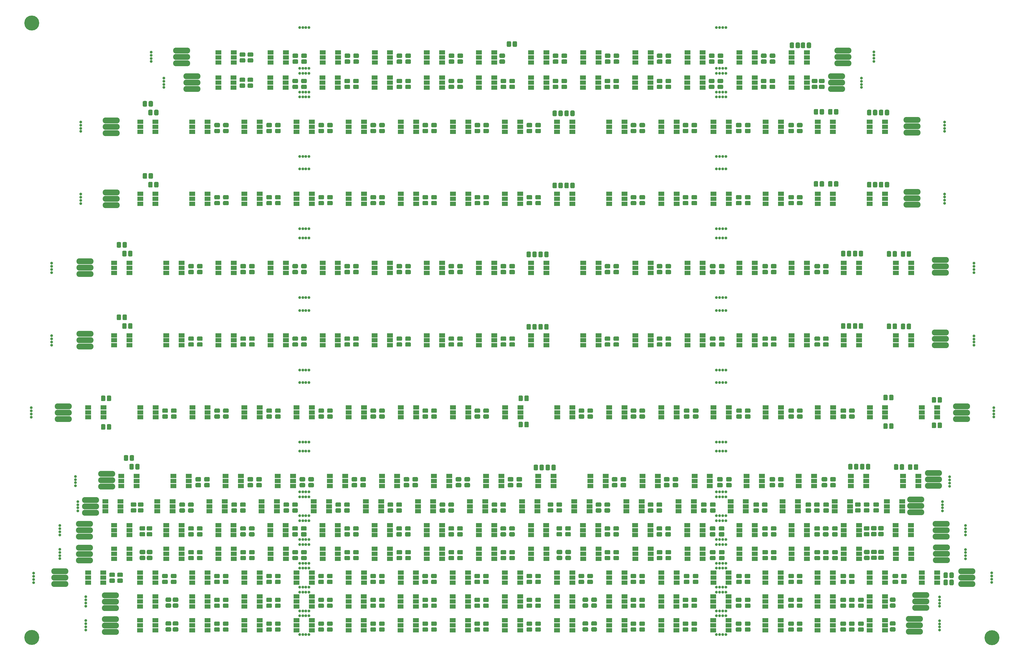
<source format=gbr>
G04 #@! TF.GenerationSoftware,KiCad,Pcbnew,(5.0.0-3-g5ebb6b6)*
G04 #@! TF.CreationDate,2019-02-22T00:56:02-08:00*
G04 #@! TF.ProjectId,Panel,50616E656C2E6B696361645F70636200,rev?*
G04 #@! TF.SameCoordinates,Original*
G04 #@! TF.FileFunction,Soldermask,Top*
G04 #@! TF.FilePolarity,Negative*
%FSLAX45Y45*%
G04 Gerber Fmt 4.5, Leading zero omitted, Abs format (unit mm)*
G04 Created by KiCad (PCBNEW (5.0.0-3-g5ebb6b6)) date Friday, February 22, 2019 at 12:56:02 AM*
%MOMM*%
%LPD*%
G01*
G04 APERTURE LIST*
%ADD10C,4.800600*%
%ADD11C,0.900000*%
%ADD12C,0.050000*%
%ADD13C,1.375000*%
%ADD14R,1.900000X1.400000*%
%ADD15O,5.480000X1.924000*%
G04 APERTURE END LIST*
D10*
G04 #@! TO.C,REF\002A\002A*
X34481400Y-23090000D03*
G04 #@! TD*
G04 #@! TO.C,REF\002A\002A*
X3772800Y-23077300D03*
G04 #@! TD*
D11*
G04 #@! TO.C,REF\002A\002A*
X7995000Y-5490000D03*
X7995000Y-5390000D03*
X7995000Y-5190000D03*
X7995000Y-5290000D03*
G04 #@! TD*
G04 #@! TO.C,REF\002A\002A*
X32895000Y-18835000D03*
X32895000Y-18735000D03*
X32895000Y-18935000D03*
X32895000Y-19035000D03*
G04 #@! TD*
G04 #@! TO.C,REF\002A\002A*
X7585000Y-4460000D03*
X7585000Y-4360000D03*
X7585000Y-4560000D03*
X7585000Y-4660000D03*
G04 #@! TD*
G04 #@! TO.C,REF\002A\002A*
X5335000Y-6695000D03*
X5335000Y-6595000D03*
X5335000Y-6795000D03*
X5335000Y-6895000D03*
G04 #@! TD*
G04 #@! TO.C,REF\002A\002A*
X5335000Y-9000000D03*
X5335000Y-8900000D03*
X5335000Y-9100000D03*
X5335000Y-9200000D03*
G04 #@! TD*
G04 #@! TO.C,REF\002A\002A*
X4400000Y-11210000D03*
X4400000Y-11110000D03*
X4400000Y-11310000D03*
X4400000Y-11410000D03*
G04 #@! TD*
G04 #@! TO.C,REF\002A\002A*
X4400000Y-13530000D03*
X4400000Y-13430000D03*
X4400000Y-13630000D03*
X4400000Y-13730000D03*
G04 #@! TD*
G04 #@! TO.C,REF\002A\002A*
X3755000Y-15835000D03*
X3755000Y-15735000D03*
X3755000Y-15935000D03*
X3755000Y-16035000D03*
G04 #@! TD*
G04 #@! TO.C,REF\002A\002A*
X5165000Y-18030000D03*
X5165000Y-17930000D03*
X5165000Y-18130000D03*
X5165000Y-18230000D03*
G04 #@! TD*
G04 #@! TO.C,REF\002A\002A*
X5245000Y-18835000D03*
X5245000Y-18735000D03*
X5245000Y-18935000D03*
X5245000Y-19035000D03*
G04 #@! TD*
G04 #@! TO.C,REF\002A\002A*
X4665000Y-19600000D03*
X4665000Y-19500000D03*
X4665000Y-19700000D03*
X4665000Y-19800000D03*
G04 #@! TD*
G04 #@! TO.C,REF\002A\002A*
X4665000Y-20360000D03*
X4665000Y-20260000D03*
X4665000Y-20460000D03*
X4665000Y-20560000D03*
G04 #@! TD*
G04 #@! TO.C,REF\002A\002A*
X3830000Y-21125000D03*
X3830000Y-21025000D03*
X3830000Y-21225000D03*
X3830000Y-21325000D03*
G04 #@! TD*
G04 #@! TO.C,REF\002A\002A*
X5500000Y-21880000D03*
X5500000Y-21780000D03*
X5500000Y-21980000D03*
X5500000Y-22080000D03*
G04 #@! TD*
G04 #@! TO.C,REF\002A\002A*
X5500000Y-22640000D03*
X5500000Y-22540000D03*
X5500000Y-22740000D03*
X5500000Y-22840000D03*
G04 #@! TD*
G04 #@! TO.C,REF\002A\002A*
X32800000Y-22645000D03*
X32800000Y-22545000D03*
X32800000Y-22745000D03*
X32800000Y-22845000D03*
G04 #@! TD*
G04 #@! TO.C,REF\002A\002A*
X32800000Y-21885000D03*
X32800000Y-21785000D03*
X32800000Y-21985000D03*
X32800000Y-22085000D03*
G04 #@! TD*
G04 #@! TO.C,REF\002A\002A*
X34465000Y-21115000D03*
X34465000Y-21015000D03*
X34465000Y-21215000D03*
X34465000Y-21315000D03*
G04 #@! TD*
G04 #@! TO.C,REF\002A\002A*
X33635000Y-20365000D03*
X33635000Y-20265000D03*
X33635000Y-20465000D03*
X33635000Y-20565000D03*
G04 #@! TD*
G04 #@! TO.C,REF\002A\002A*
X33635000Y-19600000D03*
X33635000Y-19500000D03*
X33635000Y-19700000D03*
X33635000Y-19800000D03*
G04 #@! TD*
G04 #@! TO.C,REF\002A\002A*
X33120000Y-18045000D03*
X33120000Y-17945000D03*
X33120000Y-18145000D03*
X33120000Y-18245000D03*
G04 #@! TD*
G04 #@! TO.C,REF\002A\002A*
X34540000Y-15830000D03*
X34540000Y-15730000D03*
X34540000Y-15930000D03*
X34540000Y-16030000D03*
G04 #@! TD*
G04 #@! TO.C,REF\002A\002A*
X33900000Y-13535000D03*
X33900000Y-13435000D03*
X33900000Y-13635000D03*
X33900000Y-13735000D03*
G04 #@! TD*
G04 #@! TO.C,REF\002A\002A*
X33900000Y-11210000D03*
X33900000Y-11110000D03*
X33900000Y-11310000D03*
X33900000Y-11410000D03*
G04 #@! TD*
G04 #@! TO.C,REF\002A\002A*
X32960000Y-8995000D03*
X32960000Y-8895000D03*
X32960000Y-9095000D03*
X32960000Y-9195000D03*
G04 #@! TD*
G04 #@! TO.C,REF\002A\002A*
X32960000Y-6695000D03*
X32960000Y-6595000D03*
X32960000Y-6795000D03*
X32960000Y-6895000D03*
G04 #@! TD*
G04 #@! TO.C,REF\002A\002A*
X30305000Y-5290000D03*
X30305000Y-5190000D03*
X30305000Y-5390000D03*
X30305000Y-5490000D03*
G04 #@! TD*
G04 #@! TO.C,REF\002A\002A*
X30705000Y-4455000D03*
X30705000Y-4355000D03*
X30705000Y-4555000D03*
X30705000Y-4655000D03*
G04 #@! TD*
G04 #@! TO.C,REF\002A\002A*
X25865000Y-22990000D03*
X25965000Y-22990000D03*
X25765000Y-22990000D03*
X25665000Y-22990000D03*
G04 #@! TD*
G04 #@! TO.C,REF\002A\002A*
X12535000Y-22990000D03*
X12635000Y-22990000D03*
X12435000Y-22990000D03*
X12335000Y-22990000D03*
G04 #@! TD*
G04 #@! TO.C,REF\002A\002A*
X25865000Y-22390000D03*
X25965000Y-22390000D03*
X25765000Y-22390000D03*
X25665000Y-22390000D03*
G04 #@! TD*
G04 #@! TO.C,REF\002A\002A*
X12535000Y-22390000D03*
X12635000Y-22390000D03*
X12435000Y-22390000D03*
X12335000Y-22390000D03*
G04 #@! TD*
G04 #@! TO.C,REF\002A\002A*
X25865000Y-22230000D03*
X25965000Y-22230000D03*
X25765000Y-22230000D03*
X25665000Y-22230000D03*
G04 #@! TD*
G04 #@! TO.C,REF\002A\002A*
X12535000Y-22230000D03*
X12635000Y-22230000D03*
X12435000Y-22230000D03*
X12335000Y-22230000D03*
G04 #@! TD*
G04 #@! TO.C,REF\002A\002A*
X25865000Y-21630000D03*
X25965000Y-21630000D03*
X25765000Y-21630000D03*
X25665000Y-21630000D03*
G04 #@! TD*
G04 #@! TO.C,REF\002A\002A*
X12535000Y-21630000D03*
X12635000Y-21630000D03*
X12435000Y-21630000D03*
X12335000Y-21630000D03*
G04 #@! TD*
G04 #@! TO.C,REF\002A\002A*
X25865000Y-21470000D03*
X25965000Y-21470000D03*
X25765000Y-21470000D03*
X25665000Y-21470000D03*
G04 #@! TD*
G04 #@! TO.C,REF\002A\002A*
X12535000Y-21470000D03*
X12635000Y-21470000D03*
X12435000Y-21470000D03*
X12335000Y-21470000D03*
G04 #@! TD*
G04 #@! TO.C,REF\002A\002A*
X12535000Y-20865000D03*
X12635000Y-20865000D03*
X12435000Y-20865000D03*
X12335000Y-20865000D03*
G04 #@! TD*
G04 #@! TO.C,REF\002A\002A*
X25865000Y-20865000D03*
X25965000Y-20865000D03*
X25765000Y-20865000D03*
X25665000Y-20865000D03*
G04 #@! TD*
G04 #@! TO.C,REF\002A\002A*
X12535000Y-20710000D03*
X12635000Y-20710000D03*
X12435000Y-20710000D03*
X12335000Y-20710000D03*
G04 #@! TD*
G04 #@! TO.C,REF\002A\002A*
X25865000Y-20710000D03*
X25965000Y-20710000D03*
X25765000Y-20710000D03*
X25665000Y-20710000D03*
G04 #@! TD*
G04 #@! TO.C,REF\002A\002A*
X12535000Y-20110000D03*
X12635000Y-20110000D03*
X12435000Y-20110000D03*
X12335000Y-20110000D03*
G04 #@! TD*
G04 #@! TO.C,REF\002A\002A*
X25865000Y-20110000D03*
X25965000Y-20110000D03*
X25765000Y-20110000D03*
X25665000Y-20110000D03*
G04 #@! TD*
G04 #@! TO.C,REF\002A\002A*
X12535000Y-19945000D03*
X12635000Y-19945000D03*
X12435000Y-19945000D03*
X12335000Y-19945000D03*
G04 #@! TD*
G04 #@! TO.C,REF\002A\002A*
X25865000Y-19945000D03*
X25965000Y-19945000D03*
X25765000Y-19945000D03*
X25665000Y-19945000D03*
G04 #@! TD*
G04 #@! TO.C,REF\002A\002A*
X12535000Y-19345000D03*
X12635000Y-19345000D03*
X12435000Y-19345000D03*
X12335000Y-19345000D03*
G04 #@! TD*
G04 #@! TO.C,REF\002A\002A*
X25865000Y-19345000D03*
X25965000Y-19345000D03*
X25765000Y-19345000D03*
X25665000Y-19345000D03*
G04 #@! TD*
G04 #@! TO.C,REF\002A\002A*
X12535000Y-19185000D03*
X12635000Y-19185000D03*
X12435000Y-19185000D03*
X12335000Y-19185000D03*
G04 #@! TD*
G04 #@! TO.C,REF\002A\002A*
X25865000Y-19185000D03*
X25965000Y-19185000D03*
X25765000Y-19185000D03*
X25665000Y-19185000D03*
G04 #@! TD*
G04 #@! TO.C,REF\002A\002A*
X12535000Y-18585000D03*
X12635000Y-18585000D03*
X12435000Y-18585000D03*
X12335000Y-18585000D03*
G04 #@! TD*
G04 #@! TO.C,REF\002A\002A*
X25865000Y-18585000D03*
X25965000Y-18585000D03*
X25765000Y-18585000D03*
X25665000Y-18585000D03*
G04 #@! TD*
G04 #@! TO.C,REF\002A\002A*
X12535000Y-18425000D03*
X12635000Y-18425000D03*
X12435000Y-18425000D03*
X12335000Y-18425000D03*
G04 #@! TD*
G04 #@! TO.C,REF\002A\002A*
X25865000Y-18425000D03*
X25965000Y-18425000D03*
X25765000Y-18425000D03*
X25665000Y-18425000D03*
G04 #@! TD*
G04 #@! TO.C,REF\002A\002A*
X12535000Y-17120000D03*
X12635000Y-17120000D03*
X12435000Y-17120000D03*
X12335000Y-17120000D03*
G04 #@! TD*
G04 #@! TO.C,REF\002A\002A*
X25865000Y-17120000D03*
X25965000Y-17120000D03*
X25765000Y-17120000D03*
X25665000Y-17120000D03*
G04 #@! TD*
G04 #@! TO.C,REF\002A\002A*
X12535000Y-16830000D03*
X12635000Y-16830000D03*
X12435000Y-16830000D03*
X12335000Y-16830000D03*
G04 #@! TD*
G04 #@! TO.C,REF\002A\002A*
X25865000Y-16830000D03*
X25965000Y-16830000D03*
X25765000Y-16830000D03*
X25665000Y-16830000D03*
G04 #@! TD*
G04 #@! TO.C,REF\002A\002A*
X25865000Y-14925000D03*
X25965000Y-14925000D03*
X25765000Y-14925000D03*
X25665000Y-14925000D03*
G04 #@! TD*
G04 #@! TO.C,REF\002A\002A*
X12535000Y-14925000D03*
X12635000Y-14925000D03*
X12435000Y-14925000D03*
X12335000Y-14925000D03*
G04 #@! TD*
G04 #@! TO.C,REF\002A\002A*
X12535000Y-14530000D03*
X12635000Y-14530000D03*
X12435000Y-14530000D03*
X12335000Y-14530000D03*
G04 #@! TD*
G04 #@! TO.C,REF\002A\002A*
X25865000Y-14530000D03*
X25965000Y-14530000D03*
X25765000Y-14530000D03*
X25665000Y-14530000D03*
G04 #@! TD*
G04 #@! TO.C,REF\002A\002A*
X12535000Y-12625000D03*
X12635000Y-12625000D03*
X12435000Y-12625000D03*
X12335000Y-12625000D03*
G04 #@! TD*
G04 #@! TO.C,REF\002A\002A*
X25865000Y-12625000D03*
X25965000Y-12625000D03*
X25765000Y-12625000D03*
X25665000Y-12625000D03*
G04 #@! TD*
G04 #@! TO.C,REF\002A\002A*
X12535000Y-12205000D03*
X12635000Y-12205000D03*
X12435000Y-12205000D03*
X12335000Y-12205000D03*
G04 #@! TD*
G04 #@! TO.C,REF\002A\002A*
X25865000Y-12205000D03*
X25965000Y-12205000D03*
X25765000Y-12205000D03*
X25665000Y-12205000D03*
G04 #@! TD*
G04 #@! TO.C,REF\002A\002A*
X12535000Y-10300000D03*
X12635000Y-10300000D03*
X12435000Y-10300000D03*
X12335000Y-10300000D03*
G04 #@! TD*
G04 #@! TO.C,REF\002A\002A*
X25865000Y-10300000D03*
X25965000Y-10300000D03*
X25765000Y-10300000D03*
X25665000Y-10300000D03*
G04 #@! TD*
G04 #@! TO.C,REF\002A\002A*
X12535000Y-10005000D03*
X12635000Y-10005000D03*
X12435000Y-10005000D03*
X12335000Y-10005000D03*
G04 #@! TD*
G04 #@! TO.C,REF\002A\002A*
X25865000Y-10005000D03*
X25965000Y-10005000D03*
X25765000Y-10005000D03*
X25665000Y-10005000D03*
G04 #@! TD*
G04 #@! TO.C,REF\002A\002A*
X12535000Y-8095000D03*
X12635000Y-8095000D03*
X12435000Y-8095000D03*
X12335000Y-8095000D03*
G04 #@! TD*
G04 #@! TO.C,REF\002A\002A*
X25865000Y-8095000D03*
X25965000Y-8095000D03*
X25765000Y-8095000D03*
X25665000Y-8095000D03*
G04 #@! TD*
G04 #@! TO.C,REF\002A\002A*
X12535000Y-7700000D03*
X12635000Y-7700000D03*
X12435000Y-7700000D03*
X12335000Y-7700000D03*
G04 #@! TD*
G04 #@! TO.C,REF\002A\002A*
X25865000Y-7700000D03*
X25965000Y-7700000D03*
X25765000Y-7700000D03*
X25665000Y-7700000D03*
G04 #@! TD*
G04 #@! TO.C,REF\002A\002A*
X12535000Y-5795000D03*
X12635000Y-5795000D03*
X12435000Y-5795000D03*
X12335000Y-5795000D03*
G04 #@! TD*
G04 #@! TO.C,REF\002A\002A*
X25865000Y-5795000D03*
X25965000Y-5795000D03*
X25765000Y-5795000D03*
X25665000Y-5795000D03*
G04 #@! TD*
G04 #@! TO.C,REF\002A\002A*
X12535000Y-5640000D03*
X12635000Y-5640000D03*
X12435000Y-5640000D03*
X12335000Y-5640000D03*
G04 #@! TD*
G04 #@! TO.C,REF\002A\002A*
X25865000Y-5640000D03*
X25965000Y-5640000D03*
X25765000Y-5640000D03*
X25665000Y-5640000D03*
G04 #@! TD*
G04 #@! TO.C,REF\002A\002A*
X12535000Y-5035000D03*
X12635000Y-5035000D03*
X12435000Y-5035000D03*
X12335000Y-5035000D03*
G04 #@! TD*
G04 #@! TO.C,REF\002A\002A*
X25865000Y-5035000D03*
X25965000Y-5035000D03*
X25765000Y-5035000D03*
X25665000Y-5035000D03*
G04 #@! TD*
G04 #@! TO.C,REF\002A\002A*
X12535000Y-4875000D03*
X12635000Y-4875000D03*
X12435000Y-4875000D03*
X12335000Y-4875000D03*
G04 #@! TD*
G04 #@! TO.C,REF\002A\002A*
X25865000Y-4875000D03*
X25965000Y-4875000D03*
X25765000Y-4875000D03*
X25665000Y-4875000D03*
G04 #@! TD*
G04 #@! TO.C,REF\002A\002A*
X25865000Y-3570000D03*
X25965000Y-3570000D03*
X25765000Y-3570000D03*
X25665000Y-3570000D03*
G04 #@! TD*
G04 #@! TO.C,REF\002A\002A*
X12535000Y-3570000D03*
X12635000Y-3570000D03*
X12435000Y-3570000D03*
X12335000Y-3570000D03*
G04 #@! TD*
D12*
G04 #@! TO.C,R14*
G36*
X28112877Y-21233444D02*
X28116214Y-21233939D01*
X28119486Y-21234758D01*
X28122662Y-21235895D01*
X28125712Y-21237337D01*
X28128605Y-21239071D01*
X28131315Y-21241081D01*
X28133814Y-21243346D01*
X28136080Y-21245846D01*
X28138089Y-21248555D01*
X28139824Y-21251449D01*
X28141266Y-21254498D01*
X28142402Y-21257675D01*
X28143222Y-21260947D01*
X28143717Y-21264284D01*
X28143883Y-21267653D01*
X28143883Y-21336403D01*
X28143717Y-21339772D01*
X28143222Y-21343109D01*
X28142402Y-21346382D01*
X28141266Y-21349558D01*
X28139824Y-21352607D01*
X28138089Y-21355501D01*
X28136080Y-21358210D01*
X28133814Y-21360710D01*
X28131315Y-21362975D01*
X28128605Y-21364985D01*
X28125712Y-21366719D01*
X28122662Y-21368161D01*
X28119486Y-21369298D01*
X28116214Y-21370118D01*
X28112877Y-21370613D01*
X28109508Y-21370778D01*
X27998258Y-21370778D01*
X27994888Y-21370613D01*
X27991551Y-21370118D01*
X27988279Y-21369298D01*
X27985103Y-21368161D01*
X27982053Y-21366719D01*
X27979160Y-21364985D01*
X27976450Y-21362975D01*
X27973951Y-21360710D01*
X27971685Y-21358210D01*
X27969676Y-21355501D01*
X27967942Y-21352607D01*
X27966499Y-21349558D01*
X27965363Y-21346382D01*
X27964543Y-21343109D01*
X27964048Y-21339772D01*
X27963883Y-21336403D01*
X27963883Y-21267653D01*
X27964048Y-21264284D01*
X27964543Y-21260947D01*
X27965363Y-21257675D01*
X27966499Y-21254498D01*
X27967942Y-21251449D01*
X27969676Y-21248555D01*
X27971685Y-21245846D01*
X27973951Y-21243346D01*
X27976450Y-21241081D01*
X27979160Y-21239071D01*
X27982053Y-21237337D01*
X27985103Y-21235895D01*
X27988279Y-21234758D01*
X27991551Y-21233939D01*
X27994888Y-21233444D01*
X27998258Y-21233278D01*
X28109508Y-21233278D01*
X28112877Y-21233444D01*
X28112877Y-21233444D01*
G37*
D13*
X28053883Y-21302028D03*
D12*
G36*
X28112877Y-21045944D02*
X28116214Y-21046439D01*
X28119486Y-21047258D01*
X28122662Y-21048395D01*
X28125712Y-21049837D01*
X28128605Y-21051571D01*
X28131315Y-21053581D01*
X28133814Y-21055846D01*
X28136080Y-21058346D01*
X28138089Y-21061055D01*
X28139824Y-21063949D01*
X28141266Y-21066998D01*
X28142402Y-21070175D01*
X28143222Y-21073447D01*
X28143717Y-21076784D01*
X28143883Y-21080153D01*
X28143883Y-21148903D01*
X28143717Y-21152272D01*
X28143222Y-21155609D01*
X28142402Y-21158882D01*
X28141266Y-21162058D01*
X28139824Y-21165107D01*
X28138089Y-21168001D01*
X28136080Y-21170710D01*
X28133814Y-21173210D01*
X28131315Y-21175475D01*
X28128605Y-21177485D01*
X28125712Y-21179219D01*
X28122662Y-21180661D01*
X28119486Y-21181798D01*
X28116214Y-21182618D01*
X28112877Y-21183113D01*
X28109508Y-21183278D01*
X27998258Y-21183278D01*
X27994888Y-21183113D01*
X27991551Y-21182618D01*
X27988279Y-21181798D01*
X27985103Y-21180661D01*
X27982053Y-21179219D01*
X27979160Y-21177485D01*
X27976450Y-21175475D01*
X27973951Y-21173210D01*
X27971685Y-21170710D01*
X27969676Y-21168001D01*
X27967942Y-21165107D01*
X27966499Y-21162058D01*
X27965363Y-21158882D01*
X27964543Y-21155609D01*
X27964048Y-21152272D01*
X27963883Y-21148903D01*
X27963883Y-21080153D01*
X27964048Y-21076784D01*
X27964543Y-21073447D01*
X27965363Y-21070175D01*
X27966499Y-21066998D01*
X27967942Y-21063949D01*
X27969676Y-21061055D01*
X27971685Y-21058346D01*
X27973951Y-21055846D01*
X27976450Y-21053581D01*
X27979160Y-21051571D01*
X27982053Y-21049837D01*
X27985103Y-21048395D01*
X27988279Y-21047258D01*
X27991551Y-21046439D01*
X27994888Y-21045944D01*
X27998258Y-21045778D01*
X28109508Y-21045778D01*
X28112877Y-21045944D01*
X28112877Y-21045944D01*
G37*
D13*
X28053883Y-21114528D03*
G04 #@! TD*
D12*
G04 #@! TO.C,C16*
G36*
X31720276Y-21045944D02*
X31723613Y-21046439D01*
X31726885Y-21047258D01*
X31730061Y-21048395D01*
X31733111Y-21049837D01*
X31736004Y-21051571D01*
X31738714Y-21053581D01*
X31741214Y-21055846D01*
X31743479Y-21058346D01*
X31745489Y-21061055D01*
X31747223Y-21063949D01*
X31748665Y-21066998D01*
X31749802Y-21070175D01*
X31750621Y-21073447D01*
X31751116Y-21076784D01*
X31751282Y-21080153D01*
X31751282Y-21148903D01*
X31751116Y-21152272D01*
X31750621Y-21155609D01*
X31749802Y-21158882D01*
X31748665Y-21162058D01*
X31747223Y-21165107D01*
X31745489Y-21168001D01*
X31743479Y-21170710D01*
X31741214Y-21173210D01*
X31738714Y-21175475D01*
X31736004Y-21177485D01*
X31733111Y-21179219D01*
X31730061Y-21180661D01*
X31726885Y-21181798D01*
X31723613Y-21182618D01*
X31720276Y-21183113D01*
X31716907Y-21183278D01*
X31605657Y-21183278D01*
X31602287Y-21183113D01*
X31598951Y-21182618D01*
X31595678Y-21181798D01*
X31592502Y-21180661D01*
X31589452Y-21179219D01*
X31586559Y-21177485D01*
X31583849Y-21175475D01*
X31581350Y-21173210D01*
X31579085Y-21170710D01*
X31577075Y-21168001D01*
X31575341Y-21165107D01*
X31573898Y-21162058D01*
X31572762Y-21158882D01*
X31571942Y-21155609D01*
X31571447Y-21152272D01*
X31571282Y-21148903D01*
X31571282Y-21080153D01*
X31571447Y-21076784D01*
X31571942Y-21073447D01*
X31572762Y-21070175D01*
X31573898Y-21066998D01*
X31575341Y-21063949D01*
X31577075Y-21061055D01*
X31579085Y-21058346D01*
X31581350Y-21055846D01*
X31583849Y-21053581D01*
X31586559Y-21051571D01*
X31589452Y-21049837D01*
X31592502Y-21048395D01*
X31595678Y-21047258D01*
X31598951Y-21046439D01*
X31602287Y-21045944D01*
X31605657Y-21045778D01*
X31716907Y-21045778D01*
X31720276Y-21045944D01*
X31720276Y-21045944D01*
G37*
D13*
X31661282Y-21114528D03*
D12*
G36*
X31720276Y-21233444D02*
X31723613Y-21233939D01*
X31726885Y-21234758D01*
X31730061Y-21235895D01*
X31733111Y-21237337D01*
X31736004Y-21239071D01*
X31738714Y-21241081D01*
X31741214Y-21243346D01*
X31743479Y-21245846D01*
X31745489Y-21248555D01*
X31747223Y-21251449D01*
X31748665Y-21254498D01*
X31749802Y-21257675D01*
X31750621Y-21260947D01*
X31751116Y-21264284D01*
X31751282Y-21267653D01*
X31751282Y-21336403D01*
X31751116Y-21339772D01*
X31750621Y-21343109D01*
X31749802Y-21346382D01*
X31748665Y-21349558D01*
X31747223Y-21352607D01*
X31745489Y-21355501D01*
X31743479Y-21358210D01*
X31741214Y-21360710D01*
X31738714Y-21362975D01*
X31736004Y-21364985D01*
X31733111Y-21366719D01*
X31730061Y-21368161D01*
X31726885Y-21369298D01*
X31723613Y-21370118D01*
X31720276Y-21370613D01*
X31716907Y-21370778D01*
X31605657Y-21370778D01*
X31602287Y-21370613D01*
X31598951Y-21370118D01*
X31595678Y-21369298D01*
X31592502Y-21368161D01*
X31589452Y-21366719D01*
X31586559Y-21364985D01*
X31583849Y-21362975D01*
X31581350Y-21360710D01*
X31579085Y-21358210D01*
X31577075Y-21355501D01*
X31575341Y-21352607D01*
X31573898Y-21349558D01*
X31572762Y-21346382D01*
X31571942Y-21343109D01*
X31571447Y-21339772D01*
X31571282Y-21336403D01*
X31571282Y-21267653D01*
X31571447Y-21264284D01*
X31571942Y-21260947D01*
X31572762Y-21257675D01*
X31573898Y-21254498D01*
X31575341Y-21251449D01*
X31577075Y-21248555D01*
X31579085Y-21245846D01*
X31581350Y-21243346D01*
X31583849Y-21241081D01*
X31586559Y-21239071D01*
X31589452Y-21237337D01*
X31592502Y-21235895D01*
X31595678Y-21234758D01*
X31598951Y-21233939D01*
X31602287Y-21233444D01*
X31605657Y-21233278D01*
X31716907Y-21233278D01*
X31720276Y-21233444D01*
X31720276Y-21233444D01*
G37*
D13*
X31661282Y-21302028D03*
G04 #@! TD*
D14*
G04 #@! TO.C,D17*
X32233999Y-21007662D03*
X32233999Y-21167662D03*
X32233999Y-21327662D03*
X32723999Y-21007662D03*
X32723999Y-21167662D03*
X32723999Y-21327662D03*
G04 #@! TD*
G04 #@! TO.C,D16*
X31057332Y-21327662D03*
X31057332Y-21167662D03*
X31057332Y-21007662D03*
X30567332Y-21327662D03*
X30567332Y-21167662D03*
X30567332Y-21007662D03*
G04 #@! TD*
G04 #@! TO.C,D15*
X28900666Y-21007662D03*
X28900666Y-21167662D03*
X28900666Y-21327662D03*
X29390666Y-21007662D03*
X29390666Y-21167662D03*
X29390666Y-21327662D03*
G04 #@! TD*
G04 #@! TO.C,D14*
X27723999Y-21327662D03*
X27723999Y-21167662D03*
X27723999Y-21007662D03*
X27233999Y-21327662D03*
X27233999Y-21167662D03*
X27233999Y-21007662D03*
G04 #@! TD*
G04 #@! TO.C,D13*
X25567333Y-21007662D03*
X25567333Y-21167662D03*
X25567333Y-21327662D03*
X26057333Y-21007662D03*
X26057333Y-21167662D03*
X26057333Y-21327662D03*
G04 #@! TD*
D12*
G04 #@! TO.C,R13*
G36*
X26446210Y-21045944D02*
X26449547Y-21046439D01*
X26452819Y-21047258D01*
X26455996Y-21048395D01*
X26459045Y-21049837D01*
X26461939Y-21051571D01*
X26464648Y-21053581D01*
X26467148Y-21055846D01*
X26469413Y-21058346D01*
X26471423Y-21061055D01*
X26473157Y-21063949D01*
X26474599Y-21066998D01*
X26475736Y-21070175D01*
X26476555Y-21073447D01*
X26477050Y-21076784D01*
X26477216Y-21080153D01*
X26477216Y-21148903D01*
X26477050Y-21152272D01*
X26476555Y-21155609D01*
X26475736Y-21158882D01*
X26474599Y-21162058D01*
X26473157Y-21165107D01*
X26471423Y-21168001D01*
X26469413Y-21170710D01*
X26467148Y-21173210D01*
X26464648Y-21175475D01*
X26461939Y-21177485D01*
X26459045Y-21179219D01*
X26455996Y-21180661D01*
X26452819Y-21181798D01*
X26449547Y-21182618D01*
X26446210Y-21183113D01*
X26442841Y-21183278D01*
X26331591Y-21183278D01*
X26328222Y-21183113D01*
X26324885Y-21182618D01*
X26321612Y-21181798D01*
X26318436Y-21180661D01*
X26315387Y-21179219D01*
X26312493Y-21177485D01*
X26309784Y-21175475D01*
X26307284Y-21173210D01*
X26305019Y-21170710D01*
X26303009Y-21168001D01*
X26301275Y-21165107D01*
X26299833Y-21162058D01*
X26298696Y-21158882D01*
X26297876Y-21155609D01*
X26297381Y-21152272D01*
X26297216Y-21148903D01*
X26297216Y-21080153D01*
X26297381Y-21076784D01*
X26297876Y-21073447D01*
X26298696Y-21070175D01*
X26299833Y-21066998D01*
X26301275Y-21063949D01*
X26303009Y-21061055D01*
X26305019Y-21058346D01*
X26307284Y-21055846D01*
X26309784Y-21053581D01*
X26312493Y-21051571D01*
X26315387Y-21049837D01*
X26318436Y-21048395D01*
X26321612Y-21047258D01*
X26324885Y-21046439D01*
X26328222Y-21045944D01*
X26331591Y-21045778D01*
X26442841Y-21045778D01*
X26446210Y-21045944D01*
X26446210Y-21045944D01*
G37*
D13*
X26387216Y-21114528D03*
D12*
G36*
X26446210Y-21233444D02*
X26449547Y-21233939D01*
X26452819Y-21234758D01*
X26455996Y-21235895D01*
X26459045Y-21237337D01*
X26461939Y-21239071D01*
X26464648Y-21241081D01*
X26467148Y-21243346D01*
X26469413Y-21245846D01*
X26471423Y-21248555D01*
X26473157Y-21251449D01*
X26474599Y-21254498D01*
X26475736Y-21257675D01*
X26476555Y-21260947D01*
X26477050Y-21264284D01*
X26477216Y-21267653D01*
X26477216Y-21336403D01*
X26477050Y-21339772D01*
X26476555Y-21343109D01*
X26475736Y-21346382D01*
X26474599Y-21349558D01*
X26473157Y-21352607D01*
X26471423Y-21355501D01*
X26469413Y-21358210D01*
X26467148Y-21360710D01*
X26464648Y-21362975D01*
X26461939Y-21364985D01*
X26459045Y-21366719D01*
X26455996Y-21368161D01*
X26452819Y-21369298D01*
X26449547Y-21370118D01*
X26446210Y-21370613D01*
X26442841Y-21370778D01*
X26331591Y-21370778D01*
X26328222Y-21370613D01*
X26324885Y-21370118D01*
X26321612Y-21369298D01*
X26318436Y-21368161D01*
X26315387Y-21366719D01*
X26312493Y-21364985D01*
X26309784Y-21362975D01*
X26307284Y-21360710D01*
X26305019Y-21358210D01*
X26303009Y-21355501D01*
X26301275Y-21352607D01*
X26299833Y-21349558D01*
X26298696Y-21346382D01*
X26297876Y-21343109D01*
X26297381Y-21339772D01*
X26297216Y-21336403D01*
X26297216Y-21267653D01*
X26297381Y-21264284D01*
X26297876Y-21260947D01*
X26298696Y-21257675D01*
X26299833Y-21254498D01*
X26301275Y-21251449D01*
X26303009Y-21248555D01*
X26305019Y-21245846D01*
X26307284Y-21243346D01*
X26309784Y-21241081D01*
X26312493Y-21239071D01*
X26315387Y-21237337D01*
X26318436Y-21235895D01*
X26321612Y-21234758D01*
X26324885Y-21233939D01*
X26328222Y-21233444D01*
X26331591Y-21233278D01*
X26442841Y-21233278D01*
X26446210Y-21233444D01*
X26446210Y-21233444D01*
G37*
D13*
X26387216Y-21302028D03*
G04 #@! TD*
D12*
G04 #@! TO.C,C17*
G36*
X33035794Y-21000866D02*
X33039131Y-21001361D01*
X33042403Y-21002180D01*
X33045580Y-21003317D01*
X33048629Y-21004759D01*
X33051523Y-21006493D01*
X33054232Y-21008503D01*
X33056732Y-21010768D01*
X33058997Y-21013268D01*
X33061007Y-21015977D01*
X33062741Y-21018871D01*
X33064183Y-21021920D01*
X33065320Y-21025097D01*
X33066139Y-21028369D01*
X33066634Y-21031706D01*
X33066800Y-21035075D01*
X33066800Y-21146325D01*
X33066634Y-21149694D01*
X33066139Y-21153031D01*
X33065320Y-21156304D01*
X33064183Y-21159480D01*
X33062741Y-21162529D01*
X33061007Y-21165423D01*
X33058997Y-21168132D01*
X33056732Y-21170632D01*
X33054232Y-21172897D01*
X33051523Y-21174907D01*
X33048629Y-21176641D01*
X33045580Y-21178083D01*
X33042403Y-21179220D01*
X33039131Y-21180040D01*
X33035794Y-21180535D01*
X33032425Y-21180700D01*
X32963675Y-21180700D01*
X32960306Y-21180535D01*
X32956969Y-21180040D01*
X32953696Y-21179220D01*
X32950520Y-21178083D01*
X32947471Y-21176641D01*
X32944577Y-21174907D01*
X32941868Y-21172897D01*
X32939368Y-21170632D01*
X32937103Y-21168132D01*
X32935093Y-21165423D01*
X32933359Y-21162529D01*
X32931917Y-21159480D01*
X32930780Y-21156304D01*
X32929960Y-21153031D01*
X32929465Y-21149694D01*
X32929300Y-21146325D01*
X32929300Y-21035075D01*
X32929465Y-21031706D01*
X32929960Y-21028369D01*
X32930780Y-21025097D01*
X32931917Y-21021920D01*
X32933359Y-21018871D01*
X32935093Y-21015977D01*
X32937103Y-21013268D01*
X32939368Y-21010768D01*
X32941868Y-21008503D01*
X32944577Y-21006493D01*
X32947471Y-21004759D01*
X32950520Y-21003317D01*
X32953696Y-21002180D01*
X32956969Y-21001361D01*
X32960306Y-21000866D01*
X32963675Y-21000700D01*
X33032425Y-21000700D01*
X33035794Y-21000866D01*
X33035794Y-21000866D01*
G37*
D13*
X32998050Y-21090700D03*
D12*
G36*
X33223294Y-21000866D02*
X33226631Y-21001361D01*
X33229903Y-21002180D01*
X33233080Y-21003317D01*
X33236129Y-21004759D01*
X33239023Y-21006493D01*
X33241732Y-21008503D01*
X33244232Y-21010768D01*
X33246497Y-21013268D01*
X33248507Y-21015977D01*
X33250241Y-21018871D01*
X33251683Y-21021920D01*
X33252820Y-21025097D01*
X33253639Y-21028369D01*
X33254134Y-21031706D01*
X33254300Y-21035075D01*
X33254300Y-21146325D01*
X33254134Y-21149694D01*
X33253639Y-21153031D01*
X33252820Y-21156304D01*
X33251683Y-21159480D01*
X33250241Y-21162529D01*
X33248507Y-21165423D01*
X33246497Y-21168132D01*
X33244232Y-21170632D01*
X33241732Y-21172897D01*
X33239023Y-21174907D01*
X33236129Y-21176641D01*
X33233080Y-21178083D01*
X33229903Y-21179220D01*
X33226631Y-21180040D01*
X33223294Y-21180535D01*
X33219925Y-21180700D01*
X33151175Y-21180700D01*
X33147806Y-21180535D01*
X33144469Y-21180040D01*
X33141196Y-21179220D01*
X33138020Y-21178083D01*
X33134971Y-21176641D01*
X33132077Y-21174907D01*
X33129368Y-21172897D01*
X33126868Y-21170632D01*
X33124603Y-21168132D01*
X33122593Y-21165423D01*
X33120859Y-21162529D01*
X33119417Y-21159480D01*
X33118280Y-21156304D01*
X33117460Y-21153031D01*
X33116965Y-21149694D01*
X33116800Y-21146325D01*
X33116800Y-21035075D01*
X33116965Y-21031706D01*
X33117460Y-21028369D01*
X33118280Y-21025097D01*
X33119417Y-21021920D01*
X33120859Y-21018871D01*
X33122593Y-21015977D01*
X33124603Y-21013268D01*
X33126868Y-21010768D01*
X33129368Y-21008503D01*
X33132077Y-21006493D01*
X33134971Y-21004759D01*
X33138020Y-21003317D01*
X33141196Y-21002180D01*
X33144469Y-21001361D01*
X33147806Y-21000866D01*
X33151175Y-21000700D01*
X33219925Y-21000700D01*
X33223294Y-21000866D01*
X33223294Y-21000866D01*
G37*
D13*
X33185550Y-21090700D03*
G04 #@! TD*
D12*
G04 #@! TO.C,C13*
G36*
X26720276Y-21233444D02*
X26723613Y-21233939D01*
X26726885Y-21234758D01*
X26730062Y-21235895D01*
X26733111Y-21237337D01*
X26736005Y-21239071D01*
X26738714Y-21241081D01*
X26741214Y-21243346D01*
X26743479Y-21245846D01*
X26745489Y-21248555D01*
X26747223Y-21251449D01*
X26748665Y-21254498D01*
X26749802Y-21257675D01*
X26750621Y-21260947D01*
X26751116Y-21264284D01*
X26751282Y-21267653D01*
X26751282Y-21336403D01*
X26751116Y-21339772D01*
X26750621Y-21343109D01*
X26749802Y-21346382D01*
X26748665Y-21349558D01*
X26747223Y-21352607D01*
X26745489Y-21355501D01*
X26743479Y-21358210D01*
X26741214Y-21360710D01*
X26738714Y-21362975D01*
X26736005Y-21364985D01*
X26733111Y-21366719D01*
X26730062Y-21368161D01*
X26726885Y-21369298D01*
X26723613Y-21370118D01*
X26720276Y-21370613D01*
X26716907Y-21370778D01*
X26605657Y-21370778D01*
X26602288Y-21370613D01*
X26598951Y-21370118D01*
X26595678Y-21369298D01*
X26592502Y-21368161D01*
X26589453Y-21366719D01*
X26586559Y-21364985D01*
X26583850Y-21362975D01*
X26581350Y-21360710D01*
X26579085Y-21358210D01*
X26577075Y-21355501D01*
X26575341Y-21352607D01*
X26573899Y-21349558D01*
X26572762Y-21346382D01*
X26571942Y-21343109D01*
X26571447Y-21339772D01*
X26571282Y-21336403D01*
X26571282Y-21267653D01*
X26571447Y-21264284D01*
X26571942Y-21260947D01*
X26572762Y-21257675D01*
X26573899Y-21254498D01*
X26575341Y-21251449D01*
X26577075Y-21248555D01*
X26579085Y-21245846D01*
X26581350Y-21243346D01*
X26583850Y-21241081D01*
X26586559Y-21239071D01*
X26589453Y-21237337D01*
X26592502Y-21235895D01*
X26595678Y-21234758D01*
X26598951Y-21233939D01*
X26602288Y-21233444D01*
X26605657Y-21233278D01*
X26716907Y-21233278D01*
X26720276Y-21233444D01*
X26720276Y-21233444D01*
G37*
D13*
X26661282Y-21302028D03*
D12*
G36*
X26720276Y-21045944D02*
X26723613Y-21046439D01*
X26726885Y-21047258D01*
X26730062Y-21048395D01*
X26733111Y-21049837D01*
X26736005Y-21051571D01*
X26738714Y-21053581D01*
X26741214Y-21055846D01*
X26743479Y-21058346D01*
X26745489Y-21061055D01*
X26747223Y-21063949D01*
X26748665Y-21066998D01*
X26749802Y-21070175D01*
X26750621Y-21073447D01*
X26751116Y-21076784D01*
X26751282Y-21080153D01*
X26751282Y-21148903D01*
X26751116Y-21152272D01*
X26750621Y-21155609D01*
X26749802Y-21158882D01*
X26748665Y-21162058D01*
X26747223Y-21165107D01*
X26745489Y-21168001D01*
X26743479Y-21170710D01*
X26741214Y-21173210D01*
X26738714Y-21175475D01*
X26736005Y-21177485D01*
X26733111Y-21179219D01*
X26730062Y-21180661D01*
X26726885Y-21181798D01*
X26723613Y-21182618D01*
X26720276Y-21183113D01*
X26716907Y-21183278D01*
X26605657Y-21183278D01*
X26602288Y-21183113D01*
X26598951Y-21182618D01*
X26595678Y-21181798D01*
X26592502Y-21180661D01*
X26589453Y-21179219D01*
X26586559Y-21177485D01*
X26583850Y-21175475D01*
X26581350Y-21173210D01*
X26579085Y-21170710D01*
X26577075Y-21168001D01*
X26575341Y-21165107D01*
X26573899Y-21162058D01*
X26572762Y-21158882D01*
X26571942Y-21155609D01*
X26571447Y-21152272D01*
X26571282Y-21148903D01*
X26571282Y-21080153D01*
X26571447Y-21076784D01*
X26571942Y-21073447D01*
X26572762Y-21070175D01*
X26573899Y-21066998D01*
X26575341Y-21063949D01*
X26577075Y-21061055D01*
X26579085Y-21058346D01*
X26581350Y-21055846D01*
X26583850Y-21053581D01*
X26586559Y-21051571D01*
X26589453Y-21049837D01*
X26592502Y-21048395D01*
X26595678Y-21047258D01*
X26598951Y-21046439D01*
X26602288Y-21045944D01*
X26605657Y-21045778D01*
X26716907Y-21045778D01*
X26720276Y-21045944D01*
X26720276Y-21045944D01*
G37*
D13*
X26661282Y-21114528D03*
G04 #@! TD*
D12*
G04 #@! TO.C,C14*
G36*
X28386943Y-21045944D02*
X28390280Y-21046439D01*
X28393552Y-21047258D01*
X28396728Y-21048395D01*
X28399778Y-21049837D01*
X28402671Y-21051571D01*
X28405381Y-21053581D01*
X28407880Y-21055846D01*
X28410146Y-21058346D01*
X28412155Y-21061055D01*
X28413890Y-21063949D01*
X28415332Y-21066998D01*
X28416468Y-21070175D01*
X28417288Y-21073447D01*
X28417783Y-21076784D01*
X28417949Y-21080153D01*
X28417949Y-21148903D01*
X28417783Y-21152272D01*
X28417288Y-21155609D01*
X28416468Y-21158882D01*
X28415332Y-21162058D01*
X28413890Y-21165107D01*
X28412155Y-21168001D01*
X28410146Y-21170710D01*
X28407880Y-21173210D01*
X28405381Y-21175475D01*
X28402671Y-21177485D01*
X28399778Y-21179219D01*
X28396728Y-21180661D01*
X28393552Y-21181798D01*
X28390280Y-21182618D01*
X28386943Y-21183113D01*
X28383574Y-21183278D01*
X28272324Y-21183278D01*
X28268954Y-21183113D01*
X28265617Y-21182618D01*
X28262345Y-21181798D01*
X28259169Y-21180661D01*
X28256119Y-21179219D01*
X28253226Y-21177485D01*
X28250516Y-21175475D01*
X28248017Y-21173210D01*
X28245751Y-21170710D01*
X28243742Y-21168001D01*
X28242008Y-21165107D01*
X28240565Y-21162058D01*
X28239429Y-21158882D01*
X28238609Y-21155609D01*
X28238114Y-21152272D01*
X28237949Y-21148903D01*
X28237949Y-21080153D01*
X28238114Y-21076784D01*
X28238609Y-21073447D01*
X28239429Y-21070175D01*
X28240565Y-21066998D01*
X28242008Y-21063949D01*
X28243742Y-21061055D01*
X28245751Y-21058346D01*
X28248017Y-21055846D01*
X28250516Y-21053581D01*
X28253226Y-21051571D01*
X28256119Y-21049837D01*
X28259169Y-21048395D01*
X28262345Y-21047258D01*
X28265617Y-21046439D01*
X28268954Y-21045944D01*
X28272324Y-21045778D01*
X28383574Y-21045778D01*
X28386943Y-21045944D01*
X28386943Y-21045944D01*
G37*
D13*
X28327949Y-21114528D03*
D12*
G36*
X28386943Y-21233444D02*
X28390280Y-21233939D01*
X28393552Y-21234758D01*
X28396728Y-21235895D01*
X28399778Y-21237337D01*
X28402671Y-21239071D01*
X28405381Y-21241081D01*
X28407880Y-21243346D01*
X28410146Y-21245846D01*
X28412155Y-21248555D01*
X28413890Y-21251449D01*
X28415332Y-21254498D01*
X28416468Y-21257675D01*
X28417288Y-21260947D01*
X28417783Y-21264284D01*
X28417949Y-21267653D01*
X28417949Y-21336403D01*
X28417783Y-21339772D01*
X28417288Y-21343109D01*
X28416468Y-21346382D01*
X28415332Y-21349558D01*
X28413890Y-21352607D01*
X28412155Y-21355501D01*
X28410146Y-21358210D01*
X28407880Y-21360710D01*
X28405381Y-21362975D01*
X28402671Y-21364985D01*
X28399778Y-21366719D01*
X28396728Y-21368161D01*
X28393552Y-21369298D01*
X28390280Y-21370118D01*
X28386943Y-21370613D01*
X28383574Y-21370778D01*
X28272324Y-21370778D01*
X28268954Y-21370613D01*
X28265617Y-21370118D01*
X28262345Y-21369298D01*
X28259169Y-21368161D01*
X28256119Y-21366719D01*
X28253226Y-21364985D01*
X28250516Y-21362975D01*
X28248017Y-21360710D01*
X28245751Y-21358210D01*
X28243742Y-21355501D01*
X28242008Y-21352607D01*
X28240565Y-21349558D01*
X28239429Y-21346382D01*
X28238609Y-21343109D01*
X28238114Y-21339772D01*
X28237949Y-21336403D01*
X28237949Y-21267653D01*
X28238114Y-21264284D01*
X28238609Y-21260947D01*
X28239429Y-21257675D01*
X28240565Y-21254498D01*
X28242008Y-21251449D01*
X28243742Y-21248555D01*
X28245751Y-21245846D01*
X28248017Y-21243346D01*
X28250516Y-21241081D01*
X28253226Y-21239071D01*
X28256119Y-21237337D01*
X28259169Y-21235895D01*
X28262345Y-21234758D01*
X28265617Y-21233939D01*
X28268954Y-21233444D01*
X28272324Y-21233278D01*
X28383574Y-21233278D01*
X28386943Y-21233444D01*
X28386943Y-21233444D01*
G37*
D13*
X28327949Y-21302028D03*
G04 #@! TD*
D12*
G04 #@! TO.C,C15*
G36*
X30053609Y-21233444D02*
X30056946Y-21233939D01*
X30060219Y-21234758D01*
X30063395Y-21235895D01*
X30066444Y-21237337D01*
X30069338Y-21239071D01*
X30072047Y-21241081D01*
X30074547Y-21243346D01*
X30076812Y-21245846D01*
X30078822Y-21248555D01*
X30080556Y-21251449D01*
X30081999Y-21254498D01*
X30083135Y-21257675D01*
X30083955Y-21260947D01*
X30084450Y-21264284D01*
X30084615Y-21267653D01*
X30084615Y-21336403D01*
X30084450Y-21339772D01*
X30083955Y-21343109D01*
X30083135Y-21346382D01*
X30081999Y-21349558D01*
X30080556Y-21352607D01*
X30078822Y-21355501D01*
X30076812Y-21358210D01*
X30074547Y-21360710D01*
X30072047Y-21362975D01*
X30069338Y-21364985D01*
X30066444Y-21366719D01*
X30063395Y-21368161D01*
X30060219Y-21369298D01*
X30056946Y-21370118D01*
X30053609Y-21370613D01*
X30050240Y-21370778D01*
X29938990Y-21370778D01*
X29935621Y-21370613D01*
X29932284Y-21370118D01*
X29929012Y-21369298D01*
X29925835Y-21368161D01*
X29922786Y-21366719D01*
X29919892Y-21364985D01*
X29917183Y-21362975D01*
X29914683Y-21360710D01*
X29912418Y-21358210D01*
X29910408Y-21355501D01*
X29908674Y-21352607D01*
X29907232Y-21349558D01*
X29906095Y-21346382D01*
X29905276Y-21343109D01*
X29904781Y-21339772D01*
X29904615Y-21336403D01*
X29904615Y-21267653D01*
X29904781Y-21264284D01*
X29905276Y-21260947D01*
X29906095Y-21257675D01*
X29907232Y-21254498D01*
X29908674Y-21251449D01*
X29910408Y-21248555D01*
X29912418Y-21245846D01*
X29914683Y-21243346D01*
X29917183Y-21241081D01*
X29919892Y-21239071D01*
X29922786Y-21237337D01*
X29925835Y-21235895D01*
X29929012Y-21234758D01*
X29932284Y-21233939D01*
X29935621Y-21233444D01*
X29938990Y-21233278D01*
X30050240Y-21233278D01*
X30053609Y-21233444D01*
X30053609Y-21233444D01*
G37*
D13*
X29994615Y-21302028D03*
D12*
G36*
X30053609Y-21045944D02*
X30056946Y-21046439D01*
X30060219Y-21047258D01*
X30063395Y-21048395D01*
X30066444Y-21049837D01*
X30069338Y-21051571D01*
X30072047Y-21053581D01*
X30074547Y-21055846D01*
X30076812Y-21058346D01*
X30078822Y-21061055D01*
X30080556Y-21063949D01*
X30081999Y-21066998D01*
X30083135Y-21070175D01*
X30083955Y-21073447D01*
X30084450Y-21076784D01*
X30084615Y-21080153D01*
X30084615Y-21148903D01*
X30084450Y-21152272D01*
X30083955Y-21155609D01*
X30083135Y-21158882D01*
X30081999Y-21162058D01*
X30080556Y-21165107D01*
X30078822Y-21168001D01*
X30076812Y-21170710D01*
X30074547Y-21173210D01*
X30072047Y-21175475D01*
X30069338Y-21177485D01*
X30066444Y-21179219D01*
X30063395Y-21180661D01*
X30060219Y-21181798D01*
X30056946Y-21182618D01*
X30053609Y-21183113D01*
X30050240Y-21183278D01*
X29938990Y-21183278D01*
X29935621Y-21183113D01*
X29932284Y-21182618D01*
X29929012Y-21181798D01*
X29925835Y-21180661D01*
X29922786Y-21179219D01*
X29919892Y-21177485D01*
X29917183Y-21175475D01*
X29914683Y-21173210D01*
X29912418Y-21170710D01*
X29910408Y-21168001D01*
X29908674Y-21165107D01*
X29907232Y-21162058D01*
X29906095Y-21158882D01*
X29905276Y-21155609D01*
X29904781Y-21152272D01*
X29904615Y-21148903D01*
X29904615Y-21080153D01*
X29904781Y-21076784D01*
X29905276Y-21073447D01*
X29906095Y-21070175D01*
X29907232Y-21066998D01*
X29908674Y-21063949D01*
X29910408Y-21061055D01*
X29912418Y-21058346D01*
X29914683Y-21055846D01*
X29917183Y-21053581D01*
X29919892Y-21051571D01*
X29922786Y-21049837D01*
X29925835Y-21048395D01*
X29929012Y-21047258D01*
X29932284Y-21046439D01*
X29935621Y-21045944D01*
X29938990Y-21045778D01*
X30050240Y-21045778D01*
X30053609Y-21045944D01*
X30053609Y-21045944D01*
G37*
D13*
X29994615Y-21114528D03*
G04 #@! TD*
D12*
G04 #@! TO.C,R15*
G36*
X29779543Y-21045944D02*
X29782880Y-21046439D01*
X29786153Y-21047258D01*
X29789329Y-21048395D01*
X29792378Y-21049837D01*
X29795272Y-21051571D01*
X29797981Y-21053581D01*
X29800481Y-21055846D01*
X29802746Y-21058346D01*
X29804756Y-21061055D01*
X29806490Y-21063949D01*
X29807933Y-21066998D01*
X29809069Y-21070175D01*
X29809889Y-21073447D01*
X29810384Y-21076784D01*
X29810549Y-21080153D01*
X29810549Y-21148903D01*
X29810384Y-21152272D01*
X29809889Y-21155609D01*
X29809069Y-21158882D01*
X29807933Y-21162058D01*
X29806490Y-21165107D01*
X29804756Y-21168001D01*
X29802746Y-21170710D01*
X29800481Y-21173210D01*
X29797981Y-21175475D01*
X29795272Y-21177485D01*
X29792378Y-21179219D01*
X29789329Y-21180661D01*
X29786153Y-21181798D01*
X29782880Y-21182618D01*
X29779543Y-21183113D01*
X29776174Y-21183278D01*
X29664924Y-21183278D01*
X29661555Y-21183113D01*
X29658218Y-21182618D01*
X29654946Y-21181798D01*
X29651769Y-21180661D01*
X29648720Y-21179219D01*
X29645826Y-21177485D01*
X29643117Y-21175475D01*
X29640617Y-21173210D01*
X29638352Y-21170710D01*
X29636342Y-21168001D01*
X29634608Y-21165107D01*
X29633166Y-21162058D01*
X29632029Y-21158882D01*
X29631210Y-21155609D01*
X29630715Y-21152272D01*
X29630549Y-21148903D01*
X29630549Y-21080153D01*
X29630715Y-21076784D01*
X29631210Y-21073447D01*
X29632029Y-21070175D01*
X29633166Y-21066998D01*
X29634608Y-21063949D01*
X29636342Y-21061055D01*
X29638352Y-21058346D01*
X29640617Y-21055846D01*
X29643117Y-21053581D01*
X29645826Y-21051571D01*
X29648720Y-21049837D01*
X29651769Y-21048395D01*
X29654946Y-21047258D01*
X29658218Y-21046439D01*
X29661555Y-21045944D01*
X29664924Y-21045778D01*
X29776174Y-21045778D01*
X29779543Y-21045944D01*
X29779543Y-21045944D01*
G37*
D13*
X29720549Y-21114528D03*
D12*
G36*
X29779543Y-21233444D02*
X29782880Y-21233939D01*
X29786153Y-21234758D01*
X29789329Y-21235895D01*
X29792378Y-21237337D01*
X29795272Y-21239071D01*
X29797981Y-21241081D01*
X29800481Y-21243346D01*
X29802746Y-21245846D01*
X29804756Y-21248555D01*
X29806490Y-21251449D01*
X29807933Y-21254498D01*
X29809069Y-21257675D01*
X29809889Y-21260947D01*
X29810384Y-21264284D01*
X29810549Y-21267653D01*
X29810549Y-21336403D01*
X29810384Y-21339772D01*
X29809889Y-21343109D01*
X29809069Y-21346382D01*
X29807933Y-21349558D01*
X29806490Y-21352607D01*
X29804756Y-21355501D01*
X29802746Y-21358210D01*
X29800481Y-21360710D01*
X29797981Y-21362975D01*
X29795272Y-21364985D01*
X29792378Y-21366719D01*
X29789329Y-21368161D01*
X29786153Y-21369298D01*
X29782880Y-21370118D01*
X29779543Y-21370613D01*
X29776174Y-21370778D01*
X29664924Y-21370778D01*
X29661555Y-21370613D01*
X29658218Y-21370118D01*
X29654946Y-21369298D01*
X29651769Y-21368161D01*
X29648720Y-21366719D01*
X29645826Y-21364985D01*
X29643117Y-21362975D01*
X29640617Y-21360710D01*
X29638352Y-21358210D01*
X29636342Y-21355501D01*
X29634608Y-21352607D01*
X29633166Y-21349558D01*
X29632029Y-21346382D01*
X29631210Y-21343109D01*
X29630715Y-21339772D01*
X29630549Y-21336403D01*
X29630549Y-21267653D01*
X29630715Y-21264284D01*
X29631210Y-21260947D01*
X29632029Y-21257675D01*
X29633166Y-21254498D01*
X29634608Y-21251449D01*
X29636342Y-21248555D01*
X29638352Y-21245846D01*
X29640617Y-21243346D01*
X29643117Y-21241081D01*
X29645826Y-21239071D01*
X29648720Y-21237337D01*
X29651769Y-21235895D01*
X29654946Y-21234758D01*
X29658218Y-21233939D01*
X29661555Y-21233444D01*
X29664924Y-21233278D01*
X29776174Y-21233278D01*
X29779543Y-21233444D01*
X29779543Y-21233444D01*
G37*
D13*
X29720549Y-21302028D03*
G04 #@! TD*
D12*
G04 #@! TO.C,R16*
G36*
X31446210Y-21233444D02*
X31449547Y-21233939D01*
X31452819Y-21234758D01*
X31455995Y-21235895D01*
X31459045Y-21237337D01*
X31461938Y-21239071D01*
X31464648Y-21241081D01*
X31467148Y-21243346D01*
X31469413Y-21245846D01*
X31471423Y-21248555D01*
X31473157Y-21251449D01*
X31474599Y-21254498D01*
X31475736Y-21257675D01*
X31476555Y-21260947D01*
X31477050Y-21264284D01*
X31477216Y-21267653D01*
X31477216Y-21336403D01*
X31477050Y-21339772D01*
X31476555Y-21343109D01*
X31475736Y-21346382D01*
X31474599Y-21349558D01*
X31473157Y-21352607D01*
X31471423Y-21355501D01*
X31469413Y-21358210D01*
X31467148Y-21360710D01*
X31464648Y-21362975D01*
X31461938Y-21364985D01*
X31459045Y-21366719D01*
X31455995Y-21368161D01*
X31452819Y-21369298D01*
X31449547Y-21370118D01*
X31446210Y-21370613D01*
X31442841Y-21370778D01*
X31331591Y-21370778D01*
X31328221Y-21370613D01*
X31324885Y-21370118D01*
X31321612Y-21369298D01*
X31318436Y-21368161D01*
X31315386Y-21366719D01*
X31312493Y-21364985D01*
X31309783Y-21362975D01*
X31307284Y-21360710D01*
X31305019Y-21358210D01*
X31303009Y-21355501D01*
X31301275Y-21352607D01*
X31299832Y-21349558D01*
X31298696Y-21346382D01*
X31297876Y-21343109D01*
X31297381Y-21339772D01*
X31297216Y-21336403D01*
X31297216Y-21267653D01*
X31297381Y-21264284D01*
X31297876Y-21260947D01*
X31298696Y-21257675D01*
X31299832Y-21254498D01*
X31301275Y-21251449D01*
X31303009Y-21248555D01*
X31305019Y-21245846D01*
X31307284Y-21243346D01*
X31309783Y-21241081D01*
X31312493Y-21239071D01*
X31315386Y-21237337D01*
X31318436Y-21235895D01*
X31321612Y-21234758D01*
X31324885Y-21233939D01*
X31328221Y-21233444D01*
X31331591Y-21233278D01*
X31442841Y-21233278D01*
X31446210Y-21233444D01*
X31446210Y-21233444D01*
G37*
D13*
X31387216Y-21302028D03*
D12*
G36*
X31446210Y-21045944D02*
X31449547Y-21046439D01*
X31452819Y-21047258D01*
X31455995Y-21048395D01*
X31459045Y-21049837D01*
X31461938Y-21051571D01*
X31464648Y-21053581D01*
X31467148Y-21055846D01*
X31469413Y-21058346D01*
X31471423Y-21061055D01*
X31473157Y-21063949D01*
X31474599Y-21066998D01*
X31475736Y-21070175D01*
X31476555Y-21073447D01*
X31477050Y-21076784D01*
X31477216Y-21080153D01*
X31477216Y-21148903D01*
X31477050Y-21152272D01*
X31476555Y-21155609D01*
X31475736Y-21158882D01*
X31474599Y-21162058D01*
X31473157Y-21165107D01*
X31471423Y-21168001D01*
X31469413Y-21170710D01*
X31467148Y-21173210D01*
X31464648Y-21175475D01*
X31461938Y-21177485D01*
X31459045Y-21179219D01*
X31455995Y-21180661D01*
X31452819Y-21181798D01*
X31449547Y-21182618D01*
X31446210Y-21183113D01*
X31442841Y-21183278D01*
X31331591Y-21183278D01*
X31328221Y-21183113D01*
X31324885Y-21182618D01*
X31321612Y-21181798D01*
X31318436Y-21180661D01*
X31315386Y-21179219D01*
X31312493Y-21177485D01*
X31309783Y-21175475D01*
X31307284Y-21173210D01*
X31305019Y-21170710D01*
X31303009Y-21168001D01*
X31301275Y-21165107D01*
X31299832Y-21162058D01*
X31298696Y-21158882D01*
X31297876Y-21155609D01*
X31297381Y-21152272D01*
X31297216Y-21148903D01*
X31297216Y-21080153D01*
X31297381Y-21076784D01*
X31297876Y-21073447D01*
X31298696Y-21070175D01*
X31299832Y-21066998D01*
X31301275Y-21063949D01*
X31303009Y-21061055D01*
X31305019Y-21058346D01*
X31307284Y-21055846D01*
X31309783Y-21053581D01*
X31312493Y-21051571D01*
X31315386Y-21049837D01*
X31318436Y-21048395D01*
X31321612Y-21047258D01*
X31324885Y-21046439D01*
X31328221Y-21045944D01*
X31331591Y-21045778D01*
X31442841Y-21045778D01*
X31446210Y-21045944D01*
X31446210Y-21045944D01*
G37*
D13*
X31387216Y-21114528D03*
G04 #@! TD*
D12*
G04 #@! TO.C,R17*
G36*
X33223294Y-21229466D02*
X33226631Y-21229961D01*
X33229903Y-21230780D01*
X33233080Y-21231917D01*
X33236129Y-21233359D01*
X33239023Y-21235093D01*
X33241732Y-21237103D01*
X33244232Y-21239368D01*
X33246497Y-21241868D01*
X33248507Y-21244577D01*
X33250241Y-21247471D01*
X33251683Y-21250520D01*
X33252820Y-21253697D01*
X33253639Y-21256969D01*
X33254134Y-21260306D01*
X33254300Y-21263675D01*
X33254300Y-21374925D01*
X33254134Y-21378294D01*
X33253639Y-21381631D01*
X33252820Y-21384904D01*
X33251683Y-21388080D01*
X33250241Y-21391129D01*
X33248507Y-21394023D01*
X33246497Y-21396732D01*
X33244232Y-21399232D01*
X33241732Y-21401497D01*
X33239023Y-21403507D01*
X33236129Y-21405241D01*
X33233080Y-21406683D01*
X33229903Y-21407820D01*
X33226631Y-21408640D01*
X33223294Y-21409135D01*
X33219925Y-21409300D01*
X33151175Y-21409300D01*
X33147806Y-21409135D01*
X33144469Y-21408640D01*
X33141196Y-21407820D01*
X33138020Y-21406683D01*
X33134971Y-21405241D01*
X33132077Y-21403507D01*
X33129368Y-21401497D01*
X33126868Y-21399232D01*
X33124603Y-21396732D01*
X33122593Y-21394023D01*
X33120859Y-21391129D01*
X33119417Y-21388080D01*
X33118280Y-21384904D01*
X33117460Y-21381631D01*
X33116965Y-21378294D01*
X33116800Y-21374925D01*
X33116800Y-21263675D01*
X33116965Y-21260306D01*
X33117460Y-21256969D01*
X33118280Y-21253697D01*
X33119417Y-21250520D01*
X33120859Y-21247471D01*
X33122593Y-21244577D01*
X33124603Y-21241868D01*
X33126868Y-21239368D01*
X33129368Y-21237103D01*
X33132077Y-21235093D01*
X33134971Y-21233359D01*
X33138020Y-21231917D01*
X33141196Y-21230780D01*
X33144469Y-21229961D01*
X33147806Y-21229466D01*
X33151175Y-21229300D01*
X33219925Y-21229300D01*
X33223294Y-21229466D01*
X33223294Y-21229466D01*
G37*
D13*
X33185550Y-21319300D03*
D12*
G36*
X33035794Y-21229466D02*
X33039131Y-21229961D01*
X33042403Y-21230780D01*
X33045580Y-21231917D01*
X33048629Y-21233359D01*
X33051523Y-21235093D01*
X33054232Y-21237103D01*
X33056732Y-21239368D01*
X33058997Y-21241868D01*
X33061007Y-21244577D01*
X33062741Y-21247471D01*
X33064183Y-21250520D01*
X33065320Y-21253697D01*
X33066139Y-21256969D01*
X33066634Y-21260306D01*
X33066800Y-21263675D01*
X33066800Y-21374925D01*
X33066634Y-21378294D01*
X33066139Y-21381631D01*
X33065320Y-21384904D01*
X33064183Y-21388080D01*
X33062741Y-21391129D01*
X33061007Y-21394023D01*
X33058997Y-21396732D01*
X33056732Y-21399232D01*
X33054232Y-21401497D01*
X33051523Y-21403507D01*
X33048629Y-21405241D01*
X33045580Y-21406683D01*
X33042403Y-21407820D01*
X33039131Y-21408640D01*
X33035794Y-21409135D01*
X33032425Y-21409300D01*
X32963675Y-21409300D01*
X32960306Y-21409135D01*
X32956969Y-21408640D01*
X32953696Y-21407820D01*
X32950520Y-21406683D01*
X32947471Y-21405241D01*
X32944577Y-21403507D01*
X32941868Y-21401497D01*
X32939368Y-21399232D01*
X32937103Y-21396732D01*
X32935093Y-21394023D01*
X32933359Y-21391129D01*
X32931917Y-21388080D01*
X32930780Y-21384904D01*
X32929960Y-21381631D01*
X32929465Y-21378294D01*
X32929300Y-21374925D01*
X32929300Y-21263675D01*
X32929465Y-21260306D01*
X32929960Y-21256969D01*
X32930780Y-21253697D01*
X32931917Y-21250520D01*
X32933359Y-21247471D01*
X32935093Y-21244577D01*
X32937103Y-21241868D01*
X32939368Y-21239368D01*
X32941868Y-21237103D01*
X32944577Y-21235093D01*
X32947471Y-21233359D01*
X32950520Y-21231917D01*
X32953696Y-21230780D01*
X32956969Y-21229961D01*
X32960306Y-21229466D01*
X32963675Y-21229300D01*
X33032425Y-21229300D01*
X33035794Y-21229466D01*
X33035794Y-21229466D01*
G37*
D13*
X32998050Y-21319300D03*
G04 #@! TD*
D15*
G04 #@! TO.C,J1*
X4669200Y-21370100D03*
X4669200Y-21166900D03*
X4669200Y-20963700D03*
G04 #@! TD*
D12*
G04 #@! TO.C,C8*
G36*
X18354140Y-21045944D02*
X18357476Y-21046439D01*
X18360749Y-21047258D01*
X18363925Y-21048395D01*
X18366975Y-21049837D01*
X18369868Y-21051571D01*
X18372578Y-21053581D01*
X18375077Y-21055846D01*
X18377342Y-21058346D01*
X18379352Y-21061055D01*
X18381086Y-21063949D01*
X18382529Y-21066998D01*
X18383665Y-21070175D01*
X18384485Y-21073447D01*
X18384980Y-21076784D01*
X18385145Y-21080153D01*
X18385145Y-21148903D01*
X18384980Y-21152272D01*
X18384485Y-21155609D01*
X18383665Y-21158882D01*
X18382529Y-21162058D01*
X18381086Y-21165107D01*
X18379352Y-21168001D01*
X18377342Y-21170710D01*
X18375077Y-21173210D01*
X18372578Y-21175475D01*
X18369868Y-21177485D01*
X18366975Y-21179219D01*
X18363925Y-21180661D01*
X18360749Y-21181798D01*
X18357476Y-21182618D01*
X18354140Y-21183113D01*
X18350770Y-21183278D01*
X18239520Y-21183278D01*
X18236151Y-21183113D01*
X18232814Y-21182618D01*
X18229542Y-21181798D01*
X18226366Y-21180661D01*
X18223316Y-21179219D01*
X18220423Y-21177485D01*
X18217713Y-21175475D01*
X18215213Y-21173210D01*
X18212948Y-21170710D01*
X18210938Y-21168001D01*
X18209204Y-21165107D01*
X18207762Y-21162058D01*
X18206625Y-21158882D01*
X18205806Y-21155609D01*
X18205311Y-21152272D01*
X18205145Y-21148903D01*
X18205145Y-21080153D01*
X18205311Y-21076784D01*
X18205806Y-21073447D01*
X18206625Y-21070175D01*
X18207762Y-21066998D01*
X18209204Y-21063949D01*
X18210938Y-21061055D01*
X18212948Y-21058346D01*
X18215213Y-21055846D01*
X18217713Y-21053581D01*
X18220423Y-21051571D01*
X18223316Y-21049837D01*
X18226366Y-21048395D01*
X18229542Y-21047258D01*
X18232814Y-21046439D01*
X18236151Y-21045944D01*
X18239520Y-21045778D01*
X18350770Y-21045778D01*
X18354140Y-21045944D01*
X18354140Y-21045944D01*
G37*
D13*
X18295145Y-21114528D03*
D12*
G36*
X18354140Y-21233444D02*
X18357476Y-21233939D01*
X18360749Y-21234758D01*
X18363925Y-21235895D01*
X18366975Y-21237337D01*
X18369868Y-21239071D01*
X18372578Y-21241081D01*
X18375077Y-21243346D01*
X18377342Y-21245846D01*
X18379352Y-21248555D01*
X18381086Y-21251449D01*
X18382529Y-21254498D01*
X18383665Y-21257675D01*
X18384485Y-21260947D01*
X18384980Y-21264284D01*
X18385145Y-21267653D01*
X18385145Y-21336403D01*
X18384980Y-21339772D01*
X18384485Y-21343109D01*
X18383665Y-21346382D01*
X18382529Y-21349558D01*
X18381086Y-21352607D01*
X18379352Y-21355501D01*
X18377342Y-21358210D01*
X18375077Y-21360710D01*
X18372578Y-21362975D01*
X18369868Y-21364985D01*
X18366975Y-21366719D01*
X18363925Y-21368161D01*
X18360749Y-21369298D01*
X18357476Y-21370118D01*
X18354140Y-21370613D01*
X18350770Y-21370778D01*
X18239520Y-21370778D01*
X18236151Y-21370613D01*
X18232814Y-21370118D01*
X18229542Y-21369298D01*
X18226366Y-21368161D01*
X18223316Y-21366719D01*
X18220423Y-21364985D01*
X18217713Y-21362975D01*
X18215213Y-21360710D01*
X18212948Y-21358210D01*
X18210938Y-21355501D01*
X18209204Y-21352607D01*
X18207762Y-21349558D01*
X18206625Y-21346382D01*
X18205806Y-21343109D01*
X18205311Y-21339772D01*
X18205145Y-21336403D01*
X18205145Y-21267653D01*
X18205311Y-21264284D01*
X18205806Y-21260947D01*
X18206625Y-21257675D01*
X18207762Y-21254498D01*
X18209204Y-21251449D01*
X18210938Y-21248555D01*
X18212948Y-21245846D01*
X18215213Y-21243346D01*
X18217713Y-21241081D01*
X18220423Y-21239071D01*
X18223316Y-21237337D01*
X18226366Y-21235895D01*
X18229542Y-21234758D01*
X18232814Y-21233939D01*
X18236151Y-21233444D01*
X18239520Y-21233278D01*
X18350770Y-21233278D01*
X18354140Y-21233444D01*
X18354140Y-21233444D01*
G37*
D13*
X18295145Y-21302028D03*
G04 #@! TD*
D12*
G04 #@! TO.C,C9*
G36*
X20018763Y-21045944D02*
X20022100Y-21046439D01*
X20025372Y-21047258D01*
X20028549Y-21048395D01*
X20031598Y-21049837D01*
X20034492Y-21051571D01*
X20037201Y-21053581D01*
X20039701Y-21055846D01*
X20041966Y-21058346D01*
X20043976Y-21061055D01*
X20045710Y-21063949D01*
X20047152Y-21066998D01*
X20048289Y-21070175D01*
X20049108Y-21073447D01*
X20049603Y-21076784D01*
X20049769Y-21080153D01*
X20049769Y-21148903D01*
X20049603Y-21152272D01*
X20049108Y-21155609D01*
X20048289Y-21158882D01*
X20047152Y-21162058D01*
X20045710Y-21165107D01*
X20043976Y-21168001D01*
X20041966Y-21170710D01*
X20039701Y-21173210D01*
X20037201Y-21175475D01*
X20034492Y-21177485D01*
X20031598Y-21179219D01*
X20028549Y-21180661D01*
X20025372Y-21181798D01*
X20022100Y-21182618D01*
X20018763Y-21183113D01*
X20015394Y-21183278D01*
X19904144Y-21183278D01*
X19900775Y-21183113D01*
X19897438Y-21182618D01*
X19894165Y-21181798D01*
X19890989Y-21180661D01*
X19887940Y-21179219D01*
X19885046Y-21177485D01*
X19882337Y-21175475D01*
X19879837Y-21173210D01*
X19877572Y-21170710D01*
X19875562Y-21168001D01*
X19873828Y-21165107D01*
X19872385Y-21162058D01*
X19871249Y-21158882D01*
X19870429Y-21155609D01*
X19869934Y-21152272D01*
X19869769Y-21148903D01*
X19869769Y-21080153D01*
X19869934Y-21076784D01*
X19870429Y-21073447D01*
X19871249Y-21070175D01*
X19872385Y-21066998D01*
X19873828Y-21063949D01*
X19875562Y-21061055D01*
X19877572Y-21058346D01*
X19879837Y-21055846D01*
X19882337Y-21053581D01*
X19885046Y-21051571D01*
X19887940Y-21049837D01*
X19890989Y-21048395D01*
X19894165Y-21047258D01*
X19897438Y-21046439D01*
X19900775Y-21045944D01*
X19904144Y-21045778D01*
X20015394Y-21045778D01*
X20018763Y-21045944D01*
X20018763Y-21045944D01*
G37*
D13*
X19959769Y-21114528D03*
D12*
G36*
X20018763Y-21233444D02*
X20022100Y-21233939D01*
X20025372Y-21234758D01*
X20028549Y-21235895D01*
X20031598Y-21237337D01*
X20034492Y-21239071D01*
X20037201Y-21241081D01*
X20039701Y-21243346D01*
X20041966Y-21245846D01*
X20043976Y-21248555D01*
X20045710Y-21251449D01*
X20047152Y-21254498D01*
X20048289Y-21257675D01*
X20049108Y-21260947D01*
X20049603Y-21264284D01*
X20049769Y-21267653D01*
X20049769Y-21336403D01*
X20049603Y-21339772D01*
X20049108Y-21343109D01*
X20048289Y-21346382D01*
X20047152Y-21349558D01*
X20045710Y-21352607D01*
X20043976Y-21355501D01*
X20041966Y-21358210D01*
X20039701Y-21360710D01*
X20037201Y-21362975D01*
X20034492Y-21364985D01*
X20031598Y-21366719D01*
X20028549Y-21368161D01*
X20025372Y-21369298D01*
X20022100Y-21370118D01*
X20018763Y-21370613D01*
X20015394Y-21370778D01*
X19904144Y-21370778D01*
X19900775Y-21370613D01*
X19897438Y-21370118D01*
X19894165Y-21369298D01*
X19890989Y-21368161D01*
X19887940Y-21366719D01*
X19885046Y-21364985D01*
X19882337Y-21362975D01*
X19879837Y-21360710D01*
X19877572Y-21358210D01*
X19875562Y-21355501D01*
X19873828Y-21352607D01*
X19872385Y-21349558D01*
X19871249Y-21346382D01*
X19870429Y-21343109D01*
X19869934Y-21339772D01*
X19869769Y-21336403D01*
X19869769Y-21267653D01*
X19869934Y-21264284D01*
X19870429Y-21260947D01*
X19871249Y-21257675D01*
X19872385Y-21254498D01*
X19873828Y-21251449D01*
X19875562Y-21248555D01*
X19877572Y-21245846D01*
X19879837Y-21243346D01*
X19882337Y-21241081D01*
X19885046Y-21239071D01*
X19887940Y-21237337D01*
X19890989Y-21235895D01*
X19894165Y-21234758D01*
X19897438Y-21233939D01*
X19900775Y-21233444D01*
X19904144Y-21233278D01*
X20015394Y-21233278D01*
X20018763Y-21233444D01*
X20018763Y-21233444D01*
G37*
D13*
X19959769Y-21302028D03*
G04 #@! TD*
D12*
G04 #@! TO.C,C10*
G36*
X21683387Y-21045944D02*
X21686724Y-21046439D01*
X21689996Y-21047258D01*
X21693172Y-21048395D01*
X21696222Y-21049837D01*
X21699115Y-21051571D01*
X21701825Y-21053581D01*
X21704324Y-21055846D01*
X21706590Y-21058346D01*
X21708599Y-21061055D01*
X21710333Y-21063949D01*
X21711776Y-21066998D01*
X21712912Y-21070175D01*
X21713732Y-21073447D01*
X21714227Y-21076784D01*
X21714392Y-21080153D01*
X21714392Y-21148903D01*
X21714227Y-21152272D01*
X21713732Y-21155609D01*
X21712912Y-21158882D01*
X21711776Y-21162058D01*
X21710333Y-21165107D01*
X21708599Y-21168001D01*
X21706590Y-21170710D01*
X21704324Y-21173210D01*
X21701825Y-21175475D01*
X21699115Y-21177485D01*
X21696222Y-21179219D01*
X21693172Y-21180661D01*
X21689996Y-21181798D01*
X21686724Y-21182618D01*
X21683387Y-21183113D01*
X21680017Y-21183278D01*
X21568767Y-21183278D01*
X21565398Y-21183113D01*
X21562061Y-21182618D01*
X21558789Y-21181798D01*
X21555613Y-21180661D01*
X21552563Y-21179219D01*
X21549670Y-21177485D01*
X21546960Y-21175475D01*
X21544461Y-21173210D01*
X21542195Y-21170710D01*
X21540186Y-21168001D01*
X21538451Y-21165107D01*
X21537009Y-21162058D01*
X21535873Y-21158882D01*
X21535053Y-21155609D01*
X21534558Y-21152272D01*
X21534392Y-21148903D01*
X21534392Y-21080153D01*
X21534558Y-21076784D01*
X21535053Y-21073447D01*
X21535873Y-21070175D01*
X21537009Y-21066998D01*
X21538451Y-21063949D01*
X21540186Y-21061055D01*
X21542195Y-21058346D01*
X21544461Y-21055846D01*
X21546960Y-21053581D01*
X21549670Y-21051571D01*
X21552563Y-21049837D01*
X21555613Y-21048395D01*
X21558789Y-21047258D01*
X21562061Y-21046439D01*
X21565398Y-21045944D01*
X21568767Y-21045778D01*
X21680017Y-21045778D01*
X21683387Y-21045944D01*
X21683387Y-21045944D01*
G37*
D13*
X21624392Y-21114528D03*
D12*
G36*
X21683387Y-21233444D02*
X21686724Y-21233939D01*
X21689996Y-21234758D01*
X21693172Y-21235895D01*
X21696222Y-21237337D01*
X21699115Y-21239071D01*
X21701825Y-21241081D01*
X21704324Y-21243346D01*
X21706590Y-21245846D01*
X21708599Y-21248555D01*
X21710333Y-21251449D01*
X21711776Y-21254498D01*
X21712912Y-21257675D01*
X21713732Y-21260947D01*
X21714227Y-21264284D01*
X21714392Y-21267653D01*
X21714392Y-21336403D01*
X21714227Y-21339772D01*
X21713732Y-21343109D01*
X21712912Y-21346382D01*
X21711776Y-21349558D01*
X21710333Y-21352607D01*
X21708599Y-21355501D01*
X21706590Y-21358210D01*
X21704324Y-21360710D01*
X21701825Y-21362975D01*
X21699115Y-21364985D01*
X21696222Y-21366719D01*
X21693172Y-21368161D01*
X21689996Y-21369298D01*
X21686724Y-21370118D01*
X21683387Y-21370613D01*
X21680017Y-21370778D01*
X21568767Y-21370778D01*
X21565398Y-21370613D01*
X21562061Y-21370118D01*
X21558789Y-21369298D01*
X21555613Y-21368161D01*
X21552563Y-21366719D01*
X21549670Y-21364985D01*
X21546960Y-21362975D01*
X21544461Y-21360710D01*
X21542195Y-21358210D01*
X21540186Y-21355501D01*
X21538451Y-21352607D01*
X21537009Y-21349558D01*
X21535873Y-21346382D01*
X21535053Y-21343109D01*
X21534558Y-21339772D01*
X21534392Y-21336403D01*
X21534392Y-21267653D01*
X21534558Y-21264284D01*
X21535053Y-21260947D01*
X21535873Y-21257675D01*
X21537009Y-21254498D01*
X21538451Y-21251449D01*
X21540186Y-21248555D01*
X21542195Y-21245846D01*
X21544461Y-21243346D01*
X21546960Y-21241081D01*
X21549670Y-21239071D01*
X21552563Y-21237337D01*
X21555613Y-21235895D01*
X21558789Y-21234758D01*
X21562061Y-21233939D01*
X21565398Y-21233444D01*
X21568767Y-21233278D01*
X21680017Y-21233278D01*
X21683387Y-21233444D01*
X21683387Y-21233444D01*
G37*
D13*
X21624392Y-21302028D03*
G04 #@! TD*
D12*
G04 #@! TO.C,C11*
G36*
X23348010Y-21045944D02*
X23351347Y-21046439D01*
X23354619Y-21047258D01*
X23357796Y-21048395D01*
X23360845Y-21049837D01*
X23363739Y-21051571D01*
X23366448Y-21053581D01*
X23368948Y-21055846D01*
X23371213Y-21058346D01*
X23373223Y-21061055D01*
X23374957Y-21063949D01*
X23376399Y-21066998D01*
X23377536Y-21070175D01*
X23378355Y-21073447D01*
X23378850Y-21076784D01*
X23379016Y-21080153D01*
X23379016Y-21148903D01*
X23378850Y-21152272D01*
X23378355Y-21155609D01*
X23377536Y-21158882D01*
X23376399Y-21162058D01*
X23374957Y-21165107D01*
X23373223Y-21168001D01*
X23371213Y-21170710D01*
X23368948Y-21173210D01*
X23366448Y-21175475D01*
X23363739Y-21177485D01*
X23360845Y-21179219D01*
X23357796Y-21180661D01*
X23354619Y-21181798D01*
X23351347Y-21182618D01*
X23348010Y-21183113D01*
X23344641Y-21183278D01*
X23233391Y-21183278D01*
X23230022Y-21183113D01*
X23226685Y-21182618D01*
X23223412Y-21181798D01*
X23220236Y-21180661D01*
X23217187Y-21179219D01*
X23214293Y-21177485D01*
X23211584Y-21175475D01*
X23209084Y-21173210D01*
X23206819Y-21170710D01*
X23204809Y-21168001D01*
X23203075Y-21165107D01*
X23201633Y-21162058D01*
X23200496Y-21158882D01*
X23199676Y-21155609D01*
X23199181Y-21152272D01*
X23199016Y-21148903D01*
X23199016Y-21080153D01*
X23199181Y-21076784D01*
X23199676Y-21073447D01*
X23200496Y-21070175D01*
X23201633Y-21066998D01*
X23203075Y-21063949D01*
X23204809Y-21061055D01*
X23206819Y-21058346D01*
X23209084Y-21055846D01*
X23211584Y-21053581D01*
X23214293Y-21051571D01*
X23217187Y-21049837D01*
X23220236Y-21048395D01*
X23223412Y-21047258D01*
X23226685Y-21046439D01*
X23230022Y-21045944D01*
X23233391Y-21045778D01*
X23344641Y-21045778D01*
X23348010Y-21045944D01*
X23348010Y-21045944D01*
G37*
D13*
X23289016Y-21114528D03*
D12*
G36*
X23348010Y-21233444D02*
X23351347Y-21233939D01*
X23354619Y-21234758D01*
X23357796Y-21235895D01*
X23360845Y-21237337D01*
X23363739Y-21239071D01*
X23366448Y-21241081D01*
X23368948Y-21243346D01*
X23371213Y-21245846D01*
X23373223Y-21248555D01*
X23374957Y-21251449D01*
X23376399Y-21254498D01*
X23377536Y-21257675D01*
X23378355Y-21260947D01*
X23378850Y-21264284D01*
X23379016Y-21267653D01*
X23379016Y-21336403D01*
X23378850Y-21339772D01*
X23378355Y-21343109D01*
X23377536Y-21346382D01*
X23376399Y-21349558D01*
X23374957Y-21352607D01*
X23373223Y-21355501D01*
X23371213Y-21358210D01*
X23368948Y-21360710D01*
X23366448Y-21362975D01*
X23363739Y-21364985D01*
X23360845Y-21366719D01*
X23357796Y-21368161D01*
X23354619Y-21369298D01*
X23351347Y-21370118D01*
X23348010Y-21370613D01*
X23344641Y-21370778D01*
X23233391Y-21370778D01*
X23230022Y-21370613D01*
X23226685Y-21370118D01*
X23223412Y-21369298D01*
X23220236Y-21368161D01*
X23217187Y-21366719D01*
X23214293Y-21364985D01*
X23211584Y-21362975D01*
X23209084Y-21360710D01*
X23206819Y-21358210D01*
X23204809Y-21355501D01*
X23203075Y-21352607D01*
X23201633Y-21349558D01*
X23200496Y-21346382D01*
X23199676Y-21343109D01*
X23199181Y-21339772D01*
X23199016Y-21336403D01*
X23199016Y-21267653D01*
X23199181Y-21264284D01*
X23199676Y-21260947D01*
X23200496Y-21257675D01*
X23201633Y-21254498D01*
X23203075Y-21251449D01*
X23204809Y-21248555D01*
X23206819Y-21245846D01*
X23209084Y-21243346D01*
X23211584Y-21241081D01*
X23214293Y-21239071D01*
X23217187Y-21237337D01*
X23220236Y-21235895D01*
X23223412Y-21234758D01*
X23226685Y-21233939D01*
X23230022Y-21233444D01*
X23233391Y-21233278D01*
X23344641Y-21233278D01*
X23348010Y-21233444D01*
X23348010Y-21233444D01*
G37*
D13*
X23289016Y-21302028D03*
G04 #@! TD*
D12*
G04 #@! TO.C,C12*
G36*
X25058124Y-21045944D02*
X25061461Y-21046439D01*
X25064733Y-21047258D01*
X25067910Y-21048395D01*
X25070959Y-21049837D01*
X25073853Y-21051571D01*
X25076562Y-21053581D01*
X25079062Y-21055846D01*
X25081327Y-21058346D01*
X25083337Y-21061055D01*
X25085071Y-21063949D01*
X25086513Y-21066998D01*
X25087650Y-21070175D01*
X25088469Y-21073447D01*
X25088964Y-21076784D01*
X25089130Y-21080153D01*
X25089130Y-21148903D01*
X25088964Y-21152272D01*
X25088469Y-21155609D01*
X25087650Y-21158882D01*
X25086513Y-21162058D01*
X25085071Y-21165107D01*
X25083337Y-21168001D01*
X25081327Y-21170710D01*
X25079062Y-21173210D01*
X25076562Y-21175475D01*
X25073853Y-21177485D01*
X25070959Y-21179219D01*
X25067910Y-21180661D01*
X25064733Y-21181798D01*
X25061461Y-21182618D01*
X25058124Y-21183113D01*
X25054755Y-21183278D01*
X24943505Y-21183278D01*
X24940136Y-21183113D01*
X24936799Y-21182618D01*
X24933526Y-21181798D01*
X24930350Y-21180661D01*
X24927301Y-21179219D01*
X24924407Y-21177485D01*
X24921698Y-21175475D01*
X24919198Y-21173210D01*
X24916933Y-21170710D01*
X24914923Y-21168001D01*
X24913189Y-21165107D01*
X24911747Y-21162058D01*
X24910610Y-21158882D01*
X24909790Y-21155609D01*
X24909295Y-21152272D01*
X24909130Y-21148903D01*
X24909130Y-21080153D01*
X24909295Y-21076784D01*
X24909790Y-21073447D01*
X24910610Y-21070175D01*
X24911747Y-21066998D01*
X24913189Y-21063949D01*
X24914923Y-21061055D01*
X24916933Y-21058346D01*
X24919198Y-21055846D01*
X24921698Y-21053581D01*
X24924407Y-21051571D01*
X24927301Y-21049837D01*
X24930350Y-21048395D01*
X24933526Y-21047258D01*
X24936799Y-21046439D01*
X24940136Y-21045944D01*
X24943505Y-21045778D01*
X25054755Y-21045778D01*
X25058124Y-21045944D01*
X25058124Y-21045944D01*
G37*
D13*
X24999130Y-21114528D03*
D12*
G36*
X25058124Y-21233444D02*
X25061461Y-21233939D01*
X25064733Y-21234758D01*
X25067910Y-21235895D01*
X25070959Y-21237337D01*
X25073853Y-21239071D01*
X25076562Y-21241081D01*
X25079062Y-21243346D01*
X25081327Y-21245846D01*
X25083337Y-21248555D01*
X25085071Y-21251449D01*
X25086513Y-21254498D01*
X25087650Y-21257675D01*
X25088469Y-21260947D01*
X25088964Y-21264284D01*
X25089130Y-21267653D01*
X25089130Y-21336403D01*
X25088964Y-21339772D01*
X25088469Y-21343109D01*
X25087650Y-21346382D01*
X25086513Y-21349558D01*
X25085071Y-21352607D01*
X25083337Y-21355501D01*
X25081327Y-21358210D01*
X25079062Y-21360710D01*
X25076562Y-21362975D01*
X25073853Y-21364985D01*
X25070959Y-21366719D01*
X25067910Y-21368161D01*
X25064733Y-21369298D01*
X25061461Y-21370118D01*
X25058124Y-21370613D01*
X25054755Y-21370778D01*
X24943505Y-21370778D01*
X24940136Y-21370613D01*
X24936799Y-21370118D01*
X24933526Y-21369298D01*
X24930350Y-21368161D01*
X24927301Y-21366719D01*
X24924407Y-21364985D01*
X24921698Y-21362975D01*
X24919198Y-21360710D01*
X24916933Y-21358210D01*
X24914923Y-21355501D01*
X24913189Y-21352607D01*
X24911747Y-21349558D01*
X24910610Y-21346382D01*
X24909790Y-21343109D01*
X24909295Y-21339772D01*
X24909130Y-21336403D01*
X24909130Y-21267653D01*
X24909295Y-21264284D01*
X24909790Y-21260947D01*
X24910610Y-21257675D01*
X24911747Y-21254498D01*
X24913189Y-21251449D01*
X24914923Y-21248555D01*
X24916933Y-21245846D01*
X24919198Y-21243346D01*
X24921698Y-21241081D01*
X24924407Y-21239071D01*
X24927301Y-21237337D01*
X24930350Y-21235895D01*
X24933526Y-21234758D01*
X24936799Y-21233939D01*
X24940136Y-21233444D01*
X24943505Y-21233278D01*
X25054755Y-21233278D01*
X25058124Y-21233444D01*
X25058124Y-21233444D01*
G37*
D13*
X24999130Y-21302028D03*
G04 #@! TD*
D14*
G04 #@! TO.C,D1*
X6058216Y-21327662D03*
X6058216Y-21167662D03*
X6058216Y-21007662D03*
X5568216Y-21327662D03*
X5568216Y-21167662D03*
X5568216Y-21007662D03*
G04 #@! TD*
G04 #@! TO.C,D2*
X7724802Y-21327662D03*
X7724802Y-21167662D03*
X7724802Y-21007662D03*
X7234802Y-21327662D03*
X7234802Y-21167662D03*
X7234802Y-21007662D03*
G04 #@! TD*
G04 #@! TO.C,D12*
X24390666Y-21327662D03*
X24390666Y-21167662D03*
X24390666Y-21007662D03*
X23900666Y-21327662D03*
X23900666Y-21167662D03*
X23900666Y-21007662D03*
G04 #@! TD*
G04 #@! TO.C,D11*
X22724079Y-21327662D03*
X22724079Y-21167662D03*
X22724079Y-21007662D03*
X22234079Y-21327662D03*
X22234079Y-21167662D03*
X22234079Y-21007662D03*
G04 #@! TD*
G04 #@! TO.C,D10*
X21057493Y-21327662D03*
X21057493Y-21167662D03*
X21057493Y-21007662D03*
X20567493Y-21327662D03*
X20567493Y-21167662D03*
X20567493Y-21007662D03*
G04 #@! TD*
G04 #@! TO.C,D9*
X19390906Y-21327662D03*
X19390906Y-21167662D03*
X19390906Y-21007662D03*
X18900906Y-21327662D03*
X18900906Y-21167662D03*
X18900906Y-21007662D03*
G04 #@! TD*
G04 #@! TO.C,D8*
X17724320Y-21327662D03*
X17724320Y-21167662D03*
X17724320Y-21007662D03*
X17234320Y-21327662D03*
X17234320Y-21167662D03*
X17234320Y-21007662D03*
G04 #@! TD*
G04 #@! TO.C,D7*
X16057734Y-21327662D03*
X16057734Y-21167662D03*
X16057734Y-21007662D03*
X15567734Y-21327662D03*
X15567734Y-21167662D03*
X15567734Y-21007662D03*
G04 #@! TD*
G04 #@! TO.C,D6*
X14391147Y-21327662D03*
X14391147Y-21167662D03*
X14391147Y-21007662D03*
X13901147Y-21327662D03*
X13901147Y-21167662D03*
X13901147Y-21007662D03*
G04 #@! TD*
G04 #@! TO.C,D5*
X12724561Y-21327662D03*
X12724561Y-21167662D03*
X12724561Y-21007662D03*
X12234561Y-21327662D03*
X12234561Y-21167662D03*
X12234561Y-21007662D03*
G04 #@! TD*
G04 #@! TO.C,D4*
X11057975Y-21327662D03*
X11057975Y-21167662D03*
X11057975Y-21007662D03*
X10567975Y-21327662D03*
X10567975Y-21167662D03*
X10567975Y-21007662D03*
G04 #@! TD*
G04 #@! TO.C,D3*
X9391389Y-21327662D03*
X9391389Y-21167662D03*
X9391389Y-21007662D03*
X8901389Y-21327662D03*
X8901389Y-21167662D03*
X8901389Y-21007662D03*
G04 #@! TD*
D12*
G04 #@! TO.C,R1*
G36*
X6396974Y-21195344D02*
X6400311Y-21195839D01*
X6403583Y-21196658D01*
X6406760Y-21197795D01*
X6409809Y-21199237D01*
X6412703Y-21200971D01*
X6415412Y-21202981D01*
X6417912Y-21205246D01*
X6420177Y-21207746D01*
X6422187Y-21210455D01*
X6423921Y-21213349D01*
X6425363Y-21216398D01*
X6426500Y-21219575D01*
X6427319Y-21222847D01*
X6427814Y-21226184D01*
X6427980Y-21229553D01*
X6427980Y-21298303D01*
X6427814Y-21301672D01*
X6427319Y-21305009D01*
X6426500Y-21308282D01*
X6425363Y-21311458D01*
X6423921Y-21314507D01*
X6422187Y-21317401D01*
X6420177Y-21320110D01*
X6417912Y-21322610D01*
X6415412Y-21324875D01*
X6412703Y-21326885D01*
X6409809Y-21328619D01*
X6406760Y-21330061D01*
X6403583Y-21331198D01*
X6400311Y-21332018D01*
X6396974Y-21332513D01*
X6393605Y-21332678D01*
X6282355Y-21332678D01*
X6278986Y-21332513D01*
X6275649Y-21332018D01*
X6272376Y-21331198D01*
X6269200Y-21330061D01*
X6266151Y-21328619D01*
X6263257Y-21326885D01*
X6260548Y-21324875D01*
X6258048Y-21322610D01*
X6255783Y-21320110D01*
X6253773Y-21317401D01*
X6252039Y-21314507D01*
X6250597Y-21311458D01*
X6249460Y-21308282D01*
X6248640Y-21305009D01*
X6248145Y-21301672D01*
X6247980Y-21298303D01*
X6247980Y-21229553D01*
X6248145Y-21226184D01*
X6248640Y-21222847D01*
X6249460Y-21219575D01*
X6250597Y-21216398D01*
X6252039Y-21213349D01*
X6253773Y-21210455D01*
X6255783Y-21207746D01*
X6258048Y-21205246D01*
X6260548Y-21202981D01*
X6263257Y-21200971D01*
X6266151Y-21199237D01*
X6269200Y-21197795D01*
X6272376Y-21196658D01*
X6275649Y-21195839D01*
X6278986Y-21195344D01*
X6282355Y-21195178D01*
X6393605Y-21195178D01*
X6396974Y-21195344D01*
X6396974Y-21195344D01*
G37*
D13*
X6337980Y-21263928D03*
D12*
G36*
X6396974Y-21007844D02*
X6400311Y-21008339D01*
X6403583Y-21009158D01*
X6406760Y-21010295D01*
X6409809Y-21011737D01*
X6412703Y-21013471D01*
X6415412Y-21015481D01*
X6417912Y-21017746D01*
X6420177Y-21020246D01*
X6422187Y-21022955D01*
X6423921Y-21025849D01*
X6425363Y-21028898D01*
X6426500Y-21032075D01*
X6427319Y-21035347D01*
X6427814Y-21038684D01*
X6427980Y-21042053D01*
X6427980Y-21110803D01*
X6427814Y-21114172D01*
X6427319Y-21117509D01*
X6426500Y-21120782D01*
X6425363Y-21123958D01*
X6423921Y-21127007D01*
X6422187Y-21129901D01*
X6420177Y-21132610D01*
X6417912Y-21135110D01*
X6415412Y-21137375D01*
X6412703Y-21139385D01*
X6409809Y-21141119D01*
X6406760Y-21142561D01*
X6403583Y-21143698D01*
X6400311Y-21144518D01*
X6396974Y-21145013D01*
X6393605Y-21145178D01*
X6282355Y-21145178D01*
X6278986Y-21145013D01*
X6275649Y-21144518D01*
X6272376Y-21143698D01*
X6269200Y-21142561D01*
X6266151Y-21141119D01*
X6263257Y-21139385D01*
X6260548Y-21137375D01*
X6258048Y-21135110D01*
X6255783Y-21132610D01*
X6253773Y-21129901D01*
X6252039Y-21127007D01*
X6250597Y-21123958D01*
X6249460Y-21120782D01*
X6248640Y-21117509D01*
X6248145Y-21114172D01*
X6247980Y-21110803D01*
X6247980Y-21042053D01*
X6248145Y-21038684D01*
X6248640Y-21035347D01*
X6249460Y-21032075D01*
X6250597Y-21028898D01*
X6252039Y-21025849D01*
X6253773Y-21022955D01*
X6255783Y-21020246D01*
X6258048Y-21017746D01*
X6260548Y-21015481D01*
X6263257Y-21013471D01*
X6266151Y-21011737D01*
X6269200Y-21010295D01*
X6272376Y-21009158D01*
X6275649Y-21008339D01*
X6278986Y-21007844D01*
X6282355Y-21007678D01*
X6393605Y-21007678D01*
X6396974Y-21007844D01*
X6396974Y-21007844D01*
G37*
D13*
X6337980Y-21076428D03*
G04 #@! TD*
D12*
G04 #@! TO.C,R2*
G36*
X8086998Y-21233444D02*
X8090335Y-21233939D01*
X8093607Y-21234758D01*
X8096783Y-21235895D01*
X8099833Y-21237337D01*
X8102726Y-21239071D01*
X8105436Y-21241081D01*
X8107935Y-21243346D01*
X8110201Y-21245846D01*
X8112210Y-21248555D01*
X8113945Y-21251449D01*
X8115387Y-21254498D01*
X8116523Y-21257675D01*
X8117343Y-21260947D01*
X8117838Y-21264284D01*
X8118004Y-21267653D01*
X8118004Y-21336403D01*
X8117838Y-21339772D01*
X8117343Y-21343109D01*
X8116523Y-21346382D01*
X8115387Y-21349558D01*
X8113945Y-21352607D01*
X8112210Y-21355501D01*
X8110201Y-21358210D01*
X8107935Y-21360710D01*
X8105436Y-21362975D01*
X8102726Y-21364985D01*
X8099833Y-21366719D01*
X8096783Y-21368161D01*
X8093607Y-21369298D01*
X8090335Y-21370118D01*
X8086998Y-21370613D01*
X8083629Y-21370778D01*
X7972379Y-21370778D01*
X7969009Y-21370613D01*
X7965672Y-21370118D01*
X7962400Y-21369298D01*
X7959224Y-21368161D01*
X7956174Y-21366719D01*
X7953281Y-21364985D01*
X7950571Y-21362975D01*
X7948072Y-21360710D01*
X7945806Y-21358210D01*
X7943797Y-21355501D01*
X7942063Y-21352607D01*
X7940620Y-21349558D01*
X7939484Y-21346382D01*
X7938664Y-21343109D01*
X7938169Y-21339772D01*
X7938004Y-21336403D01*
X7938004Y-21267653D01*
X7938169Y-21264284D01*
X7938664Y-21260947D01*
X7939484Y-21257675D01*
X7940620Y-21254498D01*
X7942063Y-21251449D01*
X7943797Y-21248555D01*
X7945806Y-21245846D01*
X7948072Y-21243346D01*
X7950571Y-21241081D01*
X7953281Y-21239071D01*
X7956174Y-21237337D01*
X7959224Y-21235895D01*
X7962400Y-21234758D01*
X7965672Y-21233939D01*
X7969009Y-21233444D01*
X7972379Y-21233278D01*
X8083629Y-21233278D01*
X8086998Y-21233444D01*
X8086998Y-21233444D01*
G37*
D13*
X8028004Y-21302028D03*
D12*
G36*
X8086998Y-21045944D02*
X8090335Y-21046439D01*
X8093607Y-21047258D01*
X8096783Y-21048395D01*
X8099833Y-21049837D01*
X8102726Y-21051571D01*
X8105436Y-21053581D01*
X8107935Y-21055846D01*
X8110201Y-21058346D01*
X8112210Y-21061055D01*
X8113945Y-21063949D01*
X8115387Y-21066998D01*
X8116523Y-21070175D01*
X8117343Y-21073447D01*
X8117838Y-21076784D01*
X8118004Y-21080153D01*
X8118004Y-21148903D01*
X8117838Y-21152272D01*
X8117343Y-21155609D01*
X8116523Y-21158882D01*
X8115387Y-21162058D01*
X8113945Y-21165107D01*
X8112210Y-21168001D01*
X8110201Y-21170710D01*
X8107935Y-21173210D01*
X8105436Y-21175475D01*
X8102726Y-21177485D01*
X8099833Y-21179219D01*
X8096783Y-21180661D01*
X8093607Y-21181798D01*
X8090335Y-21182618D01*
X8086998Y-21183113D01*
X8083629Y-21183278D01*
X7972379Y-21183278D01*
X7969009Y-21183113D01*
X7965672Y-21182618D01*
X7962400Y-21181798D01*
X7959224Y-21180661D01*
X7956174Y-21179219D01*
X7953281Y-21177485D01*
X7950571Y-21175475D01*
X7948072Y-21173210D01*
X7945806Y-21170710D01*
X7943797Y-21168001D01*
X7942063Y-21165107D01*
X7940620Y-21162058D01*
X7939484Y-21158882D01*
X7938664Y-21155609D01*
X7938169Y-21152272D01*
X7938004Y-21148903D01*
X7938004Y-21080153D01*
X7938169Y-21076784D01*
X7938664Y-21073447D01*
X7939484Y-21070175D01*
X7940620Y-21066998D01*
X7942063Y-21063949D01*
X7943797Y-21061055D01*
X7945806Y-21058346D01*
X7948072Y-21055846D01*
X7950571Y-21053581D01*
X7953281Y-21051571D01*
X7956174Y-21049837D01*
X7959224Y-21048395D01*
X7962400Y-21047258D01*
X7965672Y-21046439D01*
X7969009Y-21045944D01*
X7972379Y-21045778D01*
X8083629Y-21045778D01*
X8086998Y-21045944D01*
X8086998Y-21045944D01*
G37*
D13*
X8028004Y-21114528D03*
G04 #@! TD*
D12*
G04 #@! TO.C,R3*
G36*
X9751622Y-21233444D02*
X9754958Y-21233939D01*
X9758231Y-21234758D01*
X9761407Y-21235895D01*
X9764457Y-21237337D01*
X9767350Y-21239071D01*
X9770060Y-21241081D01*
X9772559Y-21243346D01*
X9774824Y-21245846D01*
X9776834Y-21248555D01*
X9778568Y-21251449D01*
X9780011Y-21254498D01*
X9781147Y-21257675D01*
X9781967Y-21260947D01*
X9782462Y-21264284D01*
X9782627Y-21267653D01*
X9782627Y-21336403D01*
X9782462Y-21339772D01*
X9781967Y-21343109D01*
X9781147Y-21346382D01*
X9780011Y-21349558D01*
X9778568Y-21352607D01*
X9776834Y-21355501D01*
X9774824Y-21358210D01*
X9772559Y-21360710D01*
X9770060Y-21362975D01*
X9767350Y-21364985D01*
X9764457Y-21366719D01*
X9761407Y-21368161D01*
X9758231Y-21369298D01*
X9754958Y-21370118D01*
X9751622Y-21370613D01*
X9748252Y-21370778D01*
X9637002Y-21370778D01*
X9633633Y-21370613D01*
X9630296Y-21370118D01*
X9627024Y-21369298D01*
X9623848Y-21368161D01*
X9620798Y-21366719D01*
X9617905Y-21364985D01*
X9615195Y-21362975D01*
X9612695Y-21360710D01*
X9610430Y-21358210D01*
X9608420Y-21355501D01*
X9606686Y-21352607D01*
X9605244Y-21349558D01*
X9604107Y-21346382D01*
X9603288Y-21343109D01*
X9602793Y-21339772D01*
X9602627Y-21336403D01*
X9602627Y-21267653D01*
X9602793Y-21264284D01*
X9603288Y-21260947D01*
X9604107Y-21257675D01*
X9605244Y-21254498D01*
X9606686Y-21251449D01*
X9608420Y-21248555D01*
X9610430Y-21245846D01*
X9612695Y-21243346D01*
X9615195Y-21241081D01*
X9617905Y-21239071D01*
X9620798Y-21237337D01*
X9623848Y-21235895D01*
X9627024Y-21234758D01*
X9630296Y-21233939D01*
X9633633Y-21233444D01*
X9637002Y-21233278D01*
X9748252Y-21233278D01*
X9751622Y-21233444D01*
X9751622Y-21233444D01*
G37*
D13*
X9692627Y-21302028D03*
D12*
G36*
X9751622Y-21045944D02*
X9754958Y-21046439D01*
X9758231Y-21047258D01*
X9761407Y-21048395D01*
X9764457Y-21049837D01*
X9767350Y-21051571D01*
X9770060Y-21053581D01*
X9772559Y-21055846D01*
X9774824Y-21058346D01*
X9776834Y-21061055D01*
X9778568Y-21063949D01*
X9780011Y-21066998D01*
X9781147Y-21070175D01*
X9781967Y-21073447D01*
X9782462Y-21076784D01*
X9782627Y-21080153D01*
X9782627Y-21148903D01*
X9782462Y-21152272D01*
X9781967Y-21155609D01*
X9781147Y-21158882D01*
X9780011Y-21162058D01*
X9778568Y-21165107D01*
X9776834Y-21168001D01*
X9774824Y-21170710D01*
X9772559Y-21173210D01*
X9770060Y-21175475D01*
X9767350Y-21177485D01*
X9764457Y-21179219D01*
X9761407Y-21180661D01*
X9758231Y-21181798D01*
X9754958Y-21182618D01*
X9751622Y-21183113D01*
X9748252Y-21183278D01*
X9637002Y-21183278D01*
X9633633Y-21183113D01*
X9630296Y-21182618D01*
X9627024Y-21181798D01*
X9623848Y-21180661D01*
X9620798Y-21179219D01*
X9617905Y-21177485D01*
X9615195Y-21175475D01*
X9612695Y-21173210D01*
X9610430Y-21170710D01*
X9608420Y-21168001D01*
X9606686Y-21165107D01*
X9605244Y-21162058D01*
X9604107Y-21158882D01*
X9603288Y-21155609D01*
X9602793Y-21152272D01*
X9602627Y-21148903D01*
X9602627Y-21080153D01*
X9602793Y-21076784D01*
X9603288Y-21073447D01*
X9604107Y-21070175D01*
X9605244Y-21066998D01*
X9606686Y-21063949D01*
X9608420Y-21061055D01*
X9610430Y-21058346D01*
X9612695Y-21055846D01*
X9615195Y-21053581D01*
X9617905Y-21051571D01*
X9620798Y-21049837D01*
X9623848Y-21048395D01*
X9627024Y-21047258D01*
X9630296Y-21046439D01*
X9633633Y-21045944D01*
X9637002Y-21045778D01*
X9748252Y-21045778D01*
X9751622Y-21045944D01*
X9751622Y-21045944D01*
G37*
D13*
X9692627Y-21114528D03*
G04 #@! TD*
D12*
G04 #@! TO.C,R4*
G36*
X11416245Y-21233444D02*
X11419582Y-21233939D01*
X11422854Y-21234758D01*
X11426030Y-21235895D01*
X11429080Y-21237337D01*
X11431973Y-21239071D01*
X11434683Y-21241081D01*
X11437183Y-21243346D01*
X11439448Y-21245846D01*
X11441458Y-21248555D01*
X11443192Y-21251449D01*
X11444634Y-21254498D01*
X11445771Y-21257675D01*
X11446590Y-21260947D01*
X11447085Y-21264284D01*
X11447251Y-21267653D01*
X11447251Y-21336403D01*
X11447085Y-21339772D01*
X11446590Y-21343109D01*
X11445771Y-21346382D01*
X11444634Y-21349558D01*
X11443192Y-21352607D01*
X11441458Y-21355501D01*
X11439448Y-21358210D01*
X11437183Y-21360710D01*
X11434683Y-21362975D01*
X11431973Y-21364985D01*
X11429080Y-21366719D01*
X11426030Y-21368161D01*
X11422854Y-21369298D01*
X11419582Y-21370118D01*
X11416245Y-21370613D01*
X11412876Y-21370778D01*
X11301626Y-21370778D01*
X11298256Y-21370613D01*
X11294920Y-21370118D01*
X11291647Y-21369298D01*
X11288471Y-21368161D01*
X11285421Y-21366719D01*
X11282528Y-21364985D01*
X11279818Y-21362975D01*
X11277319Y-21360710D01*
X11275054Y-21358210D01*
X11273044Y-21355501D01*
X11271310Y-21352607D01*
X11269867Y-21349558D01*
X11268731Y-21346382D01*
X11267911Y-21343109D01*
X11267416Y-21339772D01*
X11267251Y-21336403D01*
X11267251Y-21267653D01*
X11267416Y-21264284D01*
X11267911Y-21260947D01*
X11268731Y-21257675D01*
X11269867Y-21254498D01*
X11271310Y-21251449D01*
X11273044Y-21248555D01*
X11275054Y-21245846D01*
X11277319Y-21243346D01*
X11279818Y-21241081D01*
X11282528Y-21239071D01*
X11285421Y-21237337D01*
X11288471Y-21235895D01*
X11291647Y-21234758D01*
X11294920Y-21233939D01*
X11298256Y-21233444D01*
X11301626Y-21233278D01*
X11412876Y-21233278D01*
X11416245Y-21233444D01*
X11416245Y-21233444D01*
G37*
D13*
X11357251Y-21302028D03*
D12*
G36*
X11416245Y-21045944D02*
X11419582Y-21046439D01*
X11422854Y-21047258D01*
X11426030Y-21048395D01*
X11429080Y-21049837D01*
X11431973Y-21051571D01*
X11434683Y-21053581D01*
X11437183Y-21055846D01*
X11439448Y-21058346D01*
X11441458Y-21061055D01*
X11443192Y-21063949D01*
X11444634Y-21066998D01*
X11445771Y-21070175D01*
X11446590Y-21073447D01*
X11447085Y-21076784D01*
X11447251Y-21080153D01*
X11447251Y-21148903D01*
X11447085Y-21152272D01*
X11446590Y-21155609D01*
X11445771Y-21158882D01*
X11444634Y-21162058D01*
X11443192Y-21165107D01*
X11441458Y-21168001D01*
X11439448Y-21170710D01*
X11437183Y-21173210D01*
X11434683Y-21175475D01*
X11431973Y-21177485D01*
X11429080Y-21179219D01*
X11426030Y-21180661D01*
X11422854Y-21181798D01*
X11419582Y-21182618D01*
X11416245Y-21183113D01*
X11412876Y-21183278D01*
X11301626Y-21183278D01*
X11298256Y-21183113D01*
X11294920Y-21182618D01*
X11291647Y-21181798D01*
X11288471Y-21180661D01*
X11285421Y-21179219D01*
X11282528Y-21177485D01*
X11279818Y-21175475D01*
X11277319Y-21173210D01*
X11275054Y-21170710D01*
X11273044Y-21168001D01*
X11271310Y-21165107D01*
X11269867Y-21162058D01*
X11268731Y-21158882D01*
X11267911Y-21155609D01*
X11267416Y-21152272D01*
X11267251Y-21148903D01*
X11267251Y-21080153D01*
X11267416Y-21076784D01*
X11267911Y-21073447D01*
X11268731Y-21070175D01*
X11269867Y-21066998D01*
X11271310Y-21063949D01*
X11273044Y-21061055D01*
X11275054Y-21058346D01*
X11277319Y-21055846D01*
X11279818Y-21053581D01*
X11282528Y-21051571D01*
X11285421Y-21049837D01*
X11288471Y-21048395D01*
X11291647Y-21047258D01*
X11294920Y-21046439D01*
X11298256Y-21045944D01*
X11301626Y-21045778D01*
X11412876Y-21045778D01*
X11416245Y-21045944D01*
X11416245Y-21045944D01*
G37*
D13*
X11357251Y-21114528D03*
G04 #@! TD*
D12*
G04 #@! TO.C,R5*
G36*
X13080869Y-21233444D02*
X13084206Y-21233939D01*
X13087478Y-21234758D01*
X13090654Y-21235895D01*
X13093704Y-21237337D01*
X13096597Y-21239071D01*
X13099307Y-21241081D01*
X13101806Y-21243346D01*
X13104072Y-21245846D01*
X13106081Y-21248555D01*
X13107815Y-21251449D01*
X13109258Y-21254498D01*
X13110394Y-21257675D01*
X13111214Y-21260947D01*
X13111709Y-21264284D01*
X13111874Y-21267653D01*
X13111874Y-21336403D01*
X13111709Y-21339772D01*
X13111214Y-21343109D01*
X13110394Y-21346382D01*
X13109258Y-21349558D01*
X13107815Y-21352607D01*
X13106081Y-21355501D01*
X13104072Y-21358210D01*
X13101806Y-21360710D01*
X13099307Y-21362975D01*
X13096597Y-21364985D01*
X13093704Y-21366719D01*
X13090654Y-21368161D01*
X13087478Y-21369298D01*
X13084206Y-21370118D01*
X13080869Y-21370613D01*
X13077499Y-21370778D01*
X12966249Y-21370778D01*
X12962880Y-21370613D01*
X12959543Y-21370118D01*
X12956271Y-21369298D01*
X12953095Y-21368161D01*
X12950045Y-21366719D01*
X12947152Y-21364985D01*
X12944442Y-21362975D01*
X12941943Y-21360710D01*
X12939677Y-21358210D01*
X12937668Y-21355501D01*
X12935933Y-21352607D01*
X12934491Y-21349558D01*
X12933355Y-21346382D01*
X12932535Y-21343109D01*
X12932040Y-21339772D01*
X12931874Y-21336403D01*
X12931874Y-21267653D01*
X12932040Y-21264284D01*
X12932535Y-21260947D01*
X12933355Y-21257675D01*
X12934491Y-21254498D01*
X12935933Y-21251449D01*
X12937668Y-21248555D01*
X12939677Y-21245846D01*
X12941943Y-21243346D01*
X12944442Y-21241081D01*
X12947152Y-21239071D01*
X12950045Y-21237337D01*
X12953095Y-21235895D01*
X12956271Y-21234758D01*
X12959543Y-21233939D01*
X12962880Y-21233444D01*
X12966249Y-21233278D01*
X13077499Y-21233278D01*
X13080869Y-21233444D01*
X13080869Y-21233444D01*
G37*
D13*
X13021874Y-21302028D03*
D12*
G36*
X13080869Y-21045944D02*
X13084206Y-21046439D01*
X13087478Y-21047258D01*
X13090654Y-21048395D01*
X13093704Y-21049837D01*
X13096597Y-21051571D01*
X13099307Y-21053581D01*
X13101806Y-21055846D01*
X13104072Y-21058346D01*
X13106081Y-21061055D01*
X13107815Y-21063949D01*
X13109258Y-21066998D01*
X13110394Y-21070175D01*
X13111214Y-21073447D01*
X13111709Y-21076784D01*
X13111874Y-21080153D01*
X13111874Y-21148903D01*
X13111709Y-21152272D01*
X13111214Y-21155609D01*
X13110394Y-21158882D01*
X13109258Y-21162058D01*
X13107815Y-21165107D01*
X13106081Y-21168001D01*
X13104072Y-21170710D01*
X13101806Y-21173210D01*
X13099307Y-21175475D01*
X13096597Y-21177485D01*
X13093704Y-21179219D01*
X13090654Y-21180661D01*
X13087478Y-21181798D01*
X13084206Y-21182618D01*
X13080869Y-21183113D01*
X13077499Y-21183278D01*
X12966249Y-21183278D01*
X12962880Y-21183113D01*
X12959543Y-21182618D01*
X12956271Y-21181798D01*
X12953095Y-21180661D01*
X12950045Y-21179219D01*
X12947152Y-21177485D01*
X12944442Y-21175475D01*
X12941943Y-21173210D01*
X12939677Y-21170710D01*
X12937668Y-21168001D01*
X12935933Y-21165107D01*
X12934491Y-21162058D01*
X12933355Y-21158882D01*
X12932535Y-21155609D01*
X12932040Y-21152272D01*
X12931874Y-21148903D01*
X12931874Y-21080153D01*
X12932040Y-21076784D01*
X12932535Y-21073447D01*
X12933355Y-21070175D01*
X12934491Y-21066998D01*
X12935933Y-21063949D01*
X12937668Y-21061055D01*
X12939677Y-21058346D01*
X12941943Y-21055846D01*
X12944442Y-21053581D01*
X12947152Y-21051571D01*
X12950045Y-21049837D01*
X12953095Y-21048395D01*
X12956271Y-21047258D01*
X12959543Y-21046439D01*
X12962880Y-21045944D01*
X12966249Y-21045778D01*
X13077499Y-21045778D01*
X13080869Y-21045944D01*
X13080869Y-21045944D01*
G37*
D13*
X13021874Y-21114528D03*
G04 #@! TD*
D12*
G04 #@! TO.C,R6*
G36*
X14745492Y-21233444D02*
X14748829Y-21233939D01*
X14752101Y-21234758D01*
X14755278Y-21235895D01*
X14758327Y-21237337D01*
X14761221Y-21239071D01*
X14763930Y-21241081D01*
X14766430Y-21243346D01*
X14768695Y-21245846D01*
X14770705Y-21248555D01*
X14772439Y-21251449D01*
X14773881Y-21254498D01*
X14775018Y-21257675D01*
X14775837Y-21260947D01*
X14776332Y-21264284D01*
X14776498Y-21267653D01*
X14776498Y-21336403D01*
X14776332Y-21339772D01*
X14775837Y-21343109D01*
X14775018Y-21346382D01*
X14773881Y-21349558D01*
X14772439Y-21352607D01*
X14770705Y-21355501D01*
X14768695Y-21358210D01*
X14766430Y-21360710D01*
X14763930Y-21362975D01*
X14761221Y-21364985D01*
X14758327Y-21366719D01*
X14755278Y-21368161D01*
X14752101Y-21369298D01*
X14748829Y-21370118D01*
X14745492Y-21370613D01*
X14742123Y-21370778D01*
X14630873Y-21370778D01*
X14627504Y-21370613D01*
X14624167Y-21370118D01*
X14620894Y-21369298D01*
X14617718Y-21368161D01*
X14614669Y-21366719D01*
X14611775Y-21364985D01*
X14609066Y-21362975D01*
X14606566Y-21360710D01*
X14604301Y-21358210D01*
X14602291Y-21355501D01*
X14600557Y-21352607D01*
X14599115Y-21349558D01*
X14597978Y-21346382D01*
X14597158Y-21343109D01*
X14596663Y-21339772D01*
X14596498Y-21336403D01*
X14596498Y-21267653D01*
X14596663Y-21264284D01*
X14597158Y-21260947D01*
X14597978Y-21257675D01*
X14599115Y-21254498D01*
X14600557Y-21251449D01*
X14602291Y-21248555D01*
X14604301Y-21245846D01*
X14606566Y-21243346D01*
X14609066Y-21241081D01*
X14611775Y-21239071D01*
X14614669Y-21237337D01*
X14617718Y-21235895D01*
X14620894Y-21234758D01*
X14624167Y-21233939D01*
X14627504Y-21233444D01*
X14630873Y-21233278D01*
X14742123Y-21233278D01*
X14745492Y-21233444D01*
X14745492Y-21233444D01*
G37*
D13*
X14686498Y-21302028D03*
D12*
G36*
X14745492Y-21045944D02*
X14748829Y-21046439D01*
X14752101Y-21047258D01*
X14755278Y-21048395D01*
X14758327Y-21049837D01*
X14761221Y-21051571D01*
X14763930Y-21053581D01*
X14766430Y-21055846D01*
X14768695Y-21058346D01*
X14770705Y-21061055D01*
X14772439Y-21063949D01*
X14773881Y-21066998D01*
X14775018Y-21070175D01*
X14775837Y-21073447D01*
X14776332Y-21076784D01*
X14776498Y-21080153D01*
X14776498Y-21148903D01*
X14776332Y-21152272D01*
X14775837Y-21155609D01*
X14775018Y-21158882D01*
X14773881Y-21162058D01*
X14772439Y-21165107D01*
X14770705Y-21168001D01*
X14768695Y-21170710D01*
X14766430Y-21173210D01*
X14763930Y-21175475D01*
X14761221Y-21177485D01*
X14758327Y-21179219D01*
X14755278Y-21180661D01*
X14752101Y-21181798D01*
X14748829Y-21182618D01*
X14745492Y-21183113D01*
X14742123Y-21183278D01*
X14630873Y-21183278D01*
X14627504Y-21183113D01*
X14624167Y-21182618D01*
X14620894Y-21181798D01*
X14617718Y-21180661D01*
X14614669Y-21179219D01*
X14611775Y-21177485D01*
X14609066Y-21175475D01*
X14606566Y-21173210D01*
X14604301Y-21170710D01*
X14602291Y-21168001D01*
X14600557Y-21165107D01*
X14599115Y-21162058D01*
X14597978Y-21158882D01*
X14597158Y-21155609D01*
X14596663Y-21152272D01*
X14596498Y-21148903D01*
X14596498Y-21080153D01*
X14596663Y-21076784D01*
X14597158Y-21073447D01*
X14597978Y-21070175D01*
X14599115Y-21066998D01*
X14600557Y-21063949D01*
X14602291Y-21061055D01*
X14604301Y-21058346D01*
X14606566Y-21055846D01*
X14609066Y-21053581D01*
X14611775Y-21051571D01*
X14614669Y-21049837D01*
X14617718Y-21048395D01*
X14620894Y-21047258D01*
X14624167Y-21046439D01*
X14627504Y-21045944D01*
X14630873Y-21045778D01*
X14742123Y-21045778D01*
X14745492Y-21045944D01*
X14745492Y-21045944D01*
G37*
D13*
X14686498Y-21114528D03*
G04 #@! TD*
D12*
G04 #@! TO.C,R7*
G36*
X16410116Y-21233444D02*
X16413453Y-21233939D01*
X16416725Y-21234758D01*
X16419901Y-21235895D01*
X16422951Y-21237337D01*
X16425844Y-21239071D01*
X16428554Y-21241081D01*
X16431053Y-21243346D01*
X16433319Y-21245846D01*
X16435328Y-21248555D01*
X16437063Y-21251449D01*
X16438505Y-21254498D01*
X16439641Y-21257675D01*
X16440461Y-21260947D01*
X16440956Y-21264284D01*
X16441122Y-21267653D01*
X16441122Y-21336403D01*
X16440956Y-21339772D01*
X16440461Y-21343109D01*
X16439641Y-21346382D01*
X16438505Y-21349558D01*
X16437063Y-21352607D01*
X16435328Y-21355501D01*
X16433319Y-21358210D01*
X16431053Y-21360710D01*
X16428554Y-21362975D01*
X16425844Y-21364985D01*
X16422951Y-21366719D01*
X16419901Y-21368161D01*
X16416725Y-21369298D01*
X16413453Y-21370118D01*
X16410116Y-21370613D01*
X16406747Y-21370778D01*
X16295497Y-21370778D01*
X16292127Y-21370613D01*
X16288790Y-21370118D01*
X16285518Y-21369298D01*
X16282342Y-21368161D01*
X16279292Y-21366719D01*
X16276399Y-21364985D01*
X16273689Y-21362975D01*
X16271190Y-21360710D01*
X16268924Y-21358210D01*
X16266915Y-21355501D01*
X16265181Y-21352607D01*
X16263738Y-21349558D01*
X16262602Y-21346382D01*
X16261782Y-21343109D01*
X16261287Y-21339772D01*
X16261122Y-21336403D01*
X16261122Y-21267653D01*
X16261287Y-21264284D01*
X16261782Y-21260947D01*
X16262602Y-21257675D01*
X16263738Y-21254498D01*
X16265181Y-21251449D01*
X16266915Y-21248555D01*
X16268924Y-21245846D01*
X16271190Y-21243346D01*
X16273689Y-21241081D01*
X16276399Y-21239071D01*
X16279292Y-21237337D01*
X16282342Y-21235895D01*
X16285518Y-21234758D01*
X16288790Y-21233939D01*
X16292127Y-21233444D01*
X16295497Y-21233278D01*
X16406747Y-21233278D01*
X16410116Y-21233444D01*
X16410116Y-21233444D01*
G37*
D13*
X16351122Y-21302028D03*
D12*
G36*
X16410116Y-21045944D02*
X16413453Y-21046439D01*
X16416725Y-21047258D01*
X16419901Y-21048395D01*
X16422951Y-21049837D01*
X16425844Y-21051571D01*
X16428554Y-21053581D01*
X16431053Y-21055846D01*
X16433319Y-21058346D01*
X16435328Y-21061055D01*
X16437063Y-21063949D01*
X16438505Y-21066998D01*
X16439641Y-21070175D01*
X16440461Y-21073447D01*
X16440956Y-21076784D01*
X16441122Y-21080153D01*
X16441122Y-21148903D01*
X16440956Y-21152272D01*
X16440461Y-21155609D01*
X16439641Y-21158882D01*
X16438505Y-21162058D01*
X16437063Y-21165107D01*
X16435328Y-21168001D01*
X16433319Y-21170710D01*
X16431053Y-21173210D01*
X16428554Y-21175475D01*
X16425844Y-21177485D01*
X16422951Y-21179219D01*
X16419901Y-21180661D01*
X16416725Y-21181798D01*
X16413453Y-21182618D01*
X16410116Y-21183113D01*
X16406747Y-21183278D01*
X16295497Y-21183278D01*
X16292127Y-21183113D01*
X16288790Y-21182618D01*
X16285518Y-21181798D01*
X16282342Y-21180661D01*
X16279292Y-21179219D01*
X16276399Y-21177485D01*
X16273689Y-21175475D01*
X16271190Y-21173210D01*
X16268924Y-21170710D01*
X16266915Y-21168001D01*
X16265181Y-21165107D01*
X16263738Y-21162058D01*
X16262602Y-21158882D01*
X16261782Y-21155609D01*
X16261287Y-21152272D01*
X16261122Y-21148903D01*
X16261122Y-21080153D01*
X16261287Y-21076784D01*
X16261782Y-21073447D01*
X16262602Y-21070175D01*
X16263738Y-21066998D01*
X16265181Y-21063949D01*
X16266915Y-21061055D01*
X16268924Y-21058346D01*
X16271190Y-21055846D01*
X16273689Y-21053581D01*
X16276399Y-21051571D01*
X16279292Y-21049837D01*
X16282342Y-21048395D01*
X16285518Y-21047258D01*
X16288790Y-21046439D01*
X16292127Y-21045944D01*
X16295497Y-21045778D01*
X16406747Y-21045778D01*
X16410116Y-21045944D01*
X16410116Y-21045944D01*
G37*
D13*
X16351122Y-21114528D03*
G04 #@! TD*
D12*
G04 #@! TO.C,R8*
G36*
X18074740Y-21233444D02*
X18078076Y-21233939D01*
X18081349Y-21234758D01*
X18084525Y-21235895D01*
X18087575Y-21237337D01*
X18090468Y-21239071D01*
X18093178Y-21241081D01*
X18095677Y-21243346D01*
X18097942Y-21245846D01*
X18099952Y-21248555D01*
X18101686Y-21251449D01*
X18103129Y-21254498D01*
X18104265Y-21257675D01*
X18105085Y-21260947D01*
X18105580Y-21264284D01*
X18105745Y-21267653D01*
X18105745Y-21336403D01*
X18105580Y-21339772D01*
X18105085Y-21343109D01*
X18104265Y-21346382D01*
X18103129Y-21349558D01*
X18101686Y-21352607D01*
X18099952Y-21355501D01*
X18097942Y-21358210D01*
X18095677Y-21360710D01*
X18093178Y-21362975D01*
X18090468Y-21364985D01*
X18087575Y-21366719D01*
X18084525Y-21368161D01*
X18081349Y-21369298D01*
X18078076Y-21370118D01*
X18074740Y-21370613D01*
X18071370Y-21370778D01*
X17960120Y-21370778D01*
X17956751Y-21370613D01*
X17953414Y-21370118D01*
X17950142Y-21369298D01*
X17946966Y-21368161D01*
X17943916Y-21366719D01*
X17941023Y-21364985D01*
X17938313Y-21362975D01*
X17935813Y-21360710D01*
X17933548Y-21358210D01*
X17931538Y-21355501D01*
X17929804Y-21352607D01*
X17928362Y-21349558D01*
X17927225Y-21346382D01*
X17926406Y-21343109D01*
X17925911Y-21339772D01*
X17925745Y-21336403D01*
X17925745Y-21267653D01*
X17925911Y-21264284D01*
X17926406Y-21260947D01*
X17927225Y-21257675D01*
X17928362Y-21254498D01*
X17929804Y-21251449D01*
X17931538Y-21248555D01*
X17933548Y-21245846D01*
X17935813Y-21243346D01*
X17938313Y-21241081D01*
X17941023Y-21239071D01*
X17943916Y-21237337D01*
X17946966Y-21235895D01*
X17950142Y-21234758D01*
X17953414Y-21233939D01*
X17956751Y-21233444D01*
X17960120Y-21233278D01*
X18071370Y-21233278D01*
X18074740Y-21233444D01*
X18074740Y-21233444D01*
G37*
D13*
X18015745Y-21302028D03*
D12*
G36*
X18074740Y-21045944D02*
X18078076Y-21046439D01*
X18081349Y-21047258D01*
X18084525Y-21048395D01*
X18087575Y-21049837D01*
X18090468Y-21051571D01*
X18093178Y-21053581D01*
X18095677Y-21055846D01*
X18097942Y-21058346D01*
X18099952Y-21061055D01*
X18101686Y-21063949D01*
X18103129Y-21066998D01*
X18104265Y-21070175D01*
X18105085Y-21073447D01*
X18105580Y-21076784D01*
X18105745Y-21080153D01*
X18105745Y-21148903D01*
X18105580Y-21152272D01*
X18105085Y-21155609D01*
X18104265Y-21158882D01*
X18103129Y-21162058D01*
X18101686Y-21165107D01*
X18099952Y-21168001D01*
X18097942Y-21170710D01*
X18095677Y-21173210D01*
X18093178Y-21175475D01*
X18090468Y-21177485D01*
X18087575Y-21179219D01*
X18084525Y-21180661D01*
X18081349Y-21181798D01*
X18078076Y-21182618D01*
X18074740Y-21183113D01*
X18071370Y-21183278D01*
X17960120Y-21183278D01*
X17956751Y-21183113D01*
X17953414Y-21182618D01*
X17950142Y-21181798D01*
X17946966Y-21180661D01*
X17943916Y-21179219D01*
X17941023Y-21177485D01*
X17938313Y-21175475D01*
X17935813Y-21173210D01*
X17933548Y-21170710D01*
X17931538Y-21168001D01*
X17929804Y-21165107D01*
X17928362Y-21162058D01*
X17927225Y-21158882D01*
X17926406Y-21155609D01*
X17925911Y-21152272D01*
X17925745Y-21148903D01*
X17925745Y-21080153D01*
X17925911Y-21076784D01*
X17926406Y-21073447D01*
X17927225Y-21070175D01*
X17928362Y-21066998D01*
X17929804Y-21063949D01*
X17931538Y-21061055D01*
X17933548Y-21058346D01*
X17935813Y-21055846D01*
X17938313Y-21053581D01*
X17941023Y-21051571D01*
X17943916Y-21049837D01*
X17946966Y-21048395D01*
X17950142Y-21047258D01*
X17953414Y-21046439D01*
X17956751Y-21045944D01*
X17960120Y-21045778D01*
X18071370Y-21045778D01*
X18074740Y-21045944D01*
X18074740Y-21045944D01*
G37*
D13*
X18015745Y-21114528D03*
G04 #@! TD*
D12*
G04 #@! TO.C,R9*
G36*
X19739363Y-21233444D02*
X19742700Y-21233939D01*
X19745972Y-21234758D01*
X19749149Y-21235895D01*
X19752198Y-21237337D01*
X19755092Y-21239071D01*
X19757801Y-21241081D01*
X19760301Y-21243346D01*
X19762566Y-21245846D01*
X19764576Y-21248555D01*
X19766310Y-21251449D01*
X19767752Y-21254498D01*
X19768889Y-21257675D01*
X19769708Y-21260947D01*
X19770203Y-21264284D01*
X19770369Y-21267653D01*
X19770369Y-21336403D01*
X19770203Y-21339772D01*
X19769708Y-21343109D01*
X19768889Y-21346382D01*
X19767752Y-21349558D01*
X19766310Y-21352607D01*
X19764576Y-21355501D01*
X19762566Y-21358210D01*
X19760301Y-21360710D01*
X19757801Y-21362975D01*
X19755092Y-21364985D01*
X19752198Y-21366719D01*
X19749149Y-21368161D01*
X19745972Y-21369298D01*
X19742700Y-21370118D01*
X19739363Y-21370613D01*
X19735994Y-21370778D01*
X19624744Y-21370778D01*
X19621375Y-21370613D01*
X19618038Y-21370118D01*
X19614765Y-21369298D01*
X19611589Y-21368161D01*
X19608540Y-21366719D01*
X19605646Y-21364985D01*
X19602937Y-21362975D01*
X19600437Y-21360710D01*
X19598172Y-21358210D01*
X19596162Y-21355501D01*
X19594428Y-21352607D01*
X19592985Y-21349558D01*
X19591849Y-21346382D01*
X19591029Y-21343109D01*
X19590534Y-21339772D01*
X19590369Y-21336403D01*
X19590369Y-21267653D01*
X19590534Y-21264284D01*
X19591029Y-21260947D01*
X19591849Y-21257675D01*
X19592985Y-21254498D01*
X19594428Y-21251449D01*
X19596162Y-21248555D01*
X19598172Y-21245846D01*
X19600437Y-21243346D01*
X19602937Y-21241081D01*
X19605646Y-21239071D01*
X19608540Y-21237337D01*
X19611589Y-21235895D01*
X19614765Y-21234758D01*
X19618038Y-21233939D01*
X19621375Y-21233444D01*
X19624744Y-21233278D01*
X19735994Y-21233278D01*
X19739363Y-21233444D01*
X19739363Y-21233444D01*
G37*
D13*
X19680369Y-21302028D03*
D12*
G36*
X19739363Y-21045944D02*
X19742700Y-21046439D01*
X19745972Y-21047258D01*
X19749149Y-21048395D01*
X19752198Y-21049837D01*
X19755092Y-21051571D01*
X19757801Y-21053581D01*
X19760301Y-21055846D01*
X19762566Y-21058346D01*
X19764576Y-21061055D01*
X19766310Y-21063949D01*
X19767752Y-21066998D01*
X19768889Y-21070175D01*
X19769708Y-21073447D01*
X19770203Y-21076784D01*
X19770369Y-21080153D01*
X19770369Y-21148903D01*
X19770203Y-21152272D01*
X19769708Y-21155609D01*
X19768889Y-21158882D01*
X19767752Y-21162058D01*
X19766310Y-21165107D01*
X19764576Y-21168001D01*
X19762566Y-21170710D01*
X19760301Y-21173210D01*
X19757801Y-21175475D01*
X19755092Y-21177485D01*
X19752198Y-21179219D01*
X19749149Y-21180661D01*
X19745972Y-21181798D01*
X19742700Y-21182618D01*
X19739363Y-21183113D01*
X19735994Y-21183278D01*
X19624744Y-21183278D01*
X19621375Y-21183113D01*
X19618038Y-21182618D01*
X19614765Y-21181798D01*
X19611589Y-21180661D01*
X19608540Y-21179219D01*
X19605646Y-21177485D01*
X19602937Y-21175475D01*
X19600437Y-21173210D01*
X19598172Y-21170710D01*
X19596162Y-21168001D01*
X19594428Y-21165107D01*
X19592985Y-21162058D01*
X19591849Y-21158882D01*
X19591029Y-21155609D01*
X19590534Y-21152272D01*
X19590369Y-21148903D01*
X19590369Y-21080153D01*
X19590534Y-21076784D01*
X19591029Y-21073447D01*
X19591849Y-21070175D01*
X19592985Y-21066998D01*
X19594428Y-21063949D01*
X19596162Y-21061055D01*
X19598172Y-21058346D01*
X19600437Y-21055846D01*
X19602937Y-21053581D01*
X19605646Y-21051571D01*
X19608540Y-21049837D01*
X19611589Y-21048395D01*
X19614765Y-21047258D01*
X19618038Y-21046439D01*
X19621375Y-21045944D01*
X19624744Y-21045778D01*
X19735994Y-21045778D01*
X19739363Y-21045944D01*
X19739363Y-21045944D01*
G37*
D13*
X19680369Y-21114528D03*
G04 #@! TD*
D12*
G04 #@! TO.C,R10*
G36*
X21403987Y-21233444D02*
X21407324Y-21233939D01*
X21410596Y-21234758D01*
X21413772Y-21235895D01*
X21416822Y-21237337D01*
X21419715Y-21239071D01*
X21422425Y-21241081D01*
X21424924Y-21243346D01*
X21427190Y-21245846D01*
X21429199Y-21248555D01*
X21430933Y-21251449D01*
X21432376Y-21254498D01*
X21433512Y-21257675D01*
X21434332Y-21260947D01*
X21434827Y-21264284D01*
X21434992Y-21267653D01*
X21434992Y-21336403D01*
X21434827Y-21339772D01*
X21434332Y-21343109D01*
X21433512Y-21346382D01*
X21432376Y-21349558D01*
X21430933Y-21352607D01*
X21429199Y-21355501D01*
X21427190Y-21358210D01*
X21424924Y-21360710D01*
X21422425Y-21362975D01*
X21419715Y-21364985D01*
X21416822Y-21366719D01*
X21413772Y-21368161D01*
X21410596Y-21369298D01*
X21407324Y-21370118D01*
X21403987Y-21370613D01*
X21400617Y-21370778D01*
X21289367Y-21370778D01*
X21285998Y-21370613D01*
X21282661Y-21370118D01*
X21279389Y-21369298D01*
X21276213Y-21368161D01*
X21273163Y-21366719D01*
X21270270Y-21364985D01*
X21267560Y-21362975D01*
X21265061Y-21360710D01*
X21262795Y-21358210D01*
X21260786Y-21355501D01*
X21259051Y-21352607D01*
X21257609Y-21349558D01*
X21256473Y-21346382D01*
X21255653Y-21343109D01*
X21255158Y-21339772D01*
X21254992Y-21336403D01*
X21254992Y-21267653D01*
X21255158Y-21264284D01*
X21255653Y-21260947D01*
X21256473Y-21257675D01*
X21257609Y-21254498D01*
X21259051Y-21251449D01*
X21260786Y-21248555D01*
X21262795Y-21245846D01*
X21265061Y-21243346D01*
X21267560Y-21241081D01*
X21270270Y-21239071D01*
X21273163Y-21237337D01*
X21276213Y-21235895D01*
X21279389Y-21234758D01*
X21282661Y-21233939D01*
X21285998Y-21233444D01*
X21289367Y-21233278D01*
X21400617Y-21233278D01*
X21403987Y-21233444D01*
X21403987Y-21233444D01*
G37*
D13*
X21344992Y-21302028D03*
D12*
G36*
X21403987Y-21045944D02*
X21407324Y-21046439D01*
X21410596Y-21047258D01*
X21413772Y-21048395D01*
X21416822Y-21049837D01*
X21419715Y-21051571D01*
X21422425Y-21053581D01*
X21424924Y-21055846D01*
X21427190Y-21058346D01*
X21429199Y-21061055D01*
X21430933Y-21063949D01*
X21432376Y-21066998D01*
X21433512Y-21070175D01*
X21434332Y-21073447D01*
X21434827Y-21076784D01*
X21434992Y-21080153D01*
X21434992Y-21148903D01*
X21434827Y-21152272D01*
X21434332Y-21155609D01*
X21433512Y-21158882D01*
X21432376Y-21162058D01*
X21430933Y-21165107D01*
X21429199Y-21168001D01*
X21427190Y-21170710D01*
X21424924Y-21173210D01*
X21422425Y-21175475D01*
X21419715Y-21177485D01*
X21416822Y-21179219D01*
X21413772Y-21180661D01*
X21410596Y-21181798D01*
X21407324Y-21182618D01*
X21403987Y-21183113D01*
X21400617Y-21183278D01*
X21289367Y-21183278D01*
X21285998Y-21183113D01*
X21282661Y-21182618D01*
X21279389Y-21181798D01*
X21276213Y-21180661D01*
X21273163Y-21179219D01*
X21270270Y-21177485D01*
X21267560Y-21175475D01*
X21265061Y-21173210D01*
X21262795Y-21170710D01*
X21260786Y-21168001D01*
X21259051Y-21165107D01*
X21257609Y-21162058D01*
X21256473Y-21158882D01*
X21255653Y-21155609D01*
X21255158Y-21152272D01*
X21254992Y-21148903D01*
X21254992Y-21080153D01*
X21255158Y-21076784D01*
X21255653Y-21073447D01*
X21256473Y-21070175D01*
X21257609Y-21066998D01*
X21259051Y-21063949D01*
X21260786Y-21061055D01*
X21262795Y-21058346D01*
X21265061Y-21055846D01*
X21267560Y-21053581D01*
X21270270Y-21051571D01*
X21273163Y-21049837D01*
X21276213Y-21048395D01*
X21279389Y-21047258D01*
X21282661Y-21046439D01*
X21285998Y-21045944D01*
X21289367Y-21045778D01*
X21400617Y-21045778D01*
X21403987Y-21045944D01*
X21403987Y-21045944D01*
G37*
D13*
X21344992Y-21114528D03*
G04 #@! TD*
D12*
G04 #@! TO.C,R11*
G36*
X23068610Y-21233444D02*
X23071947Y-21233939D01*
X23075219Y-21234758D01*
X23078396Y-21235895D01*
X23081445Y-21237337D01*
X23084339Y-21239071D01*
X23087048Y-21241081D01*
X23089548Y-21243346D01*
X23091813Y-21245846D01*
X23093823Y-21248555D01*
X23095557Y-21251449D01*
X23096999Y-21254498D01*
X23098136Y-21257675D01*
X23098955Y-21260947D01*
X23099450Y-21264284D01*
X23099616Y-21267653D01*
X23099616Y-21336403D01*
X23099450Y-21339772D01*
X23098955Y-21343109D01*
X23098136Y-21346382D01*
X23096999Y-21349558D01*
X23095557Y-21352607D01*
X23093823Y-21355501D01*
X23091813Y-21358210D01*
X23089548Y-21360710D01*
X23087048Y-21362975D01*
X23084339Y-21364985D01*
X23081445Y-21366719D01*
X23078396Y-21368161D01*
X23075219Y-21369298D01*
X23071947Y-21370118D01*
X23068610Y-21370613D01*
X23065241Y-21370778D01*
X22953991Y-21370778D01*
X22950622Y-21370613D01*
X22947285Y-21370118D01*
X22944012Y-21369298D01*
X22940836Y-21368161D01*
X22937787Y-21366719D01*
X22934893Y-21364985D01*
X22932184Y-21362975D01*
X22929684Y-21360710D01*
X22927419Y-21358210D01*
X22925409Y-21355501D01*
X22923675Y-21352607D01*
X22922233Y-21349558D01*
X22921096Y-21346382D01*
X22920276Y-21343109D01*
X22919781Y-21339772D01*
X22919616Y-21336403D01*
X22919616Y-21267653D01*
X22919781Y-21264284D01*
X22920276Y-21260947D01*
X22921096Y-21257675D01*
X22922233Y-21254498D01*
X22923675Y-21251449D01*
X22925409Y-21248555D01*
X22927419Y-21245846D01*
X22929684Y-21243346D01*
X22932184Y-21241081D01*
X22934893Y-21239071D01*
X22937787Y-21237337D01*
X22940836Y-21235895D01*
X22944012Y-21234758D01*
X22947285Y-21233939D01*
X22950622Y-21233444D01*
X22953991Y-21233278D01*
X23065241Y-21233278D01*
X23068610Y-21233444D01*
X23068610Y-21233444D01*
G37*
D13*
X23009616Y-21302028D03*
D12*
G36*
X23068610Y-21045944D02*
X23071947Y-21046439D01*
X23075219Y-21047258D01*
X23078396Y-21048395D01*
X23081445Y-21049837D01*
X23084339Y-21051571D01*
X23087048Y-21053581D01*
X23089548Y-21055846D01*
X23091813Y-21058346D01*
X23093823Y-21061055D01*
X23095557Y-21063949D01*
X23096999Y-21066998D01*
X23098136Y-21070175D01*
X23098955Y-21073447D01*
X23099450Y-21076784D01*
X23099616Y-21080153D01*
X23099616Y-21148903D01*
X23099450Y-21152272D01*
X23098955Y-21155609D01*
X23098136Y-21158882D01*
X23096999Y-21162058D01*
X23095557Y-21165107D01*
X23093823Y-21168001D01*
X23091813Y-21170710D01*
X23089548Y-21173210D01*
X23087048Y-21175475D01*
X23084339Y-21177485D01*
X23081445Y-21179219D01*
X23078396Y-21180661D01*
X23075219Y-21181798D01*
X23071947Y-21182618D01*
X23068610Y-21183113D01*
X23065241Y-21183278D01*
X22953991Y-21183278D01*
X22950622Y-21183113D01*
X22947285Y-21182618D01*
X22944012Y-21181798D01*
X22940836Y-21180661D01*
X22937787Y-21179219D01*
X22934893Y-21177485D01*
X22932184Y-21175475D01*
X22929684Y-21173210D01*
X22927419Y-21170710D01*
X22925409Y-21168001D01*
X22923675Y-21165107D01*
X22922233Y-21162058D01*
X22921096Y-21158882D01*
X22920276Y-21155609D01*
X22919781Y-21152272D01*
X22919616Y-21148903D01*
X22919616Y-21080153D01*
X22919781Y-21076784D01*
X22920276Y-21073447D01*
X22921096Y-21070175D01*
X22922233Y-21066998D01*
X22923675Y-21063949D01*
X22925409Y-21061055D01*
X22927419Y-21058346D01*
X22929684Y-21055846D01*
X22932184Y-21053581D01*
X22934893Y-21051571D01*
X22937787Y-21049837D01*
X22940836Y-21048395D01*
X22944012Y-21047258D01*
X22947285Y-21046439D01*
X22950622Y-21045944D01*
X22953991Y-21045778D01*
X23065241Y-21045778D01*
X23068610Y-21045944D01*
X23068610Y-21045944D01*
G37*
D13*
X23009616Y-21114528D03*
G04 #@! TD*
D12*
G04 #@! TO.C,R12*
G36*
X24769024Y-21233444D02*
X24772361Y-21233939D01*
X24775633Y-21234758D01*
X24778810Y-21235895D01*
X24781859Y-21237337D01*
X24784753Y-21239071D01*
X24787462Y-21241081D01*
X24789962Y-21243346D01*
X24792227Y-21245846D01*
X24794237Y-21248555D01*
X24795971Y-21251449D01*
X24797413Y-21254498D01*
X24798550Y-21257675D01*
X24799369Y-21260947D01*
X24799864Y-21264284D01*
X24800030Y-21267653D01*
X24800030Y-21336403D01*
X24799864Y-21339772D01*
X24799369Y-21343109D01*
X24798550Y-21346382D01*
X24797413Y-21349558D01*
X24795971Y-21352607D01*
X24794237Y-21355501D01*
X24792227Y-21358210D01*
X24789962Y-21360710D01*
X24787462Y-21362975D01*
X24784753Y-21364985D01*
X24781859Y-21366719D01*
X24778810Y-21368161D01*
X24775633Y-21369298D01*
X24772361Y-21370118D01*
X24769024Y-21370613D01*
X24765655Y-21370778D01*
X24654405Y-21370778D01*
X24651036Y-21370613D01*
X24647699Y-21370118D01*
X24644426Y-21369298D01*
X24641250Y-21368161D01*
X24638201Y-21366719D01*
X24635307Y-21364985D01*
X24632598Y-21362975D01*
X24630098Y-21360710D01*
X24627833Y-21358210D01*
X24625823Y-21355501D01*
X24624089Y-21352607D01*
X24622647Y-21349558D01*
X24621510Y-21346382D01*
X24620690Y-21343109D01*
X24620195Y-21339772D01*
X24620030Y-21336403D01*
X24620030Y-21267653D01*
X24620195Y-21264284D01*
X24620690Y-21260947D01*
X24621510Y-21257675D01*
X24622647Y-21254498D01*
X24624089Y-21251449D01*
X24625823Y-21248555D01*
X24627833Y-21245846D01*
X24630098Y-21243346D01*
X24632598Y-21241081D01*
X24635307Y-21239071D01*
X24638201Y-21237337D01*
X24641250Y-21235895D01*
X24644426Y-21234758D01*
X24647699Y-21233939D01*
X24651036Y-21233444D01*
X24654405Y-21233278D01*
X24765655Y-21233278D01*
X24769024Y-21233444D01*
X24769024Y-21233444D01*
G37*
D13*
X24710030Y-21302028D03*
D12*
G36*
X24769024Y-21045944D02*
X24772361Y-21046439D01*
X24775633Y-21047258D01*
X24778810Y-21048395D01*
X24781859Y-21049837D01*
X24784753Y-21051571D01*
X24787462Y-21053581D01*
X24789962Y-21055846D01*
X24792227Y-21058346D01*
X24794237Y-21061055D01*
X24795971Y-21063949D01*
X24797413Y-21066998D01*
X24798550Y-21070175D01*
X24799369Y-21073447D01*
X24799864Y-21076784D01*
X24800030Y-21080153D01*
X24800030Y-21148903D01*
X24799864Y-21152272D01*
X24799369Y-21155609D01*
X24798550Y-21158882D01*
X24797413Y-21162058D01*
X24795971Y-21165107D01*
X24794237Y-21168001D01*
X24792227Y-21170710D01*
X24789962Y-21173210D01*
X24787462Y-21175475D01*
X24784753Y-21177485D01*
X24781859Y-21179219D01*
X24778810Y-21180661D01*
X24775633Y-21181798D01*
X24772361Y-21182618D01*
X24769024Y-21183113D01*
X24765655Y-21183278D01*
X24654405Y-21183278D01*
X24651036Y-21183113D01*
X24647699Y-21182618D01*
X24644426Y-21181798D01*
X24641250Y-21180661D01*
X24638201Y-21179219D01*
X24635307Y-21177485D01*
X24632598Y-21175475D01*
X24630098Y-21173210D01*
X24627833Y-21170710D01*
X24625823Y-21168001D01*
X24624089Y-21165107D01*
X24622647Y-21162058D01*
X24621510Y-21158882D01*
X24620690Y-21155609D01*
X24620195Y-21152272D01*
X24620030Y-21148903D01*
X24620030Y-21080153D01*
X24620195Y-21076784D01*
X24620690Y-21073447D01*
X24621510Y-21070175D01*
X24622647Y-21066998D01*
X24624089Y-21063949D01*
X24625823Y-21061055D01*
X24627833Y-21058346D01*
X24630098Y-21055846D01*
X24632598Y-21053581D01*
X24635307Y-21051571D01*
X24638201Y-21049837D01*
X24641250Y-21048395D01*
X24644426Y-21047258D01*
X24647699Y-21046439D01*
X24651036Y-21045944D01*
X24654405Y-21045778D01*
X24765655Y-21045778D01*
X24769024Y-21045944D01*
X24769024Y-21045944D01*
G37*
D13*
X24710030Y-21114528D03*
G04 #@! TD*
D12*
G04 #@! TO.C,C7*
G36*
X16689516Y-21045944D02*
X16692853Y-21046439D01*
X16696125Y-21047258D01*
X16699301Y-21048395D01*
X16702351Y-21049837D01*
X16705244Y-21051571D01*
X16707954Y-21053581D01*
X16710453Y-21055846D01*
X16712719Y-21058346D01*
X16714728Y-21061055D01*
X16716463Y-21063949D01*
X16717905Y-21066998D01*
X16719041Y-21070175D01*
X16719861Y-21073447D01*
X16720356Y-21076784D01*
X16720522Y-21080153D01*
X16720522Y-21148903D01*
X16720356Y-21152272D01*
X16719861Y-21155609D01*
X16719041Y-21158882D01*
X16717905Y-21162058D01*
X16716463Y-21165107D01*
X16714728Y-21168001D01*
X16712719Y-21170710D01*
X16710453Y-21173210D01*
X16707954Y-21175475D01*
X16705244Y-21177485D01*
X16702351Y-21179219D01*
X16699301Y-21180661D01*
X16696125Y-21181798D01*
X16692853Y-21182618D01*
X16689516Y-21183113D01*
X16686147Y-21183278D01*
X16574897Y-21183278D01*
X16571527Y-21183113D01*
X16568190Y-21182618D01*
X16564918Y-21181798D01*
X16561742Y-21180661D01*
X16558692Y-21179219D01*
X16555799Y-21177485D01*
X16553089Y-21175475D01*
X16550590Y-21173210D01*
X16548324Y-21170710D01*
X16546315Y-21168001D01*
X16544581Y-21165107D01*
X16543138Y-21162058D01*
X16542002Y-21158882D01*
X16541182Y-21155609D01*
X16540687Y-21152272D01*
X16540522Y-21148903D01*
X16540522Y-21080153D01*
X16540687Y-21076784D01*
X16541182Y-21073447D01*
X16542002Y-21070175D01*
X16543138Y-21066998D01*
X16544581Y-21063949D01*
X16546315Y-21061055D01*
X16548324Y-21058346D01*
X16550590Y-21055846D01*
X16553089Y-21053581D01*
X16555799Y-21051571D01*
X16558692Y-21049837D01*
X16561742Y-21048395D01*
X16564918Y-21047258D01*
X16568190Y-21046439D01*
X16571527Y-21045944D01*
X16574897Y-21045778D01*
X16686147Y-21045778D01*
X16689516Y-21045944D01*
X16689516Y-21045944D01*
G37*
D13*
X16630522Y-21114528D03*
D12*
G36*
X16689516Y-21233444D02*
X16692853Y-21233939D01*
X16696125Y-21234758D01*
X16699301Y-21235895D01*
X16702351Y-21237337D01*
X16705244Y-21239071D01*
X16707954Y-21241081D01*
X16710453Y-21243346D01*
X16712719Y-21245846D01*
X16714728Y-21248555D01*
X16716463Y-21251449D01*
X16717905Y-21254498D01*
X16719041Y-21257675D01*
X16719861Y-21260947D01*
X16720356Y-21264284D01*
X16720522Y-21267653D01*
X16720522Y-21336403D01*
X16720356Y-21339772D01*
X16719861Y-21343109D01*
X16719041Y-21346382D01*
X16717905Y-21349558D01*
X16716463Y-21352607D01*
X16714728Y-21355501D01*
X16712719Y-21358210D01*
X16710453Y-21360710D01*
X16707954Y-21362975D01*
X16705244Y-21364985D01*
X16702351Y-21366719D01*
X16699301Y-21368161D01*
X16696125Y-21369298D01*
X16692853Y-21370118D01*
X16689516Y-21370613D01*
X16686147Y-21370778D01*
X16574897Y-21370778D01*
X16571527Y-21370613D01*
X16568190Y-21370118D01*
X16564918Y-21369298D01*
X16561742Y-21368161D01*
X16558692Y-21366719D01*
X16555799Y-21364985D01*
X16553089Y-21362975D01*
X16550590Y-21360710D01*
X16548324Y-21358210D01*
X16546315Y-21355501D01*
X16544581Y-21352607D01*
X16543138Y-21349558D01*
X16542002Y-21346382D01*
X16541182Y-21343109D01*
X16540687Y-21339772D01*
X16540522Y-21336403D01*
X16540522Y-21267653D01*
X16540687Y-21264284D01*
X16541182Y-21260947D01*
X16542002Y-21257675D01*
X16543138Y-21254498D01*
X16544581Y-21251449D01*
X16546315Y-21248555D01*
X16548324Y-21245846D01*
X16550590Y-21243346D01*
X16553089Y-21241081D01*
X16555799Y-21239071D01*
X16558692Y-21237337D01*
X16561742Y-21235895D01*
X16564918Y-21234758D01*
X16568190Y-21233939D01*
X16571527Y-21233444D01*
X16574897Y-21233278D01*
X16686147Y-21233278D01*
X16689516Y-21233444D01*
X16689516Y-21233444D01*
G37*
D13*
X16630522Y-21302028D03*
G04 #@! TD*
D12*
G04 #@! TO.C,C6*
G36*
X15024892Y-21045944D02*
X15028229Y-21046439D01*
X15031501Y-21047258D01*
X15034678Y-21048395D01*
X15037727Y-21049837D01*
X15040621Y-21051571D01*
X15043330Y-21053581D01*
X15045830Y-21055846D01*
X15048095Y-21058346D01*
X15050105Y-21061055D01*
X15051839Y-21063949D01*
X15053281Y-21066998D01*
X15054418Y-21070175D01*
X15055237Y-21073447D01*
X15055732Y-21076784D01*
X15055898Y-21080153D01*
X15055898Y-21148903D01*
X15055732Y-21152272D01*
X15055237Y-21155609D01*
X15054418Y-21158882D01*
X15053281Y-21162058D01*
X15051839Y-21165107D01*
X15050105Y-21168001D01*
X15048095Y-21170710D01*
X15045830Y-21173210D01*
X15043330Y-21175475D01*
X15040621Y-21177485D01*
X15037727Y-21179219D01*
X15034678Y-21180661D01*
X15031501Y-21181798D01*
X15028229Y-21182618D01*
X15024892Y-21183113D01*
X15021523Y-21183278D01*
X14910273Y-21183278D01*
X14906904Y-21183113D01*
X14903567Y-21182618D01*
X14900294Y-21181798D01*
X14897118Y-21180661D01*
X14894069Y-21179219D01*
X14891175Y-21177485D01*
X14888466Y-21175475D01*
X14885966Y-21173210D01*
X14883701Y-21170710D01*
X14881691Y-21168001D01*
X14879957Y-21165107D01*
X14878515Y-21162058D01*
X14877378Y-21158882D01*
X14876558Y-21155609D01*
X14876063Y-21152272D01*
X14875898Y-21148903D01*
X14875898Y-21080153D01*
X14876063Y-21076784D01*
X14876558Y-21073447D01*
X14877378Y-21070175D01*
X14878515Y-21066998D01*
X14879957Y-21063949D01*
X14881691Y-21061055D01*
X14883701Y-21058346D01*
X14885966Y-21055846D01*
X14888466Y-21053581D01*
X14891175Y-21051571D01*
X14894069Y-21049837D01*
X14897118Y-21048395D01*
X14900294Y-21047258D01*
X14903567Y-21046439D01*
X14906904Y-21045944D01*
X14910273Y-21045778D01*
X15021523Y-21045778D01*
X15024892Y-21045944D01*
X15024892Y-21045944D01*
G37*
D13*
X14965898Y-21114528D03*
D12*
G36*
X15024892Y-21233444D02*
X15028229Y-21233939D01*
X15031501Y-21234758D01*
X15034678Y-21235895D01*
X15037727Y-21237337D01*
X15040621Y-21239071D01*
X15043330Y-21241081D01*
X15045830Y-21243346D01*
X15048095Y-21245846D01*
X15050105Y-21248555D01*
X15051839Y-21251449D01*
X15053281Y-21254498D01*
X15054418Y-21257675D01*
X15055237Y-21260947D01*
X15055732Y-21264284D01*
X15055898Y-21267653D01*
X15055898Y-21336403D01*
X15055732Y-21339772D01*
X15055237Y-21343109D01*
X15054418Y-21346382D01*
X15053281Y-21349558D01*
X15051839Y-21352607D01*
X15050105Y-21355501D01*
X15048095Y-21358210D01*
X15045830Y-21360710D01*
X15043330Y-21362975D01*
X15040621Y-21364985D01*
X15037727Y-21366719D01*
X15034678Y-21368161D01*
X15031501Y-21369298D01*
X15028229Y-21370118D01*
X15024892Y-21370613D01*
X15021523Y-21370778D01*
X14910273Y-21370778D01*
X14906904Y-21370613D01*
X14903567Y-21370118D01*
X14900294Y-21369298D01*
X14897118Y-21368161D01*
X14894069Y-21366719D01*
X14891175Y-21364985D01*
X14888466Y-21362975D01*
X14885966Y-21360710D01*
X14883701Y-21358210D01*
X14881691Y-21355501D01*
X14879957Y-21352607D01*
X14878515Y-21349558D01*
X14877378Y-21346382D01*
X14876558Y-21343109D01*
X14876063Y-21339772D01*
X14875898Y-21336403D01*
X14875898Y-21267653D01*
X14876063Y-21264284D01*
X14876558Y-21260947D01*
X14877378Y-21257675D01*
X14878515Y-21254498D01*
X14879957Y-21251449D01*
X14881691Y-21248555D01*
X14883701Y-21245846D01*
X14885966Y-21243346D01*
X14888466Y-21241081D01*
X14891175Y-21239071D01*
X14894069Y-21237337D01*
X14897118Y-21235895D01*
X14900294Y-21234758D01*
X14903567Y-21233939D01*
X14906904Y-21233444D01*
X14910273Y-21233278D01*
X15021523Y-21233278D01*
X15024892Y-21233444D01*
X15024892Y-21233444D01*
G37*
D13*
X14965898Y-21302028D03*
G04 #@! TD*
D12*
G04 #@! TO.C,C5*
G36*
X13360269Y-21045944D02*
X13363606Y-21046439D01*
X13366878Y-21047258D01*
X13370054Y-21048395D01*
X13373104Y-21049837D01*
X13375997Y-21051571D01*
X13378707Y-21053581D01*
X13381206Y-21055846D01*
X13383472Y-21058346D01*
X13385481Y-21061055D01*
X13387215Y-21063949D01*
X13388658Y-21066998D01*
X13389794Y-21070175D01*
X13390614Y-21073447D01*
X13391109Y-21076784D01*
X13391274Y-21080153D01*
X13391274Y-21148903D01*
X13391109Y-21152272D01*
X13390614Y-21155609D01*
X13389794Y-21158882D01*
X13388658Y-21162058D01*
X13387215Y-21165107D01*
X13385481Y-21168001D01*
X13383472Y-21170710D01*
X13381206Y-21173210D01*
X13378707Y-21175475D01*
X13375997Y-21177485D01*
X13373104Y-21179219D01*
X13370054Y-21180661D01*
X13366878Y-21181798D01*
X13363606Y-21182618D01*
X13360269Y-21183113D01*
X13356899Y-21183278D01*
X13245649Y-21183278D01*
X13242280Y-21183113D01*
X13238943Y-21182618D01*
X13235671Y-21181798D01*
X13232495Y-21180661D01*
X13229445Y-21179219D01*
X13226552Y-21177485D01*
X13223842Y-21175475D01*
X13221343Y-21173210D01*
X13219077Y-21170710D01*
X13217068Y-21168001D01*
X13215333Y-21165107D01*
X13213891Y-21162058D01*
X13212755Y-21158882D01*
X13211935Y-21155609D01*
X13211440Y-21152272D01*
X13211274Y-21148903D01*
X13211274Y-21080153D01*
X13211440Y-21076784D01*
X13211935Y-21073447D01*
X13212755Y-21070175D01*
X13213891Y-21066998D01*
X13215333Y-21063949D01*
X13217068Y-21061055D01*
X13219077Y-21058346D01*
X13221343Y-21055846D01*
X13223842Y-21053581D01*
X13226552Y-21051571D01*
X13229445Y-21049837D01*
X13232495Y-21048395D01*
X13235671Y-21047258D01*
X13238943Y-21046439D01*
X13242280Y-21045944D01*
X13245649Y-21045778D01*
X13356899Y-21045778D01*
X13360269Y-21045944D01*
X13360269Y-21045944D01*
G37*
D13*
X13301274Y-21114528D03*
D12*
G36*
X13360269Y-21233444D02*
X13363606Y-21233939D01*
X13366878Y-21234758D01*
X13370054Y-21235895D01*
X13373104Y-21237337D01*
X13375997Y-21239071D01*
X13378707Y-21241081D01*
X13381206Y-21243346D01*
X13383472Y-21245846D01*
X13385481Y-21248555D01*
X13387215Y-21251449D01*
X13388658Y-21254498D01*
X13389794Y-21257675D01*
X13390614Y-21260947D01*
X13391109Y-21264284D01*
X13391274Y-21267653D01*
X13391274Y-21336403D01*
X13391109Y-21339772D01*
X13390614Y-21343109D01*
X13389794Y-21346382D01*
X13388658Y-21349558D01*
X13387215Y-21352607D01*
X13385481Y-21355501D01*
X13383472Y-21358210D01*
X13381206Y-21360710D01*
X13378707Y-21362975D01*
X13375997Y-21364985D01*
X13373104Y-21366719D01*
X13370054Y-21368161D01*
X13366878Y-21369298D01*
X13363606Y-21370118D01*
X13360269Y-21370613D01*
X13356899Y-21370778D01*
X13245649Y-21370778D01*
X13242280Y-21370613D01*
X13238943Y-21370118D01*
X13235671Y-21369298D01*
X13232495Y-21368161D01*
X13229445Y-21366719D01*
X13226552Y-21364985D01*
X13223842Y-21362975D01*
X13221343Y-21360710D01*
X13219077Y-21358210D01*
X13217068Y-21355501D01*
X13215333Y-21352607D01*
X13213891Y-21349558D01*
X13212755Y-21346382D01*
X13211935Y-21343109D01*
X13211440Y-21339772D01*
X13211274Y-21336403D01*
X13211274Y-21267653D01*
X13211440Y-21264284D01*
X13211935Y-21260947D01*
X13212755Y-21257675D01*
X13213891Y-21254498D01*
X13215333Y-21251449D01*
X13217068Y-21248555D01*
X13219077Y-21245846D01*
X13221343Y-21243346D01*
X13223842Y-21241081D01*
X13226552Y-21239071D01*
X13229445Y-21237337D01*
X13232495Y-21235895D01*
X13235671Y-21234758D01*
X13238943Y-21233939D01*
X13242280Y-21233444D01*
X13245649Y-21233278D01*
X13356899Y-21233278D01*
X13360269Y-21233444D01*
X13360269Y-21233444D01*
G37*
D13*
X13301274Y-21302028D03*
G04 #@! TD*
D12*
G04 #@! TO.C,C4*
G36*
X11695645Y-21045944D02*
X11698982Y-21046439D01*
X11702254Y-21047258D01*
X11705430Y-21048395D01*
X11708480Y-21049837D01*
X11711373Y-21051571D01*
X11714083Y-21053581D01*
X11716583Y-21055846D01*
X11718848Y-21058346D01*
X11720858Y-21061055D01*
X11722592Y-21063949D01*
X11724034Y-21066998D01*
X11725171Y-21070175D01*
X11725990Y-21073447D01*
X11726485Y-21076784D01*
X11726651Y-21080153D01*
X11726651Y-21148903D01*
X11726485Y-21152272D01*
X11725990Y-21155609D01*
X11725171Y-21158882D01*
X11724034Y-21162058D01*
X11722592Y-21165107D01*
X11720858Y-21168001D01*
X11718848Y-21170710D01*
X11716583Y-21173210D01*
X11714083Y-21175475D01*
X11711373Y-21177485D01*
X11708480Y-21179219D01*
X11705430Y-21180661D01*
X11702254Y-21181798D01*
X11698982Y-21182618D01*
X11695645Y-21183113D01*
X11692276Y-21183278D01*
X11581026Y-21183278D01*
X11577656Y-21183113D01*
X11574320Y-21182618D01*
X11571047Y-21181798D01*
X11567871Y-21180661D01*
X11564821Y-21179219D01*
X11561928Y-21177485D01*
X11559218Y-21175475D01*
X11556719Y-21173210D01*
X11554454Y-21170710D01*
X11552444Y-21168001D01*
X11550710Y-21165107D01*
X11549267Y-21162058D01*
X11548131Y-21158882D01*
X11547311Y-21155609D01*
X11546816Y-21152272D01*
X11546651Y-21148903D01*
X11546651Y-21080153D01*
X11546816Y-21076784D01*
X11547311Y-21073447D01*
X11548131Y-21070175D01*
X11549267Y-21066998D01*
X11550710Y-21063949D01*
X11552444Y-21061055D01*
X11554454Y-21058346D01*
X11556719Y-21055846D01*
X11559218Y-21053581D01*
X11561928Y-21051571D01*
X11564821Y-21049837D01*
X11567871Y-21048395D01*
X11571047Y-21047258D01*
X11574320Y-21046439D01*
X11577656Y-21045944D01*
X11581026Y-21045778D01*
X11692276Y-21045778D01*
X11695645Y-21045944D01*
X11695645Y-21045944D01*
G37*
D13*
X11636651Y-21114528D03*
D12*
G36*
X11695645Y-21233444D02*
X11698982Y-21233939D01*
X11702254Y-21234758D01*
X11705430Y-21235895D01*
X11708480Y-21237337D01*
X11711373Y-21239071D01*
X11714083Y-21241081D01*
X11716583Y-21243346D01*
X11718848Y-21245846D01*
X11720858Y-21248555D01*
X11722592Y-21251449D01*
X11724034Y-21254498D01*
X11725171Y-21257675D01*
X11725990Y-21260947D01*
X11726485Y-21264284D01*
X11726651Y-21267653D01*
X11726651Y-21336403D01*
X11726485Y-21339772D01*
X11725990Y-21343109D01*
X11725171Y-21346382D01*
X11724034Y-21349558D01*
X11722592Y-21352607D01*
X11720858Y-21355501D01*
X11718848Y-21358210D01*
X11716583Y-21360710D01*
X11714083Y-21362975D01*
X11711373Y-21364985D01*
X11708480Y-21366719D01*
X11705430Y-21368161D01*
X11702254Y-21369298D01*
X11698982Y-21370118D01*
X11695645Y-21370613D01*
X11692276Y-21370778D01*
X11581026Y-21370778D01*
X11577656Y-21370613D01*
X11574320Y-21370118D01*
X11571047Y-21369298D01*
X11567871Y-21368161D01*
X11564821Y-21366719D01*
X11561928Y-21364985D01*
X11559218Y-21362975D01*
X11556719Y-21360710D01*
X11554454Y-21358210D01*
X11552444Y-21355501D01*
X11550710Y-21352607D01*
X11549267Y-21349558D01*
X11548131Y-21346382D01*
X11547311Y-21343109D01*
X11546816Y-21339772D01*
X11546651Y-21336403D01*
X11546651Y-21267653D01*
X11546816Y-21264284D01*
X11547311Y-21260947D01*
X11548131Y-21257675D01*
X11549267Y-21254498D01*
X11550710Y-21251449D01*
X11552444Y-21248555D01*
X11554454Y-21245846D01*
X11556719Y-21243346D01*
X11559218Y-21241081D01*
X11561928Y-21239071D01*
X11564821Y-21237337D01*
X11567871Y-21235895D01*
X11571047Y-21234758D01*
X11574320Y-21233939D01*
X11577656Y-21233444D01*
X11581026Y-21233278D01*
X11692276Y-21233278D01*
X11695645Y-21233444D01*
X11695645Y-21233444D01*
G37*
D13*
X11636651Y-21302028D03*
G04 #@! TD*
D12*
G04 #@! TO.C,C3*
G36*
X10031022Y-21045944D02*
X10034358Y-21046439D01*
X10037631Y-21047258D01*
X10040807Y-21048395D01*
X10043857Y-21049837D01*
X10046750Y-21051571D01*
X10049460Y-21053581D01*
X10051959Y-21055846D01*
X10054224Y-21058346D01*
X10056234Y-21061055D01*
X10057968Y-21063949D01*
X10059411Y-21066998D01*
X10060547Y-21070175D01*
X10061367Y-21073447D01*
X10061862Y-21076784D01*
X10062027Y-21080153D01*
X10062027Y-21148903D01*
X10061862Y-21152272D01*
X10061367Y-21155609D01*
X10060547Y-21158882D01*
X10059411Y-21162058D01*
X10057968Y-21165107D01*
X10056234Y-21168001D01*
X10054224Y-21170710D01*
X10051959Y-21173210D01*
X10049460Y-21175475D01*
X10046750Y-21177485D01*
X10043857Y-21179219D01*
X10040807Y-21180661D01*
X10037631Y-21181798D01*
X10034358Y-21182618D01*
X10031022Y-21183113D01*
X10027652Y-21183278D01*
X9916402Y-21183278D01*
X9913033Y-21183113D01*
X9909696Y-21182618D01*
X9906424Y-21181798D01*
X9903248Y-21180661D01*
X9900198Y-21179219D01*
X9897305Y-21177485D01*
X9894595Y-21175475D01*
X9892095Y-21173210D01*
X9889830Y-21170710D01*
X9887820Y-21168001D01*
X9886086Y-21165107D01*
X9884644Y-21162058D01*
X9883507Y-21158882D01*
X9882688Y-21155609D01*
X9882193Y-21152272D01*
X9882027Y-21148903D01*
X9882027Y-21080153D01*
X9882193Y-21076784D01*
X9882688Y-21073447D01*
X9883507Y-21070175D01*
X9884644Y-21066998D01*
X9886086Y-21063949D01*
X9887820Y-21061055D01*
X9889830Y-21058346D01*
X9892095Y-21055846D01*
X9894595Y-21053581D01*
X9897305Y-21051571D01*
X9900198Y-21049837D01*
X9903248Y-21048395D01*
X9906424Y-21047258D01*
X9909696Y-21046439D01*
X9913033Y-21045944D01*
X9916402Y-21045778D01*
X10027652Y-21045778D01*
X10031022Y-21045944D01*
X10031022Y-21045944D01*
G37*
D13*
X9972027Y-21114528D03*
D12*
G36*
X10031022Y-21233444D02*
X10034358Y-21233939D01*
X10037631Y-21234758D01*
X10040807Y-21235895D01*
X10043857Y-21237337D01*
X10046750Y-21239071D01*
X10049460Y-21241081D01*
X10051959Y-21243346D01*
X10054224Y-21245846D01*
X10056234Y-21248555D01*
X10057968Y-21251449D01*
X10059411Y-21254498D01*
X10060547Y-21257675D01*
X10061367Y-21260947D01*
X10061862Y-21264284D01*
X10062027Y-21267653D01*
X10062027Y-21336403D01*
X10061862Y-21339772D01*
X10061367Y-21343109D01*
X10060547Y-21346382D01*
X10059411Y-21349558D01*
X10057968Y-21352607D01*
X10056234Y-21355501D01*
X10054224Y-21358210D01*
X10051959Y-21360710D01*
X10049460Y-21362975D01*
X10046750Y-21364985D01*
X10043857Y-21366719D01*
X10040807Y-21368161D01*
X10037631Y-21369298D01*
X10034358Y-21370118D01*
X10031022Y-21370613D01*
X10027652Y-21370778D01*
X9916402Y-21370778D01*
X9913033Y-21370613D01*
X9909696Y-21370118D01*
X9906424Y-21369298D01*
X9903248Y-21368161D01*
X9900198Y-21366719D01*
X9897305Y-21364985D01*
X9894595Y-21362975D01*
X9892095Y-21360710D01*
X9889830Y-21358210D01*
X9887820Y-21355501D01*
X9886086Y-21352607D01*
X9884644Y-21349558D01*
X9883507Y-21346382D01*
X9882688Y-21343109D01*
X9882193Y-21339772D01*
X9882027Y-21336403D01*
X9882027Y-21267653D01*
X9882193Y-21264284D01*
X9882688Y-21260947D01*
X9883507Y-21257675D01*
X9884644Y-21254498D01*
X9886086Y-21251449D01*
X9887820Y-21248555D01*
X9889830Y-21245846D01*
X9892095Y-21243346D01*
X9894595Y-21241081D01*
X9897305Y-21239071D01*
X9900198Y-21237337D01*
X9903248Y-21235895D01*
X9906424Y-21234758D01*
X9909696Y-21233939D01*
X9913033Y-21233444D01*
X9916402Y-21233278D01*
X10027652Y-21233278D01*
X10031022Y-21233444D01*
X10031022Y-21233444D01*
G37*
D13*
X9972027Y-21302028D03*
G04 #@! TD*
D12*
G04 #@! TO.C,C2*
G36*
X8366398Y-21045944D02*
X8369735Y-21046439D01*
X8373007Y-21047258D01*
X8376183Y-21048395D01*
X8379233Y-21049837D01*
X8382126Y-21051571D01*
X8384836Y-21053581D01*
X8387335Y-21055846D01*
X8389601Y-21058346D01*
X8391610Y-21061055D01*
X8393345Y-21063949D01*
X8394787Y-21066998D01*
X8395923Y-21070175D01*
X8396743Y-21073447D01*
X8397238Y-21076784D01*
X8397404Y-21080153D01*
X8397404Y-21148903D01*
X8397238Y-21152272D01*
X8396743Y-21155609D01*
X8395923Y-21158882D01*
X8394787Y-21162058D01*
X8393345Y-21165107D01*
X8391610Y-21168001D01*
X8389601Y-21170710D01*
X8387335Y-21173210D01*
X8384836Y-21175475D01*
X8382126Y-21177485D01*
X8379233Y-21179219D01*
X8376183Y-21180661D01*
X8373007Y-21181798D01*
X8369735Y-21182618D01*
X8366398Y-21183113D01*
X8363029Y-21183278D01*
X8251779Y-21183278D01*
X8248409Y-21183113D01*
X8245072Y-21182618D01*
X8241800Y-21181798D01*
X8238624Y-21180661D01*
X8235574Y-21179219D01*
X8232681Y-21177485D01*
X8229971Y-21175475D01*
X8227472Y-21173210D01*
X8225206Y-21170710D01*
X8223197Y-21168001D01*
X8221463Y-21165107D01*
X8220020Y-21162058D01*
X8218884Y-21158882D01*
X8218064Y-21155609D01*
X8217569Y-21152272D01*
X8217404Y-21148903D01*
X8217404Y-21080153D01*
X8217569Y-21076784D01*
X8218064Y-21073447D01*
X8218884Y-21070175D01*
X8220020Y-21066998D01*
X8221463Y-21063949D01*
X8223197Y-21061055D01*
X8225206Y-21058346D01*
X8227472Y-21055846D01*
X8229971Y-21053581D01*
X8232681Y-21051571D01*
X8235574Y-21049837D01*
X8238624Y-21048395D01*
X8241800Y-21047258D01*
X8245072Y-21046439D01*
X8248409Y-21045944D01*
X8251779Y-21045778D01*
X8363029Y-21045778D01*
X8366398Y-21045944D01*
X8366398Y-21045944D01*
G37*
D13*
X8307404Y-21114528D03*
D12*
G36*
X8366398Y-21233444D02*
X8369735Y-21233939D01*
X8373007Y-21234758D01*
X8376183Y-21235895D01*
X8379233Y-21237337D01*
X8382126Y-21239071D01*
X8384836Y-21241081D01*
X8387335Y-21243346D01*
X8389601Y-21245846D01*
X8391610Y-21248555D01*
X8393345Y-21251449D01*
X8394787Y-21254498D01*
X8395923Y-21257675D01*
X8396743Y-21260947D01*
X8397238Y-21264284D01*
X8397404Y-21267653D01*
X8397404Y-21336403D01*
X8397238Y-21339772D01*
X8396743Y-21343109D01*
X8395923Y-21346382D01*
X8394787Y-21349558D01*
X8393345Y-21352607D01*
X8391610Y-21355501D01*
X8389601Y-21358210D01*
X8387335Y-21360710D01*
X8384836Y-21362975D01*
X8382126Y-21364985D01*
X8379233Y-21366719D01*
X8376183Y-21368161D01*
X8373007Y-21369298D01*
X8369735Y-21370118D01*
X8366398Y-21370613D01*
X8363029Y-21370778D01*
X8251779Y-21370778D01*
X8248409Y-21370613D01*
X8245072Y-21370118D01*
X8241800Y-21369298D01*
X8238624Y-21368161D01*
X8235574Y-21366719D01*
X8232681Y-21364985D01*
X8229971Y-21362975D01*
X8227472Y-21360710D01*
X8225206Y-21358210D01*
X8223197Y-21355501D01*
X8221463Y-21352607D01*
X8220020Y-21349558D01*
X8218884Y-21346382D01*
X8218064Y-21343109D01*
X8217569Y-21339772D01*
X8217404Y-21336403D01*
X8217404Y-21267653D01*
X8217569Y-21264284D01*
X8218064Y-21260947D01*
X8218884Y-21257675D01*
X8220020Y-21254498D01*
X8221463Y-21251449D01*
X8223197Y-21248555D01*
X8225206Y-21245846D01*
X8227472Y-21243346D01*
X8229971Y-21241081D01*
X8232681Y-21239071D01*
X8235574Y-21237337D01*
X8238624Y-21235895D01*
X8241800Y-21234758D01*
X8245072Y-21233939D01*
X8248409Y-21233444D01*
X8251779Y-21233278D01*
X8363029Y-21233278D01*
X8366398Y-21233444D01*
X8366398Y-21233444D01*
G37*
D13*
X8307404Y-21302028D03*
G04 #@! TD*
D12*
G04 #@! TO.C,C1*
G36*
X6650974Y-21007844D02*
X6654311Y-21008339D01*
X6657583Y-21009158D01*
X6660760Y-21010295D01*
X6663809Y-21011737D01*
X6666703Y-21013471D01*
X6669412Y-21015481D01*
X6671912Y-21017746D01*
X6674177Y-21020246D01*
X6676187Y-21022955D01*
X6677921Y-21025849D01*
X6679363Y-21028898D01*
X6680500Y-21032075D01*
X6681319Y-21035347D01*
X6681814Y-21038684D01*
X6681980Y-21042053D01*
X6681980Y-21110803D01*
X6681814Y-21114172D01*
X6681319Y-21117509D01*
X6680500Y-21120782D01*
X6679363Y-21123958D01*
X6677921Y-21127007D01*
X6676187Y-21129901D01*
X6674177Y-21132610D01*
X6671912Y-21135110D01*
X6669412Y-21137375D01*
X6666703Y-21139385D01*
X6663809Y-21141119D01*
X6660760Y-21142561D01*
X6657583Y-21143698D01*
X6654311Y-21144518D01*
X6650974Y-21145013D01*
X6647605Y-21145178D01*
X6536355Y-21145178D01*
X6532986Y-21145013D01*
X6529649Y-21144518D01*
X6526376Y-21143698D01*
X6523200Y-21142561D01*
X6520151Y-21141119D01*
X6517257Y-21139385D01*
X6514548Y-21137375D01*
X6512048Y-21135110D01*
X6509783Y-21132610D01*
X6507773Y-21129901D01*
X6506039Y-21127007D01*
X6504597Y-21123958D01*
X6503460Y-21120782D01*
X6502640Y-21117509D01*
X6502145Y-21114172D01*
X6501980Y-21110803D01*
X6501980Y-21042053D01*
X6502145Y-21038684D01*
X6502640Y-21035347D01*
X6503460Y-21032075D01*
X6504597Y-21028898D01*
X6506039Y-21025849D01*
X6507773Y-21022955D01*
X6509783Y-21020246D01*
X6512048Y-21017746D01*
X6514548Y-21015481D01*
X6517257Y-21013471D01*
X6520151Y-21011737D01*
X6523200Y-21010295D01*
X6526376Y-21009158D01*
X6529649Y-21008339D01*
X6532986Y-21007844D01*
X6536355Y-21007678D01*
X6647605Y-21007678D01*
X6650974Y-21007844D01*
X6650974Y-21007844D01*
G37*
D13*
X6591980Y-21076428D03*
D12*
G36*
X6650974Y-21195344D02*
X6654311Y-21195839D01*
X6657583Y-21196658D01*
X6660760Y-21197795D01*
X6663809Y-21199237D01*
X6666703Y-21200971D01*
X6669412Y-21202981D01*
X6671912Y-21205246D01*
X6674177Y-21207746D01*
X6676187Y-21210455D01*
X6677921Y-21213349D01*
X6679363Y-21216398D01*
X6680500Y-21219575D01*
X6681319Y-21222847D01*
X6681814Y-21226184D01*
X6681980Y-21229553D01*
X6681980Y-21298303D01*
X6681814Y-21301672D01*
X6681319Y-21305009D01*
X6680500Y-21308282D01*
X6679363Y-21311458D01*
X6677921Y-21314507D01*
X6676187Y-21317401D01*
X6674177Y-21320110D01*
X6671912Y-21322610D01*
X6669412Y-21324875D01*
X6666703Y-21326885D01*
X6663809Y-21328619D01*
X6660760Y-21330061D01*
X6657583Y-21331198D01*
X6654311Y-21332018D01*
X6650974Y-21332513D01*
X6647605Y-21332678D01*
X6536355Y-21332678D01*
X6532986Y-21332513D01*
X6529649Y-21332018D01*
X6526376Y-21331198D01*
X6523200Y-21330061D01*
X6520151Y-21328619D01*
X6517257Y-21326885D01*
X6514548Y-21324875D01*
X6512048Y-21322610D01*
X6509783Y-21320110D01*
X6507773Y-21317401D01*
X6506039Y-21314507D01*
X6504597Y-21311458D01*
X6503460Y-21308282D01*
X6502640Y-21305009D01*
X6502145Y-21301672D01*
X6501980Y-21298303D01*
X6501980Y-21229553D01*
X6502145Y-21226184D01*
X6502640Y-21222847D01*
X6503460Y-21219575D01*
X6504597Y-21216398D01*
X6506039Y-21213349D01*
X6507773Y-21210455D01*
X6509783Y-21207746D01*
X6512048Y-21205246D01*
X6514548Y-21202981D01*
X6517257Y-21200971D01*
X6520151Y-21199237D01*
X6523200Y-21197795D01*
X6526376Y-21196658D01*
X6529649Y-21195839D01*
X6532986Y-21195344D01*
X6536355Y-21195178D01*
X6647605Y-21195178D01*
X6650974Y-21195344D01*
X6650974Y-21195344D01*
G37*
D13*
X6591980Y-21263928D03*
G04 #@! TD*
D15*
G04 #@! TO.C,J2*
X33676000Y-21370100D03*
X33676000Y-21166900D03*
X33676000Y-20963700D03*
G04 #@! TD*
D14*
G04 #@! TO.C,D2*
X9393402Y-6906228D03*
X9393402Y-6746228D03*
X9393402Y-6586228D03*
X8903402Y-6906228D03*
X8903402Y-6746228D03*
X8903402Y-6586228D03*
G04 #@! TD*
D12*
G04 #@! TO.C,R2*
G36*
X9755698Y-8931610D02*
X9759035Y-8932105D01*
X9762307Y-8932924D01*
X9765483Y-8934061D01*
X9768533Y-8935503D01*
X9771426Y-8937237D01*
X9774136Y-8939247D01*
X9776635Y-8941512D01*
X9778901Y-8944012D01*
X9780910Y-8946721D01*
X9782645Y-8949615D01*
X9784087Y-8952664D01*
X9785223Y-8955841D01*
X9786043Y-8959113D01*
X9786538Y-8962450D01*
X9786704Y-8965819D01*
X9786704Y-9034569D01*
X9786538Y-9037938D01*
X9786043Y-9041275D01*
X9785223Y-9044548D01*
X9784087Y-9047724D01*
X9782645Y-9050773D01*
X9780910Y-9053667D01*
X9778901Y-9056376D01*
X9776635Y-9058876D01*
X9774136Y-9061141D01*
X9771426Y-9063151D01*
X9768533Y-9064885D01*
X9765483Y-9066327D01*
X9762307Y-9067464D01*
X9759035Y-9068284D01*
X9755698Y-9068779D01*
X9752329Y-9068944D01*
X9641079Y-9068944D01*
X9637709Y-9068779D01*
X9634372Y-9068284D01*
X9631100Y-9067464D01*
X9627924Y-9066327D01*
X9624874Y-9064885D01*
X9621981Y-9063151D01*
X9619271Y-9061141D01*
X9616772Y-9058876D01*
X9614506Y-9056376D01*
X9612497Y-9053667D01*
X9610763Y-9050773D01*
X9609320Y-9047724D01*
X9608184Y-9044548D01*
X9607364Y-9041275D01*
X9606869Y-9037938D01*
X9606704Y-9034569D01*
X9606704Y-8965819D01*
X9606869Y-8962450D01*
X9607364Y-8959113D01*
X9608184Y-8955841D01*
X9609320Y-8952664D01*
X9610763Y-8949615D01*
X9612497Y-8946721D01*
X9614506Y-8944012D01*
X9616772Y-8941512D01*
X9619271Y-8939247D01*
X9621981Y-8937237D01*
X9624874Y-8935503D01*
X9627924Y-8934061D01*
X9631100Y-8932924D01*
X9634372Y-8932105D01*
X9637709Y-8931610D01*
X9641079Y-8931444D01*
X9752329Y-8931444D01*
X9755698Y-8931610D01*
X9755698Y-8931610D01*
G37*
D13*
X9696704Y-9000194D03*
D12*
G36*
X9755698Y-9119110D02*
X9759035Y-9119605D01*
X9762307Y-9120424D01*
X9765483Y-9121561D01*
X9768533Y-9123003D01*
X9771426Y-9124737D01*
X9774136Y-9126747D01*
X9776635Y-9129012D01*
X9778901Y-9131512D01*
X9780910Y-9134221D01*
X9782645Y-9137115D01*
X9784087Y-9140164D01*
X9785223Y-9143341D01*
X9786043Y-9146613D01*
X9786538Y-9149950D01*
X9786704Y-9153319D01*
X9786704Y-9222069D01*
X9786538Y-9225438D01*
X9786043Y-9228775D01*
X9785223Y-9232048D01*
X9784087Y-9235224D01*
X9782645Y-9238273D01*
X9780910Y-9241167D01*
X9778901Y-9243876D01*
X9776635Y-9246376D01*
X9774136Y-9248641D01*
X9771426Y-9250651D01*
X9768533Y-9252385D01*
X9765483Y-9253827D01*
X9762307Y-9254964D01*
X9759035Y-9255784D01*
X9755698Y-9256279D01*
X9752329Y-9256444D01*
X9641079Y-9256444D01*
X9637709Y-9256279D01*
X9634372Y-9255784D01*
X9631100Y-9254964D01*
X9627924Y-9253827D01*
X9624874Y-9252385D01*
X9621981Y-9250651D01*
X9619271Y-9248641D01*
X9616772Y-9246376D01*
X9614506Y-9243876D01*
X9612497Y-9241167D01*
X9610763Y-9238273D01*
X9609320Y-9235224D01*
X9608184Y-9232048D01*
X9607364Y-9228775D01*
X9606869Y-9225438D01*
X9606704Y-9222069D01*
X9606704Y-9153319D01*
X9606869Y-9149950D01*
X9607364Y-9146613D01*
X9608184Y-9143341D01*
X9609320Y-9140164D01*
X9610763Y-9137115D01*
X9612497Y-9134221D01*
X9614506Y-9131512D01*
X9616772Y-9129012D01*
X9619271Y-9126747D01*
X9621981Y-9124737D01*
X9624874Y-9123003D01*
X9627924Y-9121561D01*
X9631100Y-9120424D01*
X9634372Y-9119605D01*
X9637709Y-9119110D01*
X9641079Y-9118944D01*
X9752329Y-9118944D01*
X9755698Y-9119110D01*
X9755698Y-9119110D01*
G37*
D13*
X9696704Y-9187694D03*
G04 #@! TD*
D12*
G04 #@! TO.C,R3*
G36*
X11420321Y-8931610D02*
X11423658Y-8932105D01*
X11426931Y-8932924D01*
X11430107Y-8934061D01*
X11433156Y-8935503D01*
X11436050Y-8937237D01*
X11438759Y-8939247D01*
X11441259Y-8941512D01*
X11443524Y-8944012D01*
X11445534Y-8946721D01*
X11447268Y-8949615D01*
X11448711Y-8952664D01*
X11449847Y-8955841D01*
X11450667Y-8959113D01*
X11451162Y-8962450D01*
X11451327Y-8965819D01*
X11451327Y-9034569D01*
X11451162Y-9037938D01*
X11450667Y-9041275D01*
X11449847Y-9044548D01*
X11448711Y-9047724D01*
X11447268Y-9050773D01*
X11445534Y-9053667D01*
X11443524Y-9056376D01*
X11441259Y-9058876D01*
X11438759Y-9061141D01*
X11436050Y-9063151D01*
X11433156Y-9064885D01*
X11430107Y-9066327D01*
X11426931Y-9067464D01*
X11423658Y-9068284D01*
X11420321Y-9068779D01*
X11416952Y-9068944D01*
X11305702Y-9068944D01*
X11302333Y-9068779D01*
X11298996Y-9068284D01*
X11295724Y-9067464D01*
X11292547Y-9066327D01*
X11289498Y-9064885D01*
X11286604Y-9063151D01*
X11283895Y-9061141D01*
X11281395Y-9058876D01*
X11279130Y-9056376D01*
X11277120Y-9053667D01*
X11275386Y-9050773D01*
X11273944Y-9047724D01*
X11272807Y-9044548D01*
X11271988Y-9041275D01*
X11271493Y-9037938D01*
X11271327Y-9034569D01*
X11271327Y-8965819D01*
X11271493Y-8962450D01*
X11271988Y-8959113D01*
X11272807Y-8955841D01*
X11273944Y-8952664D01*
X11275386Y-8949615D01*
X11277120Y-8946721D01*
X11279130Y-8944012D01*
X11281395Y-8941512D01*
X11283895Y-8939247D01*
X11286604Y-8937237D01*
X11289498Y-8935503D01*
X11292547Y-8934061D01*
X11295724Y-8932924D01*
X11298996Y-8932105D01*
X11302333Y-8931610D01*
X11305702Y-8931444D01*
X11416952Y-8931444D01*
X11420321Y-8931610D01*
X11420321Y-8931610D01*
G37*
D13*
X11361327Y-9000194D03*
D12*
G36*
X11420321Y-9119110D02*
X11423658Y-9119605D01*
X11426931Y-9120424D01*
X11430107Y-9121561D01*
X11433156Y-9123003D01*
X11436050Y-9124737D01*
X11438759Y-9126747D01*
X11441259Y-9129012D01*
X11443524Y-9131512D01*
X11445534Y-9134221D01*
X11447268Y-9137115D01*
X11448711Y-9140164D01*
X11449847Y-9143341D01*
X11450667Y-9146613D01*
X11451162Y-9149950D01*
X11451327Y-9153319D01*
X11451327Y-9222069D01*
X11451162Y-9225438D01*
X11450667Y-9228775D01*
X11449847Y-9232048D01*
X11448711Y-9235224D01*
X11447268Y-9238273D01*
X11445534Y-9241167D01*
X11443524Y-9243876D01*
X11441259Y-9246376D01*
X11438759Y-9248641D01*
X11436050Y-9250651D01*
X11433156Y-9252385D01*
X11430107Y-9253827D01*
X11426931Y-9254964D01*
X11423658Y-9255784D01*
X11420321Y-9256279D01*
X11416952Y-9256444D01*
X11305702Y-9256444D01*
X11302333Y-9256279D01*
X11298996Y-9255784D01*
X11295724Y-9254964D01*
X11292547Y-9253827D01*
X11289498Y-9252385D01*
X11286604Y-9250651D01*
X11283895Y-9248641D01*
X11281395Y-9246376D01*
X11279130Y-9243876D01*
X11277120Y-9241167D01*
X11275386Y-9238273D01*
X11273944Y-9235224D01*
X11272807Y-9232048D01*
X11271988Y-9228775D01*
X11271493Y-9225438D01*
X11271327Y-9222069D01*
X11271327Y-9153319D01*
X11271493Y-9149950D01*
X11271988Y-9146613D01*
X11272807Y-9143341D01*
X11273944Y-9140164D01*
X11275386Y-9137115D01*
X11277120Y-9134221D01*
X11279130Y-9131512D01*
X11281395Y-9129012D01*
X11283895Y-9126747D01*
X11286604Y-9124737D01*
X11289498Y-9123003D01*
X11292547Y-9121561D01*
X11295724Y-9120424D01*
X11298996Y-9119605D01*
X11302333Y-9119110D01*
X11305702Y-9118944D01*
X11416952Y-9118944D01*
X11420321Y-9119110D01*
X11420321Y-9119110D01*
G37*
D13*
X11361327Y-9187694D03*
G04 #@! TD*
D12*
G04 #@! TO.C,R4*
G36*
X13084945Y-8931610D02*
X13088282Y-8932105D01*
X13091554Y-8932924D01*
X13094730Y-8934061D01*
X13097780Y-8935503D01*
X13100673Y-8937237D01*
X13103383Y-8939247D01*
X13105883Y-8941512D01*
X13108148Y-8944012D01*
X13110158Y-8946721D01*
X13111892Y-8949615D01*
X13113334Y-8952664D01*
X13114471Y-8955841D01*
X13115290Y-8959113D01*
X13115785Y-8962450D01*
X13115951Y-8965819D01*
X13115951Y-9034569D01*
X13115785Y-9037938D01*
X13115290Y-9041275D01*
X13114471Y-9044548D01*
X13113334Y-9047724D01*
X13111892Y-9050773D01*
X13110158Y-9053667D01*
X13108148Y-9056376D01*
X13105883Y-9058876D01*
X13103383Y-9061141D01*
X13100673Y-9063151D01*
X13097780Y-9064885D01*
X13094730Y-9066327D01*
X13091554Y-9067464D01*
X13088282Y-9068284D01*
X13084945Y-9068779D01*
X13081576Y-9068944D01*
X12970326Y-9068944D01*
X12966956Y-9068779D01*
X12963620Y-9068284D01*
X12960347Y-9067464D01*
X12957171Y-9066327D01*
X12954121Y-9064885D01*
X12951228Y-9063151D01*
X12948518Y-9061141D01*
X12946019Y-9058876D01*
X12943754Y-9056376D01*
X12941744Y-9053667D01*
X12940010Y-9050773D01*
X12938567Y-9047724D01*
X12937431Y-9044548D01*
X12936611Y-9041275D01*
X12936116Y-9037938D01*
X12935951Y-9034569D01*
X12935951Y-8965819D01*
X12936116Y-8962450D01*
X12936611Y-8959113D01*
X12937431Y-8955841D01*
X12938567Y-8952664D01*
X12940010Y-8949615D01*
X12941744Y-8946721D01*
X12943754Y-8944012D01*
X12946019Y-8941512D01*
X12948518Y-8939247D01*
X12951228Y-8937237D01*
X12954121Y-8935503D01*
X12957171Y-8934061D01*
X12960347Y-8932924D01*
X12963620Y-8932105D01*
X12966956Y-8931610D01*
X12970326Y-8931444D01*
X13081576Y-8931444D01*
X13084945Y-8931610D01*
X13084945Y-8931610D01*
G37*
D13*
X13025951Y-9000194D03*
D12*
G36*
X13084945Y-9119110D02*
X13088282Y-9119605D01*
X13091554Y-9120424D01*
X13094730Y-9121561D01*
X13097780Y-9123003D01*
X13100673Y-9124737D01*
X13103383Y-9126747D01*
X13105883Y-9129012D01*
X13108148Y-9131512D01*
X13110158Y-9134221D01*
X13111892Y-9137115D01*
X13113334Y-9140164D01*
X13114471Y-9143341D01*
X13115290Y-9146613D01*
X13115785Y-9149950D01*
X13115951Y-9153319D01*
X13115951Y-9222069D01*
X13115785Y-9225438D01*
X13115290Y-9228775D01*
X13114471Y-9232048D01*
X13113334Y-9235224D01*
X13111892Y-9238273D01*
X13110158Y-9241167D01*
X13108148Y-9243876D01*
X13105883Y-9246376D01*
X13103383Y-9248641D01*
X13100673Y-9250651D01*
X13097780Y-9252385D01*
X13094730Y-9253827D01*
X13091554Y-9254964D01*
X13088282Y-9255784D01*
X13084945Y-9256279D01*
X13081576Y-9256444D01*
X12970326Y-9256444D01*
X12966956Y-9256279D01*
X12963620Y-9255784D01*
X12960347Y-9254964D01*
X12957171Y-9253827D01*
X12954121Y-9252385D01*
X12951228Y-9250651D01*
X12948518Y-9248641D01*
X12946019Y-9246376D01*
X12943754Y-9243876D01*
X12941744Y-9241167D01*
X12940010Y-9238273D01*
X12938567Y-9235224D01*
X12937431Y-9232048D01*
X12936611Y-9228775D01*
X12936116Y-9225438D01*
X12935951Y-9222069D01*
X12935951Y-9153319D01*
X12936116Y-9149950D01*
X12936611Y-9146613D01*
X12937431Y-9143341D01*
X12938567Y-9140164D01*
X12940010Y-9137115D01*
X12941744Y-9134221D01*
X12943754Y-9131512D01*
X12946019Y-9129012D01*
X12948518Y-9126747D01*
X12951228Y-9124737D01*
X12954121Y-9123003D01*
X12957171Y-9121561D01*
X12960347Y-9120424D01*
X12963620Y-9119605D01*
X12966956Y-9119110D01*
X12970326Y-9118944D01*
X13081576Y-9118944D01*
X13084945Y-9119110D01*
X13084945Y-9119110D01*
G37*
D13*
X13025951Y-9187694D03*
G04 #@! TD*
D12*
G04 #@! TO.C,R5*
G36*
X14749569Y-8931610D02*
X14752906Y-8932105D01*
X14756178Y-8932924D01*
X14759354Y-8934061D01*
X14762404Y-8935503D01*
X14765297Y-8937237D01*
X14768007Y-8939247D01*
X14770506Y-8941512D01*
X14772772Y-8944012D01*
X14774781Y-8946721D01*
X14776515Y-8949615D01*
X14777958Y-8952664D01*
X14779094Y-8955841D01*
X14779914Y-8959113D01*
X14780409Y-8962450D01*
X14780574Y-8965819D01*
X14780574Y-9034569D01*
X14780409Y-9037938D01*
X14779914Y-9041275D01*
X14779094Y-9044548D01*
X14777958Y-9047724D01*
X14776515Y-9050773D01*
X14774781Y-9053667D01*
X14772772Y-9056376D01*
X14770506Y-9058876D01*
X14768007Y-9061141D01*
X14765297Y-9063151D01*
X14762404Y-9064885D01*
X14759354Y-9066327D01*
X14756178Y-9067464D01*
X14752906Y-9068284D01*
X14749569Y-9068779D01*
X14746199Y-9068944D01*
X14634949Y-9068944D01*
X14631580Y-9068779D01*
X14628243Y-9068284D01*
X14624971Y-9067464D01*
X14621795Y-9066327D01*
X14618745Y-9064885D01*
X14615852Y-9063151D01*
X14613142Y-9061141D01*
X14610643Y-9058876D01*
X14608377Y-9056376D01*
X14606368Y-9053667D01*
X14604633Y-9050773D01*
X14603191Y-9047724D01*
X14602055Y-9044548D01*
X14601235Y-9041275D01*
X14600740Y-9037938D01*
X14600574Y-9034569D01*
X14600574Y-8965819D01*
X14600740Y-8962450D01*
X14601235Y-8959113D01*
X14602055Y-8955841D01*
X14603191Y-8952664D01*
X14604633Y-8949615D01*
X14606368Y-8946721D01*
X14608377Y-8944012D01*
X14610643Y-8941512D01*
X14613142Y-8939247D01*
X14615852Y-8937237D01*
X14618745Y-8935503D01*
X14621795Y-8934061D01*
X14624971Y-8932924D01*
X14628243Y-8932105D01*
X14631580Y-8931610D01*
X14634949Y-8931444D01*
X14746199Y-8931444D01*
X14749569Y-8931610D01*
X14749569Y-8931610D01*
G37*
D13*
X14690574Y-9000194D03*
D12*
G36*
X14749569Y-9119110D02*
X14752906Y-9119605D01*
X14756178Y-9120424D01*
X14759354Y-9121561D01*
X14762404Y-9123003D01*
X14765297Y-9124737D01*
X14768007Y-9126747D01*
X14770506Y-9129012D01*
X14772772Y-9131512D01*
X14774781Y-9134221D01*
X14776515Y-9137115D01*
X14777958Y-9140164D01*
X14779094Y-9143341D01*
X14779914Y-9146613D01*
X14780409Y-9149950D01*
X14780574Y-9153319D01*
X14780574Y-9222069D01*
X14780409Y-9225438D01*
X14779914Y-9228775D01*
X14779094Y-9232048D01*
X14777958Y-9235224D01*
X14776515Y-9238273D01*
X14774781Y-9241167D01*
X14772772Y-9243876D01*
X14770506Y-9246376D01*
X14768007Y-9248641D01*
X14765297Y-9250651D01*
X14762404Y-9252385D01*
X14759354Y-9253827D01*
X14756178Y-9254964D01*
X14752906Y-9255784D01*
X14749569Y-9256279D01*
X14746199Y-9256444D01*
X14634949Y-9256444D01*
X14631580Y-9256279D01*
X14628243Y-9255784D01*
X14624971Y-9254964D01*
X14621795Y-9253827D01*
X14618745Y-9252385D01*
X14615852Y-9250651D01*
X14613142Y-9248641D01*
X14610643Y-9246376D01*
X14608377Y-9243876D01*
X14606368Y-9241167D01*
X14604633Y-9238273D01*
X14603191Y-9235224D01*
X14602055Y-9232048D01*
X14601235Y-9228775D01*
X14600740Y-9225438D01*
X14600574Y-9222069D01*
X14600574Y-9153319D01*
X14600740Y-9149950D01*
X14601235Y-9146613D01*
X14602055Y-9143341D01*
X14603191Y-9140164D01*
X14604633Y-9137115D01*
X14606368Y-9134221D01*
X14608377Y-9131512D01*
X14610643Y-9129012D01*
X14613142Y-9126747D01*
X14615852Y-9124737D01*
X14618745Y-9123003D01*
X14621795Y-9121561D01*
X14624971Y-9120424D01*
X14628243Y-9119605D01*
X14631580Y-9119110D01*
X14634949Y-9118944D01*
X14746199Y-9118944D01*
X14749569Y-9119110D01*
X14749569Y-9119110D01*
G37*
D13*
X14690574Y-9187694D03*
G04 #@! TD*
D12*
G04 #@! TO.C,R6*
G36*
X16414192Y-8931610D02*
X16417529Y-8932105D01*
X16420801Y-8932924D01*
X16423978Y-8934061D01*
X16427027Y-8935503D01*
X16429921Y-8937237D01*
X16432630Y-8939247D01*
X16435130Y-8941512D01*
X16437395Y-8944012D01*
X16439405Y-8946721D01*
X16441139Y-8949615D01*
X16442581Y-8952664D01*
X16443718Y-8955841D01*
X16444537Y-8959113D01*
X16445032Y-8962450D01*
X16445198Y-8965819D01*
X16445198Y-9034569D01*
X16445032Y-9037938D01*
X16444537Y-9041275D01*
X16443718Y-9044548D01*
X16442581Y-9047724D01*
X16441139Y-9050773D01*
X16439405Y-9053667D01*
X16437395Y-9056376D01*
X16435130Y-9058876D01*
X16432630Y-9061141D01*
X16429921Y-9063151D01*
X16427027Y-9064885D01*
X16423978Y-9066327D01*
X16420801Y-9067464D01*
X16417529Y-9068284D01*
X16414192Y-9068779D01*
X16410823Y-9068944D01*
X16299573Y-9068944D01*
X16296204Y-9068779D01*
X16292867Y-9068284D01*
X16289594Y-9067464D01*
X16286418Y-9066327D01*
X16283369Y-9064885D01*
X16280475Y-9063151D01*
X16277766Y-9061141D01*
X16275266Y-9058876D01*
X16273001Y-9056376D01*
X16270991Y-9053667D01*
X16269257Y-9050773D01*
X16267815Y-9047724D01*
X16266678Y-9044548D01*
X16265858Y-9041275D01*
X16265363Y-9037938D01*
X16265198Y-9034569D01*
X16265198Y-8965819D01*
X16265363Y-8962450D01*
X16265858Y-8959113D01*
X16266678Y-8955841D01*
X16267815Y-8952664D01*
X16269257Y-8949615D01*
X16270991Y-8946721D01*
X16273001Y-8944012D01*
X16275266Y-8941512D01*
X16277766Y-8939247D01*
X16280475Y-8937237D01*
X16283369Y-8935503D01*
X16286418Y-8934061D01*
X16289594Y-8932924D01*
X16292867Y-8932105D01*
X16296204Y-8931610D01*
X16299573Y-8931444D01*
X16410823Y-8931444D01*
X16414192Y-8931610D01*
X16414192Y-8931610D01*
G37*
D13*
X16355198Y-9000194D03*
D12*
G36*
X16414192Y-9119110D02*
X16417529Y-9119605D01*
X16420801Y-9120424D01*
X16423978Y-9121561D01*
X16427027Y-9123003D01*
X16429921Y-9124737D01*
X16432630Y-9126747D01*
X16435130Y-9129012D01*
X16437395Y-9131512D01*
X16439405Y-9134221D01*
X16441139Y-9137115D01*
X16442581Y-9140164D01*
X16443718Y-9143341D01*
X16444537Y-9146613D01*
X16445032Y-9149950D01*
X16445198Y-9153319D01*
X16445198Y-9222069D01*
X16445032Y-9225438D01*
X16444537Y-9228775D01*
X16443718Y-9232048D01*
X16442581Y-9235224D01*
X16441139Y-9238273D01*
X16439405Y-9241167D01*
X16437395Y-9243876D01*
X16435130Y-9246376D01*
X16432630Y-9248641D01*
X16429921Y-9250651D01*
X16427027Y-9252385D01*
X16423978Y-9253827D01*
X16420801Y-9254964D01*
X16417529Y-9255784D01*
X16414192Y-9256279D01*
X16410823Y-9256444D01*
X16299573Y-9256444D01*
X16296204Y-9256279D01*
X16292867Y-9255784D01*
X16289594Y-9254964D01*
X16286418Y-9253827D01*
X16283369Y-9252385D01*
X16280475Y-9250651D01*
X16277766Y-9248641D01*
X16275266Y-9246376D01*
X16273001Y-9243876D01*
X16270991Y-9241167D01*
X16269257Y-9238273D01*
X16267815Y-9235224D01*
X16266678Y-9232048D01*
X16265858Y-9228775D01*
X16265363Y-9225438D01*
X16265198Y-9222069D01*
X16265198Y-9153319D01*
X16265363Y-9149950D01*
X16265858Y-9146613D01*
X16266678Y-9143341D01*
X16267815Y-9140164D01*
X16269257Y-9137115D01*
X16270991Y-9134221D01*
X16273001Y-9131512D01*
X16275266Y-9129012D01*
X16277766Y-9126747D01*
X16280475Y-9124737D01*
X16283369Y-9123003D01*
X16286418Y-9121561D01*
X16289594Y-9120424D01*
X16292867Y-9119605D01*
X16296204Y-9119110D01*
X16299573Y-9118944D01*
X16410823Y-9118944D01*
X16414192Y-9119110D01*
X16414192Y-9119110D01*
G37*
D13*
X16355198Y-9187694D03*
G04 #@! TD*
D12*
G04 #@! TO.C,R7*
G36*
X18078816Y-8931610D02*
X18082153Y-8932105D01*
X18085425Y-8932924D01*
X18088601Y-8934061D01*
X18091651Y-8935503D01*
X18094544Y-8937237D01*
X18097254Y-8939247D01*
X18099753Y-8941512D01*
X18102019Y-8944012D01*
X18104028Y-8946721D01*
X18105763Y-8949615D01*
X18107205Y-8952664D01*
X18108341Y-8955841D01*
X18109161Y-8959113D01*
X18109656Y-8962450D01*
X18109822Y-8965819D01*
X18109822Y-9034569D01*
X18109656Y-9037938D01*
X18109161Y-9041275D01*
X18108341Y-9044548D01*
X18107205Y-9047724D01*
X18105763Y-9050773D01*
X18104028Y-9053667D01*
X18102019Y-9056376D01*
X18099753Y-9058876D01*
X18097254Y-9061141D01*
X18094544Y-9063151D01*
X18091651Y-9064885D01*
X18088601Y-9066327D01*
X18085425Y-9067464D01*
X18082153Y-9068284D01*
X18078816Y-9068779D01*
X18075447Y-9068944D01*
X17964197Y-9068944D01*
X17960827Y-9068779D01*
X17957490Y-9068284D01*
X17954218Y-9067464D01*
X17951042Y-9066327D01*
X17947992Y-9064885D01*
X17945099Y-9063151D01*
X17942389Y-9061141D01*
X17939890Y-9058876D01*
X17937624Y-9056376D01*
X17935615Y-9053667D01*
X17933881Y-9050773D01*
X17932438Y-9047724D01*
X17931302Y-9044548D01*
X17930482Y-9041275D01*
X17929987Y-9037938D01*
X17929822Y-9034569D01*
X17929822Y-8965819D01*
X17929987Y-8962450D01*
X17930482Y-8959113D01*
X17931302Y-8955841D01*
X17932438Y-8952664D01*
X17933881Y-8949615D01*
X17935615Y-8946721D01*
X17937624Y-8944012D01*
X17939890Y-8941512D01*
X17942389Y-8939247D01*
X17945099Y-8937237D01*
X17947992Y-8935503D01*
X17951042Y-8934061D01*
X17954218Y-8932924D01*
X17957490Y-8932105D01*
X17960827Y-8931610D01*
X17964197Y-8931444D01*
X18075447Y-8931444D01*
X18078816Y-8931610D01*
X18078816Y-8931610D01*
G37*
D13*
X18019822Y-9000194D03*
D12*
G36*
X18078816Y-9119110D02*
X18082153Y-9119605D01*
X18085425Y-9120424D01*
X18088601Y-9121561D01*
X18091651Y-9123003D01*
X18094544Y-9124737D01*
X18097254Y-9126747D01*
X18099753Y-9129012D01*
X18102019Y-9131512D01*
X18104028Y-9134221D01*
X18105763Y-9137115D01*
X18107205Y-9140164D01*
X18108341Y-9143341D01*
X18109161Y-9146613D01*
X18109656Y-9149950D01*
X18109822Y-9153319D01*
X18109822Y-9222069D01*
X18109656Y-9225438D01*
X18109161Y-9228775D01*
X18108341Y-9232048D01*
X18107205Y-9235224D01*
X18105763Y-9238273D01*
X18104028Y-9241167D01*
X18102019Y-9243876D01*
X18099753Y-9246376D01*
X18097254Y-9248641D01*
X18094544Y-9250651D01*
X18091651Y-9252385D01*
X18088601Y-9253827D01*
X18085425Y-9254964D01*
X18082153Y-9255784D01*
X18078816Y-9256279D01*
X18075447Y-9256444D01*
X17964197Y-9256444D01*
X17960827Y-9256279D01*
X17957490Y-9255784D01*
X17954218Y-9254964D01*
X17951042Y-9253827D01*
X17947992Y-9252385D01*
X17945099Y-9250651D01*
X17942389Y-9248641D01*
X17939890Y-9246376D01*
X17937624Y-9243876D01*
X17935615Y-9241167D01*
X17933881Y-9238273D01*
X17932438Y-9235224D01*
X17931302Y-9232048D01*
X17930482Y-9228775D01*
X17929987Y-9225438D01*
X17929822Y-9222069D01*
X17929822Y-9153319D01*
X17929987Y-9149950D01*
X17930482Y-9146613D01*
X17931302Y-9143341D01*
X17932438Y-9140164D01*
X17933881Y-9137115D01*
X17935615Y-9134221D01*
X17937624Y-9131512D01*
X17939890Y-9129012D01*
X17942389Y-9126747D01*
X17945099Y-9124737D01*
X17947992Y-9123003D01*
X17951042Y-9121561D01*
X17954218Y-9120424D01*
X17957490Y-9119605D01*
X17960827Y-9119110D01*
X17964197Y-9118944D01*
X18075447Y-9118944D01*
X18078816Y-9119110D01*
X18078816Y-9119110D01*
G37*
D13*
X18019822Y-9187694D03*
G04 #@! TD*
D12*
G04 #@! TO.C,R8*
G36*
X19743440Y-8931610D02*
X19746776Y-8932105D01*
X19750049Y-8932924D01*
X19753225Y-8934061D01*
X19756275Y-8935503D01*
X19759168Y-8937237D01*
X19761878Y-8939247D01*
X19764377Y-8941512D01*
X19766642Y-8944012D01*
X19768652Y-8946721D01*
X19770386Y-8949615D01*
X19771829Y-8952664D01*
X19772965Y-8955841D01*
X19773785Y-8959113D01*
X19774280Y-8962450D01*
X19774445Y-8965819D01*
X19774445Y-9034569D01*
X19774280Y-9037938D01*
X19773785Y-9041275D01*
X19772965Y-9044548D01*
X19771829Y-9047724D01*
X19770386Y-9050773D01*
X19768652Y-9053667D01*
X19766642Y-9056376D01*
X19764377Y-9058876D01*
X19761878Y-9061141D01*
X19759168Y-9063151D01*
X19756275Y-9064885D01*
X19753225Y-9066327D01*
X19750049Y-9067464D01*
X19746776Y-9068284D01*
X19743440Y-9068779D01*
X19740070Y-9068944D01*
X19628820Y-9068944D01*
X19625451Y-9068779D01*
X19622114Y-9068284D01*
X19618842Y-9067464D01*
X19615666Y-9066327D01*
X19612616Y-9064885D01*
X19609723Y-9063151D01*
X19607013Y-9061141D01*
X19604513Y-9058876D01*
X19602248Y-9056376D01*
X19600238Y-9053667D01*
X19598504Y-9050773D01*
X19597062Y-9047724D01*
X19595925Y-9044548D01*
X19595106Y-9041275D01*
X19594611Y-9037938D01*
X19594445Y-9034569D01*
X19594445Y-8965819D01*
X19594611Y-8962450D01*
X19595106Y-8959113D01*
X19595925Y-8955841D01*
X19597062Y-8952664D01*
X19598504Y-8949615D01*
X19600238Y-8946721D01*
X19602248Y-8944012D01*
X19604513Y-8941512D01*
X19607013Y-8939247D01*
X19609723Y-8937237D01*
X19612616Y-8935503D01*
X19615666Y-8934061D01*
X19618842Y-8932924D01*
X19622114Y-8932105D01*
X19625451Y-8931610D01*
X19628820Y-8931444D01*
X19740070Y-8931444D01*
X19743440Y-8931610D01*
X19743440Y-8931610D01*
G37*
D13*
X19684445Y-9000194D03*
D12*
G36*
X19743440Y-9119110D02*
X19746776Y-9119605D01*
X19750049Y-9120424D01*
X19753225Y-9121561D01*
X19756275Y-9123003D01*
X19759168Y-9124737D01*
X19761878Y-9126747D01*
X19764377Y-9129012D01*
X19766642Y-9131512D01*
X19768652Y-9134221D01*
X19770386Y-9137115D01*
X19771829Y-9140164D01*
X19772965Y-9143341D01*
X19773785Y-9146613D01*
X19774280Y-9149950D01*
X19774445Y-9153319D01*
X19774445Y-9222069D01*
X19774280Y-9225438D01*
X19773785Y-9228775D01*
X19772965Y-9232048D01*
X19771829Y-9235224D01*
X19770386Y-9238273D01*
X19768652Y-9241167D01*
X19766642Y-9243876D01*
X19764377Y-9246376D01*
X19761878Y-9248641D01*
X19759168Y-9250651D01*
X19756275Y-9252385D01*
X19753225Y-9253827D01*
X19750049Y-9254964D01*
X19746776Y-9255784D01*
X19743440Y-9256279D01*
X19740070Y-9256444D01*
X19628820Y-9256444D01*
X19625451Y-9256279D01*
X19622114Y-9255784D01*
X19618842Y-9254964D01*
X19615666Y-9253827D01*
X19612616Y-9252385D01*
X19609723Y-9250651D01*
X19607013Y-9248641D01*
X19604513Y-9246376D01*
X19602248Y-9243876D01*
X19600238Y-9241167D01*
X19598504Y-9238273D01*
X19597062Y-9235224D01*
X19595925Y-9232048D01*
X19595106Y-9228775D01*
X19594611Y-9225438D01*
X19594445Y-9222069D01*
X19594445Y-9153319D01*
X19594611Y-9149950D01*
X19595106Y-9146613D01*
X19595925Y-9143341D01*
X19597062Y-9140164D01*
X19598504Y-9137115D01*
X19600238Y-9134221D01*
X19602248Y-9131512D01*
X19604513Y-9129012D01*
X19607013Y-9126747D01*
X19609723Y-9124737D01*
X19612616Y-9123003D01*
X19615666Y-9121561D01*
X19618842Y-9120424D01*
X19622114Y-9119605D01*
X19625451Y-9119110D01*
X19628820Y-9118944D01*
X19740070Y-9118944D01*
X19743440Y-9119110D01*
X19743440Y-9119110D01*
G37*
D13*
X19684445Y-9187694D03*
G04 #@! TD*
D12*
G04 #@! TO.C,R9*
G36*
X21100048Y-8533218D02*
X21103385Y-8533713D01*
X21106658Y-8534532D01*
X21109834Y-8535669D01*
X21112883Y-8537111D01*
X21115777Y-8538845D01*
X21118486Y-8540855D01*
X21120986Y-8543120D01*
X21123251Y-8545620D01*
X21125261Y-8548329D01*
X21126995Y-8551223D01*
X21128437Y-8554272D01*
X21129574Y-8557449D01*
X21130394Y-8560721D01*
X21130889Y-8564058D01*
X21131054Y-8567427D01*
X21131054Y-8678677D01*
X21130889Y-8682046D01*
X21130394Y-8685383D01*
X21129574Y-8688656D01*
X21128437Y-8691832D01*
X21126995Y-8694881D01*
X21125261Y-8697775D01*
X21123251Y-8700484D01*
X21120986Y-8702984D01*
X21118486Y-8705249D01*
X21115777Y-8707259D01*
X21112883Y-8708993D01*
X21109834Y-8710435D01*
X21106658Y-8711572D01*
X21103385Y-8712392D01*
X21100048Y-8712887D01*
X21096679Y-8713052D01*
X21027929Y-8713052D01*
X21024560Y-8712887D01*
X21021223Y-8712392D01*
X21017951Y-8711572D01*
X21014774Y-8710435D01*
X21011725Y-8708993D01*
X21008831Y-8707259D01*
X21006122Y-8705249D01*
X21003622Y-8702984D01*
X21001357Y-8700484D01*
X20999347Y-8697775D01*
X20997613Y-8694881D01*
X20996171Y-8691832D01*
X20995034Y-8688656D01*
X20994215Y-8685383D01*
X20993720Y-8682046D01*
X20993554Y-8678677D01*
X20993554Y-8567427D01*
X20993720Y-8564058D01*
X20994215Y-8560721D01*
X20995034Y-8557449D01*
X20996171Y-8554272D01*
X20997613Y-8551223D01*
X20999347Y-8548329D01*
X21001357Y-8545620D01*
X21003622Y-8543120D01*
X21006122Y-8540855D01*
X21008831Y-8538845D01*
X21011725Y-8537111D01*
X21014774Y-8535669D01*
X21017951Y-8534532D01*
X21021223Y-8533713D01*
X21024560Y-8533218D01*
X21027929Y-8533052D01*
X21096679Y-8533052D01*
X21100048Y-8533218D01*
X21100048Y-8533218D01*
G37*
D13*
X21062304Y-8623052D03*
D12*
G36*
X20912548Y-8533218D02*
X20915885Y-8533713D01*
X20919158Y-8534532D01*
X20922334Y-8535669D01*
X20925383Y-8537111D01*
X20928277Y-8538845D01*
X20930986Y-8540855D01*
X20933486Y-8543120D01*
X20935751Y-8545620D01*
X20937761Y-8548329D01*
X20939495Y-8551223D01*
X20940937Y-8554272D01*
X20942074Y-8557449D01*
X20942894Y-8560721D01*
X20943389Y-8564058D01*
X20943554Y-8567427D01*
X20943554Y-8678677D01*
X20943389Y-8682046D01*
X20942894Y-8685383D01*
X20942074Y-8688656D01*
X20940937Y-8691832D01*
X20939495Y-8694881D01*
X20937761Y-8697775D01*
X20935751Y-8700484D01*
X20933486Y-8702984D01*
X20930986Y-8705249D01*
X20928277Y-8707259D01*
X20925383Y-8708993D01*
X20922334Y-8710435D01*
X20919158Y-8711572D01*
X20915885Y-8712392D01*
X20912548Y-8712887D01*
X20909179Y-8713052D01*
X20840429Y-8713052D01*
X20837060Y-8712887D01*
X20833723Y-8712392D01*
X20830451Y-8711572D01*
X20827274Y-8710435D01*
X20824225Y-8708993D01*
X20821331Y-8707259D01*
X20818622Y-8705249D01*
X20816122Y-8702984D01*
X20813857Y-8700484D01*
X20811847Y-8697775D01*
X20810113Y-8694881D01*
X20808671Y-8691832D01*
X20807534Y-8688656D01*
X20806715Y-8685383D01*
X20806220Y-8682046D01*
X20806054Y-8678677D01*
X20806054Y-8567427D01*
X20806220Y-8564058D01*
X20806715Y-8560721D01*
X20807534Y-8557449D01*
X20808671Y-8554272D01*
X20810113Y-8551223D01*
X20811847Y-8548329D01*
X20813857Y-8545620D01*
X20816122Y-8543120D01*
X20818622Y-8540855D01*
X20821331Y-8538845D01*
X20824225Y-8537111D01*
X20827274Y-8535669D01*
X20830451Y-8534532D01*
X20833723Y-8533713D01*
X20837060Y-8533218D01*
X20840429Y-8533052D01*
X20909179Y-8533052D01*
X20912548Y-8533218D01*
X20912548Y-8533218D01*
G37*
D13*
X20874804Y-8623052D03*
G04 #@! TD*
D12*
G04 #@! TO.C,R10*
G36*
X23072687Y-8931610D02*
X23076024Y-8932105D01*
X23079296Y-8932924D01*
X23082472Y-8934061D01*
X23085522Y-8935503D01*
X23088415Y-8937237D01*
X23091125Y-8939247D01*
X23093624Y-8941512D01*
X23095890Y-8944012D01*
X23097899Y-8946721D01*
X23099633Y-8949615D01*
X23101076Y-8952664D01*
X23102212Y-8955841D01*
X23103032Y-8959113D01*
X23103527Y-8962450D01*
X23103692Y-8965819D01*
X23103692Y-9034569D01*
X23103527Y-9037938D01*
X23103032Y-9041275D01*
X23102212Y-9044548D01*
X23101076Y-9047724D01*
X23099633Y-9050773D01*
X23097899Y-9053667D01*
X23095890Y-9056376D01*
X23093624Y-9058876D01*
X23091125Y-9061141D01*
X23088415Y-9063151D01*
X23085522Y-9064885D01*
X23082472Y-9066327D01*
X23079296Y-9067464D01*
X23076024Y-9068284D01*
X23072687Y-9068779D01*
X23069317Y-9068944D01*
X22958067Y-9068944D01*
X22954698Y-9068779D01*
X22951361Y-9068284D01*
X22948089Y-9067464D01*
X22944913Y-9066327D01*
X22941863Y-9064885D01*
X22938970Y-9063151D01*
X22936260Y-9061141D01*
X22933761Y-9058876D01*
X22931495Y-9056376D01*
X22929486Y-9053667D01*
X22927751Y-9050773D01*
X22926309Y-9047724D01*
X22925173Y-9044548D01*
X22924353Y-9041275D01*
X22923858Y-9037938D01*
X22923692Y-9034569D01*
X22923692Y-8965819D01*
X22923858Y-8962450D01*
X22924353Y-8959113D01*
X22925173Y-8955841D01*
X22926309Y-8952664D01*
X22927751Y-8949615D01*
X22929486Y-8946721D01*
X22931495Y-8944012D01*
X22933761Y-8941512D01*
X22936260Y-8939247D01*
X22938970Y-8937237D01*
X22941863Y-8935503D01*
X22944913Y-8934061D01*
X22948089Y-8932924D01*
X22951361Y-8932105D01*
X22954698Y-8931610D01*
X22958067Y-8931444D01*
X23069317Y-8931444D01*
X23072687Y-8931610D01*
X23072687Y-8931610D01*
G37*
D13*
X23013692Y-9000194D03*
D12*
G36*
X23072687Y-9119110D02*
X23076024Y-9119605D01*
X23079296Y-9120424D01*
X23082472Y-9121561D01*
X23085522Y-9123003D01*
X23088415Y-9124737D01*
X23091125Y-9126747D01*
X23093624Y-9129012D01*
X23095890Y-9131512D01*
X23097899Y-9134221D01*
X23099633Y-9137115D01*
X23101076Y-9140164D01*
X23102212Y-9143341D01*
X23103032Y-9146613D01*
X23103527Y-9149950D01*
X23103692Y-9153319D01*
X23103692Y-9222069D01*
X23103527Y-9225438D01*
X23103032Y-9228775D01*
X23102212Y-9232048D01*
X23101076Y-9235224D01*
X23099633Y-9238273D01*
X23097899Y-9241167D01*
X23095890Y-9243876D01*
X23093624Y-9246376D01*
X23091125Y-9248641D01*
X23088415Y-9250651D01*
X23085522Y-9252385D01*
X23082472Y-9253827D01*
X23079296Y-9254964D01*
X23076024Y-9255784D01*
X23072687Y-9256279D01*
X23069317Y-9256444D01*
X22958067Y-9256444D01*
X22954698Y-9256279D01*
X22951361Y-9255784D01*
X22948089Y-9254964D01*
X22944913Y-9253827D01*
X22941863Y-9252385D01*
X22938970Y-9250651D01*
X22936260Y-9248641D01*
X22933761Y-9246376D01*
X22931495Y-9243876D01*
X22929486Y-9241167D01*
X22927751Y-9238273D01*
X22926309Y-9235224D01*
X22925173Y-9232048D01*
X22924353Y-9228775D01*
X22923858Y-9225438D01*
X22923692Y-9222069D01*
X22923692Y-9153319D01*
X22923858Y-9149950D01*
X22924353Y-9146613D01*
X22925173Y-9143341D01*
X22926309Y-9140164D01*
X22927751Y-9137115D01*
X22929486Y-9134221D01*
X22931495Y-9131512D01*
X22933761Y-9129012D01*
X22936260Y-9126747D01*
X22938970Y-9124737D01*
X22941863Y-9123003D01*
X22944913Y-9121561D01*
X22948089Y-9120424D01*
X22951361Y-9119605D01*
X22954698Y-9119110D01*
X22958067Y-9118944D01*
X23069317Y-9118944D01*
X23072687Y-9119110D01*
X23072687Y-9119110D01*
G37*
D13*
X23013692Y-9187694D03*
G04 #@! TD*
D12*
G04 #@! TO.C,R11*
G36*
X24737310Y-8931610D02*
X24740647Y-8932105D01*
X24743919Y-8932924D01*
X24747096Y-8934061D01*
X24750145Y-8935503D01*
X24753039Y-8937237D01*
X24755748Y-8939247D01*
X24758248Y-8941512D01*
X24760513Y-8944012D01*
X24762523Y-8946721D01*
X24764257Y-8949615D01*
X24765699Y-8952664D01*
X24766836Y-8955841D01*
X24767655Y-8959113D01*
X24768150Y-8962450D01*
X24768316Y-8965819D01*
X24768316Y-9034569D01*
X24768150Y-9037938D01*
X24767655Y-9041275D01*
X24766836Y-9044548D01*
X24765699Y-9047724D01*
X24764257Y-9050773D01*
X24762523Y-9053667D01*
X24760513Y-9056376D01*
X24758248Y-9058876D01*
X24755748Y-9061141D01*
X24753039Y-9063151D01*
X24750145Y-9064885D01*
X24747096Y-9066327D01*
X24743919Y-9067464D01*
X24740647Y-9068284D01*
X24737310Y-9068779D01*
X24733941Y-9068944D01*
X24622691Y-9068944D01*
X24619322Y-9068779D01*
X24615985Y-9068284D01*
X24612712Y-9067464D01*
X24609536Y-9066327D01*
X24606487Y-9064885D01*
X24603593Y-9063151D01*
X24600884Y-9061141D01*
X24598384Y-9058876D01*
X24596119Y-9056376D01*
X24594109Y-9053667D01*
X24592375Y-9050773D01*
X24590933Y-9047724D01*
X24589796Y-9044548D01*
X24588976Y-9041275D01*
X24588481Y-9037938D01*
X24588316Y-9034569D01*
X24588316Y-8965819D01*
X24588481Y-8962450D01*
X24588976Y-8959113D01*
X24589796Y-8955841D01*
X24590933Y-8952664D01*
X24592375Y-8949615D01*
X24594109Y-8946721D01*
X24596119Y-8944012D01*
X24598384Y-8941512D01*
X24600884Y-8939247D01*
X24603593Y-8937237D01*
X24606487Y-8935503D01*
X24609536Y-8934061D01*
X24612712Y-8932924D01*
X24615985Y-8932105D01*
X24619322Y-8931610D01*
X24622691Y-8931444D01*
X24733941Y-8931444D01*
X24737310Y-8931610D01*
X24737310Y-8931610D01*
G37*
D13*
X24678316Y-9000194D03*
D12*
G36*
X24737310Y-9119110D02*
X24740647Y-9119605D01*
X24743919Y-9120424D01*
X24747096Y-9121561D01*
X24750145Y-9123003D01*
X24753039Y-9124737D01*
X24755748Y-9126747D01*
X24758248Y-9129012D01*
X24760513Y-9131512D01*
X24762523Y-9134221D01*
X24764257Y-9137115D01*
X24765699Y-9140164D01*
X24766836Y-9143341D01*
X24767655Y-9146613D01*
X24768150Y-9149950D01*
X24768316Y-9153319D01*
X24768316Y-9222069D01*
X24768150Y-9225438D01*
X24767655Y-9228775D01*
X24766836Y-9232048D01*
X24765699Y-9235224D01*
X24764257Y-9238273D01*
X24762523Y-9241167D01*
X24760513Y-9243876D01*
X24758248Y-9246376D01*
X24755748Y-9248641D01*
X24753039Y-9250651D01*
X24750145Y-9252385D01*
X24747096Y-9253827D01*
X24743919Y-9254964D01*
X24740647Y-9255784D01*
X24737310Y-9256279D01*
X24733941Y-9256444D01*
X24622691Y-9256444D01*
X24619322Y-9256279D01*
X24615985Y-9255784D01*
X24612712Y-9254964D01*
X24609536Y-9253827D01*
X24606487Y-9252385D01*
X24603593Y-9250651D01*
X24600884Y-9248641D01*
X24598384Y-9246376D01*
X24596119Y-9243876D01*
X24594109Y-9241167D01*
X24592375Y-9238273D01*
X24590933Y-9235224D01*
X24589796Y-9232048D01*
X24588976Y-9228775D01*
X24588481Y-9225438D01*
X24588316Y-9222069D01*
X24588316Y-9153319D01*
X24588481Y-9149950D01*
X24588976Y-9146613D01*
X24589796Y-9143341D01*
X24590933Y-9140164D01*
X24592375Y-9137115D01*
X24594109Y-9134221D01*
X24596119Y-9131512D01*
X24598384Y-9129012D01*
X24600884Y-9126747D01*
X24603593Y-9124737D01*
X24606487Y-9123003D01*
X24609536Y-9121561D01*
X24612712Y-9120424D01*
X24615985Y-9119605D01*
X24619322Y-9119110D01*
X24622691Y-9118944D01*
X24733941Y-9118944D01*
X24737310Y-9119110D01*
X24737310Y-9119110D01*
G37*
D13*
X24678316Y-9187694D03*
G04 #@! TD*
D12*
G04 #@! TO.C,R12*
G36*
X26437724Y-8931610D02*
X26441061Y-8932105D01*
X26444333Y-8932924D01*
X26447510Y-8934061D01*
X26450559Y-8935503D01*
X26453453Y-8937237D01*
X26456162Y-8939247D01*
X26458662Y-8941512D01*
X26460927Y-8944012D01*
X26462937Y-8946721D01*
X26464671Y-8949615D01*
X26466113Y-8952664D01*
X26467250Y-8955841D01*
X26468069Y-8959113D01*
X26468564Y-8962450D01*
X26468730Y-8965819D01*
X26468730Y-9034569D01*
X26468564Y-9037938D01*
X26468069Y-9041275D01*
X26467250Y-9044548D01*
X26466113Y-9047724D01*
X26464671Y-9050773D01*
X26462937Y-9053667D01*
X26460927Y-9056376D01*
X26458662Y-9058876D01*
X26456162Y-9061141D01*
X26453453Y-9063151D01*
X26450559Y-9064885D01*
X26447510Y-9066327D01*
X26444333Y-9067464D01*
X26441061Y-9068284D01*
X26437724Y-9068779D01*
X26434355Y-9068944D01*
X26323105Y-9068944D01*
X26319736Y-9068779D01*
X26316399Y-9068284D01*
X26313126Y-9067464D01*
X26309950Y-9066327D01*
X26306901Y-9064885D01*
X26304007Y-9063151D01*
X26301298Y-9061141D01*
X26298798Y-9058876D01*
X26296533Y-9056376D01*
X26294523Y-9053667D01*
X26292789Y-9050773D01*
X26291347Y-9047724D01*
X26290210Y-9044548D01*
X26289390Y-9041275D01*
X26288895Y-9037938D01*
X26288730Y-9034569D01*
X26288730Y-8965819D01*
X26288895Y-8962450D01*
X26289390Y-8959113D01*
X26290210Y-8955841D01*
X26291347Y-8952664D01*
X26292789Y-8949615D01*
X26294523Y-8946721D01*
X26296533Y-8944012D01*
X26298798Y-8941512D01*
X26301298Y-8939247D01*
X26304007Y-8937237D01*
X26306901Y-8935503D01*
X26309950Y-8934061D01*
X26313126Y-8932924D01*
X26316399Y-8932105D01*
X26319736Y-8931610D01*
X26323105Y-8931444D01*
X26434355Y-8931444D01*
X26437724Y-8931610D01*
X26437724Y-8931610D01*
G37*
D13*
X26378730Y-9000194D03*
D12*
G36*
X26437724Y-9119110D02*
X26441061Y-9119605D01*
X26444333Y-9120424D01*
X26447510Y-9121561D01*
X26450559Y-9123003D01*
X26453453Y-9124737D01*
X26456162Y-9126747D01*
X26458662Y-9129012D01*
X26460927Y-9131512D01*
X26462937Y-9134221D01*
X26464671Y-9137115D01*
X26466113Y-9140164D01*
X26467250Y-9143341D01*
X26468069Y-9146613D01*
X26468564Y-9149950D01*
X26468730Y-9153319D01*
X26468730Y-9222069D01*
X26468564Y-9225438D01*
X26468069Y-9228775D01*
X26467250Y-9232048D01*
X26466113Y-9235224D01*
X26464671Y-9238273D01*
X26462937Y-9241167D01*
X26460927Y-9243876D01*
X26458662Y-9246376D01*
X26456162Y-9248641D01*
X26453453Y-9250651D01*
X26450559Y-9252385D01*
X26447510Y-9253827D01*
X26444333Y-9254964D01*
X26441061Y-9255784D01*
X26437724Y-9256279D01*
X26434355Y-9256444D01*
X26323105Y-9256444D01*
X26319736Y-9256279D01*
X26316399Y-9255784D01*
X26313126Y-9254964D01*
X26309950Y-9253827D01*
X26306901Y-9252385D01*
X26304007Y-9250651D01*
X26301298Y-9248641D01*
X26298798Y-9246376D01*
X26296533Y-9243876D01*
X26294523Y-9241167D01*
X26292789Y-9238273D01*
X26291347Y-9235224D01*
X26290210Y-9232048D01*
X26289390Y-9228775D01*
X26288895Y-9225438D01*
X26288730Y-9222069D01*
X26288730Y-9153319D01*
X26288895Y-9149950D01*
X26289390Y-9146613D01*
X26290210Y-9143341D01*
X26291347Y-9140164D01*
X26292789Y-9137115D01*
X26294523Y-9134221D01*
X26296533Y-9131512D01*
X26298798Y-9129012D01*
X26301298Y-9126747D01*
X26304007Y-9124737D01*
X26306901Y-9123003D01*
X26309950Y-9121561D01*
X26313126Y-9120424D01*
X26316399Y-9119605D01*
X26319736Y-9119110D01*
X26323105Y-9118944D01*
X26434355Y-9118944D01*
X26437724Y-9119110D01*
X26437724Y-9119110D01*
G37*
D13*
X26378730Y-9187694D03*
G04 #@! TD*
D12*
G04 #@! TO.C,C7*
G36*
X18358216Y-9119110D02*
X18361553Y-9119605D01*
X18364825Y-9120424D01*
X18368001Y-9121561D01*
X18371051Y-9123003D01*
X18373944Y-9124737D01*
X18376654Y-9126747D01*
X18379153Y-9129012D01*
X18381419Y-9131512D01*
X18383428Y-9134221D01*
X18385163Y-9137115D01*
X18386605Y-9140164D01*
X18387741Y-9143341D01*
X18388561Y-9146613D01*
X18389056Y-9149950D01*
X18389222Y-9153319D01*
X18389222Y-9222069D01*
X18389056Y-9225438D01*
X18388561Y-9228775D01*
X18387741Y-9232048D01*
X18386605Y-9235224D01*
X18385163Y-9238273D01*
X18383428Y-9241167D01*
X18381419Y-9243876D01*
X18379153Y-9246376D01*
X18376654Y-9248641D01*
X18373944Y-9250651D01*
X18371051Y-9252385D01*
X18368001Y-9253827D01*
X18364825Y-9254964D01*
X18361553Y-9255784D01*
X18358216Y-9256279D01*
X18354847Y-9256444D01*
X18243597Y-9256444D01*
X18240227Y-9256279D01*
X18236890Y-9255784D01*
X18233618Y-9254964D01*
X18230442Y-9253827D01*
X18227392Y-9252385D01*
X18224499Y-9250651D01*
X18221789Y-9248641D01*
X18219290Y-9246376D01*
X18217024Y-9243876D01*
X18215015Y-9241167D01*
X18213281Y-9238273D01*
X18211838Y-9235224D01*
X18210702Y-9232048D01*
X18209882Y-9228775D01*
X18209387Y-9225438D01*
X18209222Y-9222069D01*
X18209222Y-9153319D01*
X18209387Y-9149950D01*
X18209882Y-9146613D01*
X18210702Y-9143341D01*
X18211838Y-9140164D01*
X18213281Y-9137115D01*
X18215015Y-9134221D01*
X18217024Y-9131512D01*
X18219290Y-9129012D01*
X18221789Y-9126747D01*
X18224499Y-9124737D01*
X18227392Y-9123003D01*
X18230442Y-9121561D01*
X18233618Y-9120424D01*
X18236890Y-9119605D01*
X18240227Y-9119110D01*
X18243597Y-9118944D01*
X18354847Y-9118944D01*
X18358216Y-9119110D01*
X18358216Y-9119110D01*
G37*
D13*
X18299222Y-9187694D03*
D12*
G36*
X18358216Y-8931610D02*
X18361553Y-8932105D01*
X18364825Y-8932924D01*
X18368001Y-8934061D01*
X18371051Y-8935503D01*
X18373944Y-8937237D01*
X18376654Y-8939247D01*
X18379153Y-8941512D01*
X18381419Y-8944012D01*
X18383428Y-8946721D01*
X18385163Y-8949615D01*
X18386605Y-8952664D01*
X18387741Y-8955841D01*
X18388561Y-8959113D01*
X18389056Y-8962450D01*
X18389222Y-8965819D01*
X18389222Y-9034569D01*
X18389056Y-9037938D01*
X18388561Y-9041275D01*
X18387741Y-9044548D01*
X18386605Y-9047724D01*
X18385163Y-9050773D01*
X18383428Y-9053667D01*
X18381419Y-9056376D01*
X18379153Y-9058876D01*
X18376654Y-9061141D01*
X18373944Y-9063151D01*
X18371051Y-9064885D01*
X18368001Y-9066327D01*
X18364825Y-9067464D01*
X18361553Y-9068284D01*
X18358216Y-9068779D01*
X18354847Y-9068944D01*
X18243597Y-9068944D01*
X18240227Y-9068779D01*
X18236890Y-9068284D01*
X18233618Y-9067464D01*
X18230442Y-9066327D01*
X18227392Y-9064885D01*
X18224499Y-9063151D01*
X18221789Y-9061141D01*
X18219290Y-9058876D01*
X18217024Y-9056376D01*
X18215015Y-9053667D01*
X18213281Y-9050773D01*
X18211838Y-9047724D01*
X18210702Y-9044548D01*
X18209882Y-9041275D01*
X18209387Y-9037938D01*
X18209222Y-9034569D01*
X18209222Y-8965819D01*
X18209387Y-8962450D01*
X18209882Y-8959113D01*
X18210702Y-8955841D01*
X18211838Y-8952664D01*
X18213281Y-8949615D01*
X18215015Y-8946721D01*
X18217024Y-8944012D01*
X18219290Y-8941512D01*
X18221789Y-8939247D01*
X18224499Y-8937237D01*
X18227392Y-8935503D01*
X18230442Y-8934061D01*
X18233618Y-8932924D01*
X18236890Y-8932105D01*
X18240227Y-8931610D01*
X18243597Y-8931444D01*
X18354847Y-8931444D01*
X18358216Y-8931610D01*
X18358216Y-8931610D01*
G37*
D13*
X18299222Y-9000194D03*
G04 #@! TD*
D12*
G04 #@! TO.C,C6*
G36*
X16693592Y-9119110D02*
X16696929Y-9119605D01*
X16700201Y-9120424D01*
X16703378Y-9121561D01*
X16706427Y-9123003D01*
X16709321Y-9124737D01*
X16712030Y-9126747D01*
X16714530Y-9129012D01*
X16716795Y-9131512D01*
X16718805Y-9134221D01*
X16720539Y-9137115D01*
X16721981Y-9140164D01*
X16723118Y-9143341D01*
X16723937Y-9146613D01*
X16724432Y-9149950D01*
X16724598Y-9153319D01*
X16724598Y-9222069D01*
X16724432Y-9225438D01*
X16723937Y-9228775D01*
X16723118Y-9232048D01*
X16721981Y-9235224D01*
X16720539Y-9238273D01*
X16718805Y-9241167D01*
X16716795Y-9243876D01*
X16714530Y-9246376D01*
X16712030Y-9248641D01*
X16709321Y-9250651D01*
X16706427Y-9252385D01*
X16703378Y-9253827D01*
X16700201Y-9254964D01*
X16696929Y-9255784D01*
X16693592Y-9256279D01*
X16690223Y-9256444D01*
X16578973Y-9256444D01*
X16575604Y-9256279D01*
X16572267Y-9255784D01*
X16568994Y-9254964D01*
X16565818Y-9253827D01*
X16562769Y-9252385D01*
X16559875Y-9250651D01*
X16557166Y-9248641D01*
X16554666Y-9246376D01*
X16552401Y-9243876D01*
X16550391Y-9241167D01*
X16548657Y-9238273D01*
X16547215Y-9235224D01*
X16546078Y-9232048D01*
X16545258Y-9228775D01*
X16544763Y-9225438D01*
X16544598Y-9222069D01*
X16544598Y-9153319D01*
X16544763Y-9149950D01*
X16545258Y-9146613D01*
X16546078Y-9143341D01*
X16547215Y-9140164D01*
X16548657Y-9137115D01*
X16550391Y-9134221D01*
X16552401Y-9131512D01*
X16554666Y-9129012D01*
X16557166Y-9126747D01*
X16559875Y-9124737D01*
X16562769Y-9123003D01*
X16565818Y-9121561D01*
X16568994Y-9120424D01*
X16572267Y-9119605D01*
X16575604Y-9119110D01*
X16578973Y-9118944D01*
X16690223Y-9118944D01*
X16693592Y-9119110D01*
X16693592Y-9119110D01*
G37*
D13*
X16634598Y-9187694D03*
D12*
G36*
X16693592Y-8931610D02*
X16696929Y-8932105D01*
X16700201Y-8932924D01*
X16703378Y-8934061D01*
X16706427Y-8935503D01*
X16709321Y-8937237D01*
X16712030Y-8939247D01*
X16714530Y-8941512D01*
X16716795Y-8944012D01*
X16718805Y-8946721D01*
X16720539Y-8949615D01*
X16721981Y-8952664D01*
X16723118Y-8955841D01*
X16723937Y-8959113D01*
X16724432Y-8962450D01*
X16724598Y-8965819D01*
X16724598Y-9034569D01*
X16724432Y-9037938D01*
X16723937Y-9041275D01*
X16723118Y-9044548D01*
X16721981Y-9047724D01*
X16720539Y-9050773D01*
X16718805Y-9053667D01*
X16716795Y-9056376D01*
X16714530Y-9058876D01*
X16712030Y-9061141D01*
X16709321Y-9063151D01*
X16706427Y-9064885D01*
X16703378Y-9066327D01*
X16700201Y-9067464D01*
X16696929Y-9068284D01*
X16693592Y-9068779D01*
X16690223Y-9068944D01*
X16578973Y-9068944D01*
X16575604Y-9068779D01*
X16572267Y-9068284D01*
X16568994Y-9067464D01*
X16565818Y-9066327D01*
X16562769Y-9064885D01*
X16559875Y-9063151D01*
X16557166Y-9061141D01*
X16554666Y-9058876D01*
X16552401Y-9056376D01*
X16550391Y-9053667D01*
X16548657Y-9050773D01*
X16547215Y-9047724D01*
X16546078Y-9044548D01*
X16545258Y-9041275D01*
X16544763Y-9037938D01*
X16544598Y-9034569D01*
X16544598Y-8965819D01*
X16544763Y-8962450D01*
X16545258Y-8959113D01*
X16546078Y-8955841D01*
X16547215Y-8952664D01*
X16548657Y-8949615D01*
X16550391Y-8946721D01*
X16552401Y-8944012D01*
X16554666Y-8941512D01*
X16557166Y-8939247D01*
X16559875Y-8937237D01*
X16562769Y-8935503D01*
X16565818Y-8934061D01*
X16568994Y-8932924D01*
X16572267Y-8932105D01*
X16575604Y-8931610D01*
X16578973Y-8931444D01*
X16690223Y-8931444D01*
X16693592Y-8931610D01*
X16693592Y-8931610D01*
G37*
D13*
X16634598Y-9000194D03*
G04 #@! TD*
D12*
G04 #@! TO.C,C5*
G36*
X15028969Y-9119110D02*
X15032306Y-9119605D01*
X15035578Y-9120424D01*
X15038754Y-9121561D01*
X15041804Y-9123003D01*
X15044697Y-9124737D01*
X15047407Y-9126747D01*
X15049906Y-9129012D01*
X15052172Y-9131512D01*
X15054181Y-9134221D01*
X15055915Y-9137115D01*
X15057358Y-9140164D01*
X15058494Y-9143341D01*
X15059314Y-9146613D01*
X15059809Y-9149950D01*
X15059974Y-9153319D01*
X15059974Y-9222069D01*
X15059809Y-9225438D01*
X15059314Y-9228775D01*
X15058494Y-9232048D01*
X15057358Y-9235224D01*
X15055915Y-9238273D01*
X15054181Y-9241167D01*
X15052172Y-9243876D01*
X15049906Y-9246376D01*
X15047407Y-9248641D01*
X15044697Y-9250651D01*
X15041804Y-9252385D01*
X15038754Y-9253827D01*
X15035578Y-9254964D01*
X15032306Y-9255784D01*
X15028969Y-9256279D01*
X15025599Y-9256444D01*
X14914349Y-9256444D01*
X14910980Y-9256279D01*
X14907643Y-9255784D01*
X14904371Y-9254964D01*
X14901195Y-9253827D01*
X14898145Y-9252385D01*
X14895252Y-9250651D01*
X14892542Y-9248641D01*
X14890043Y-9246376D01*
X14887777Y-9243876D01*
X14885768Y-9241167D01*
X14884033Y-9238273D01*
X14882591Y-9235224D01*
X14881455Y-9232048D01*
X14880635Y-9228775D01*
X14880140Y-9225438D01*
X14879974Y-9222069D01*
X14879974Y-9153319D01*
X14880140Y-9149950D01*
X14880635Y-9146613D01*
X14881455Y-9143341D01*
X14882591Y-9140164D01*
X14884033Y-9137115D01*
X14885768Y-9134221D01*
X14887777Y-9131512D01*
X14890043Y-9129012D01*
X14892542Y-9126747D01*
X14895252Y-9124737D01*
X14898145Y-9123003D01*
X14901195Y-9121561D01*
X14904371Y-9120424D01*
X14907643Y-9119605D01*
X14910980Y-9119110D01*
X14914349Y-9118944D01*
X15025599Y-9118944D01*
X15028969Y-9119110D01*
X15028969Y-9119110D01*
G37*
D13*
X14969974Y-9187694D03*
D12*
G36*
X15028969Y-8931610D02*
X15032306Y-8932105D01*
X15035578Y-8932924D01*
X15038754Y-8934061D01*
X15041804Y-8935503D01*
X15044697Y-8937237D01*
X15047407Y-8939247D01*
X15049906Y-8941512D01*
X15052172Y-8944012D01*
X15054181Y-8946721D01*
X15055915Y-8949615D01*
X15057358Y-8952664D01*
X15058494Y-8955841D01*
X15059314Y-8959113D01*
X15059809Y-8962450D01*
X15059974Y-8965819D01*
X15059974Y-9034569D01*
X15059809Y-9037938D01*
X15059314Y-9041275D01*
X15058494Y-9044548D01*
X15057358Y-9047724D01*
X15055915Y-9050773D01*
X15054181Y-9053667D01*
X15052172Y-9056376D01*
X15049906Y-9058876D01*
X15047407Y-9061141D01*
X15044697Y-9063151D01*
X15041804Y-9064885D01*
X15038754Y-9066327D01*
X15035578Y-9067464D01*
X15032306Y-9068284D01*
X15028969Y-9068779D01*
X15025599Y-9068944D01*
X14914349Y-9068944D01*
X14910980Y-9068779D01*
X14907643Y-9068284D01*
X14904371Y-9067464D01*
X14901195Y-9066327D01*
X14898145Y-9064885D01*
X14895252Y-9063151D01*
X14892542Y-9061141D01*
X14890043Y-9058876D01*
X14887777Y-9056376D01*
X14885768Y-9053667D01*
X14884033Y-9050773D01*
X14882591Y-9047724D01*
X14881455Y-9044548D01*
X14880635Y-9041275D01*
X14880140Y-9037938D01*
X14879974Y-9034569D01*
X14879974Y-8965819D01*
X14880140Y-8962450D01*
X14880635Y-8959113D01*
X14881455Y-8955841D01*
X14882591Y-8952664D01*
X14884033Y-8949615D01*
X14885768Y-8946721D01*
X14887777Y-8944012D01*
X14890043Y-8941512D01*
X14892542Y-8939247D01*
X14895252Y-8937237D01*
X14898145Y-8935503D01*
X14901195Y-8934061D01*
X14904371Y-8932924D01*
X14907643Y-8932105D01*
X14910980Y-8931610D01*
X14914349Y-8931444D01*
X15025599Y-8931444D01*
X15028969Y-8931610D01*
X15028969Y-8931610D01*
G37*
D13*
X14969974Y-9000194D03*
G04 #@! TD*
D12*
G04 #@! TO.C,C4*
G36*
X13364345Y-9119110D02*
X13367682Y-9119605D01*
X13370954Y-9120424D01*
X13374130Y-9121561D01*
X13377180Y-9123003D01*
X13380073Y-9124737D01*
X13382783Y-9126747D01*
X13385283Y-9129012D01*
X13387548Y-9131512D01*
X13389558Y-9134221D01*
X13391292Y-9137115D01*
X13392734Y-9140164D01*
X13393871Y-9143341D01*
X13394690Y-9146613D01*
X13395185Y-9149950D01*
X13395351Y-9153319D01*
X13395351Y-9222069D01*
X13395185Y-9225438D01*
X13394690Y-9228775D01*
X13393871Y-9232048D01*
X13392734Y-9235224D01*
X13391292Y-9238273D01*
X13389558Y-9241167D01*
X13387548Y-9243876D01*
X13385283Y-9246376D01*
X13382783Y-9248641D01*
X13380073Y-9250651D01*
X13377180Y-9252385D01*
X13374130Y-9253827D01*
X13370954Y-9254964D01*
X13367682Y-9255784D01*
X13364345Y-9256279D01*
X13360976Y-9256444D01*
X13249726Y-9256444D01*
X13246356Y-9256279D01*
X13243020Y-9255784D01*
X13239747Y-9254964D01*
X13236571Y-9253827D01*
X13233521Y-9252385D01*
X13230628Y-9250651D01*
X13227918Y-9248641D01*
X13225419Y-9246376D01*
X13223154Y-9243876D01*
X13221144Y-9241167D01*
X13219410Y-9238273D01*
X13217967Y-9235224D01*
X13216831Y-9232048D01*
X13216011Y-9228775D01*
X13215516Y-9225438D01*
X13215351Y-9222069D01*
X13215351Y-9153319D01*
X13215516Y-9149950D01*
X13216011Y-9146613D01*
X13216831Y-9143341D01*
X13217967Y-9140164D01*
X13219410Y-9137115D01*
X13221144Y-9134221D01*
X13223154Y-9131512D01*
X13225419Y-9129012D01*
X13227918Y-9126747D01*
X13230628Y-9124737D01*
X13233521Y-9123003D01*
X13236571Y-9121561D01*
X13239747Y-9120424D01*
X13243020Y-9119605D01*
X13246356Y-9119110D01*
X13249726Y-9118944D01*
X13360976Y-9118944D01*
X13364345Y-9119110D01*
X13364345Y-9119110D01*
G37*
D13*
X13305351Y-9187694D03*
D12*
G36*
X13364345Y-8931610D02*
X13367682Y-8932105D01*
X13370954Y-8932924D01*
X13374130Y-8934061D01*
X13377180Y-8935503D01*
X13380073Y-8937237D01*
X13382783Y-8939247D01*
X13385283Y-8941512D01*
X13387548Y-8944012D01*
X13389558Y-8946721D01*
X13391292Y-8949615D01*
X13392734Y-8952664D01*
X13393871Y-8955841D01*
X13394690Y-8959113D01*
X13395185Y-8962450D01*
X13395351Y-8965819D01*
X13395351Y-9034569D01*
X13395185Y-9037938D01*
X13394690Y-9041275D01*
X13393871Y-9044548D01*
X13392734Y-9047724D01*
X13391292Y-9050773D01*
X13389558Y-9053667D01*
X13387548Y-9056376D01*
X13385283Y-9058876D01*
X13382783Y-9061141D01*
X13380073Y-9063151D01*
X13377180Y-9064885D01*
X13374130Y-9066327D01*
X13370954Y-9067464D01*
X13367682Y-9068284D01*
X13364345Y-9068779D01*
X13360976Y-9068944D01*
X13249726Y-9068944D01*
X13246356Y-9068779D01*
X13243020Y-9068284D01*
X13239747Y-9067464D01*
X13236571Y-9066327D01*
X13233521Y-9064885D01*
X13230628Y-9063151D01*
X13227918Y-9061141D01*
X13225419Y-9058876D01*
X13223154Y-9056376D01*
X13221144Y-9053667D01*
X13219410Y-9050773D01*
X13217967Y-9047724D01*
X13216831Y-9044548D01*
X13216011Y-9041275D01*
X13215516Y-9037938D01*
X13215351Y-9034569D01*
X13215351Y-8965819D01*
X13215516Y-8962450D01*
X13216011Y-8959113D01*
X13216831Y-8955841D01*
X13217967Y-8952664D01*
X13219410Y-8949615D01*
X13221144Y-8946721D01*
X13223154Y-8944012D01*
X13225419Y-8941512D01*
X13227918Y-8939247D01*
X13230628Y-8937237D01*
X13233521Y-8935503D01*
X13236571Y-8934061D01*
X13239747Y-8932924D01*
X13243020Y-8932105D01*
X13246356Y-8931610D01*
X13249726Y-8931444D01*
X13360976Y-8931444D01*
X13364345Y-8931610D01*
X13364345Y-8931610D01*
G37*
D13*
X13305351Y-9000194D03*
G04 #@! TD*
D12*
G04 #@! TO.C,C3*
G36*
X11699721Y-9119110D02*
X11703058Y-9119605D01*
X11706331Y-9120424D01*
X11709507Y-9121561D01*
X11712556Y-9123003D01*
X11715450Y-9124737D01*
X11718159Y-9126747D01*
X11720659Y-9129012D01*
X11722924Y-9131512D01*
X11724934Y-9134221D01*
X11726668Y-9137115D01*
X11728111Y-9140164D01*
X11729247Y-9143341D01*
X11730067Y-9146613D01*
X11730562Y-9149950D01*
X11730727Y-9153319D01*
X11730727Y-9222069D01*
X11730562Y-9225438D01*
X11730067Y-9228775D01*
X11729247Y-9232048D01*
X11728111Y-9235224D01*
X11726668Y-9238273D01*
X11724934Y-9241167D01*
X11722924Y-9243876D01*
X11720659Y-9246376D01*
X11718159Y-9248641D01*
X11715450Y-9250651D01*
X11712556Y-9252385D01*
X11709507Y-9253827D01*
X11706331Y-9254964D01*
X11703058Y-9255784D01*
X11699721Y-9256279D01*
X11696352Y-9256444D01*
X11585102Y-9256444D01*
X11581733Y-9256279D01*
X11578396Y-9255784D01*
X11575124Y-9254964D01*
X11571947Y-9253827D01*
X11568898Y-9252385D01*
X11566004Y-9250651D01*
X11563295Y-9248641D01*
X11560795Y-9246376D01*
X11558530Y-9243876D01*
X11556520Y-9241167D01*
X11554786Y-9238273D01*
X11553344Y-9235224D01*
X11552207Y-9232048D01*
X11551388Y-9228775D01*
X11550893Y-9225438D01*
X11550727Y-9222069D01*
X11550727Y-9153319D01*
X11550893Y-9149950D01*
X11551388Y-9146613D01*
X11552207Y-9143341D01*
X11553344Y-9140164D01*
X11554786Y-9137115D01*
X11556520Y-9134221D01*
X11558530Y-9131512D01*
X11560795Y-9129012D01*
X11563295Y-9126747D01*
X11566004Y-9124737D01*
X11568898Y-9123003D01*
X11571947Y-9121561D01*
X11575124Y-9120424D01*
X11578396Y-9119605D01*
X11581733Y-9119110D01*
X11585102Y-9118944D01*
X11696352Y-9118944D01*
X11699721Y-9119110D01*
X11699721Y-9119110D01*
G37*
D13*
X11640727Y-9187694D03*
D12*
G36*
X11699721Y-8931610D02*
X11703058Y-8932105D01*
X11706331Y-8932924D01*
X11709507Y-8934061D01*
X11712556Y-8935503D01*
X11715450Y-8937237D01*
X11718159Y-8939247D01*
X11720659Y-8941512D01*
X11722924Y-8944012D01*
X11724934Y-8946721D01*
X11726668Y-8949615D01*
X11728111Y-8952664D01*
X11729247Y-8955841D01*
X11730067Y-8959113D01*
X11730562Y-8962450D01*
X11730727Y-8965819D01*
X11730727Y-9034569D01*
X11730562Y-9037938D01*
X11730067Y-9041275D01*
X11729247Y-9044548D01*
X11728111Y-9047724D01*
X11726668Y-9050773D01*
X11724934Y-9053667D01*
X11722924Y-9056376D01*
X11720659Y-9058876D01*
X11718159Y-9061141D01*
X11715450Y-9063151D01*
X11712556Y-9064885D01*
X11709507Y-9066327D01*
X11706331Y-9067464D01*
X11703058Y-9068284D01*
X11699721Y-9068779D01*
X11696352Y-9068944D01*
X11585102Y-9068944D01*
X11581733Y-9068779D01*
X11578396Y-9068284D01*
X11575124Y-9067464D01*
X11571947Y-9066327D01*
X11568898Y-9064885D01*
X11566004Y-9063151D01*
X11563295Y-9061141D01*
X11560795Y-9058876D01*
X11558530Y-9056376D01*
X11556520Y-9053667D01*
X11554786Y-9050773D01*
X11553344Y-9047724D01*
X11552207Y-9044548D01*
X11551388Y-9041275D01*
X11550893Y-9037938D01*
X11550727Y-9034569D01*
X11550727Y-8965819D01*
X11550893Y-8962450D01*
X11551388Y-8959113D01*
X11552207Y-8955841D01*
X11553344Y-8952664D01*
X11554786Y-8949615D01*
X11556520Y-8946721D01*
X11558530Y-8944012D01*
X11560795Y-8941512D01*
X11563295Y-8939247D01*
X11566004Y-8937237D01*
X11568898Y-8935503D01*
X11571947Y-8934061D01*
X11575124Y-8932924D01*
X11578396Y-8932105D01*
X11581733Y-8931610D01*
X11585102Y-8931444D01*
X11696352Y-8931444D01*
X11699721Y-8931610D01*
X11699721Y-8931610D01*
G37*
D13*
X11640727Y-9000194D03*
G04 #@! TD*
D12*
G04 #@! TO.C,C2*
G36*
X10035098Y-9119110D02*
X10038435Y-9119605D01*
X10041707Y-9120424D01*
X10044883Y-9121561D01*
X10047933Y-9123003D01*
X10050826Y-9124737D01*
X10053536Y-9126747D01*
X10056035Y-9129012D01*
X10058301Y-9131512D01*
X10060310Y-9134221D01*
X10062045Y-9137115D01*
X10063487Y-9140164D01*
X10064623Y-9143341D01*
X10065443Y-9146613D01*
X10065938Y-9149950D01*
X10066104Y-9153319D01*
X10066104Y-9222069D01*
X10065938Y-9225438D01*
X10065443Y-9228775D01*
X10064623Y-9232048D01*
X10063487Y-9235224D01*
X10062045Y-9238273D01*
X10060310Y-9241167D01*
X10058301Y-9243876D01*
X10056035Y-9246376D01*
X10053536Y-9248641D01*
X10050826Y-9250651D01*
X10047933Y-9252385D01*
X10044883Y-9253827D01*
X10041707Y-9254964D01*
X10038435Y-9255784D01*
X10035098Y-9256279D01*
X10031729Y-9256444D01*
X9920479Y-9256444D01*
X9917109Y-9256279D01*
X9913772Y-9255784D01*
X9910500Y-9254964D01*
X9907324Y-9253827D01*
X9904274Y-9252385D01*
X9901381Y-9250651D01*
X9898671Y-9248641D01*
X9896172Y-9246376D01*
X9893906Y-9243876D01*
X9891897Y-9241167D01*
X9890163Y-9238273D01*
X9888720Y-9235224D01*
X9887584Y-9232048D01*
X9886764Y-9228775D01*
X9886269Y-9225438D01*
X9886104Y-9222069D01*
X9886104Y-9153319D01*
X9886269Y-9149950D01*
X9886764Y-9146613D01*
X9887584Y-9143341D01*
X9888720Y-9140164D01*
X9890163Y-9137115D01*
X9891897Y-9134221D01*
X9893906Y-9131512D01*
X9896172Y-9129012D01*
X9898671Y-9126747D01*
X9901381Y-9124737D01*
X9904274Y-9123003D01*
X9907324Y-9121561D01*
X9910500Y-9120424D01*
X9913772Y-9119605D01*
X9917109Y-9119110D01*
X9920479Y-9118944D01*
X10031729Y-9118944D01*
X10035098Y-9119110D01*
X10035098Y-9119110D01*
G37*
D13*
X9976104Y-9187694D03*
D12*
G36*
X10035098Y-8931610D02*
X10038435Y-8932105D01*
X10041707Y-8932924D01*
X10044883Y-8934061D01*
X10047933Y-8935503D01*
X10050826Y-8937237D01*
X10053536Y-8939247D01*
X10056035Y-8941512D01*
X10058301Y-8944012D01*
X10060310Y-8946721D01*
X10062045Y-8949615D01*
X10063487Y-8952664D01*
X10064623Y-8955841D01*
X10065443Y-8959113D01*
X10065938Y-8962450D01*
X10066104Y-8965819D01*
X10066104Y-9034569D01*
X10065938Y-9037938D01*
X10065443Y-9041275D01*
X10064623Y-9044548D01*
X10063487Y-9047724D01*
X10062045Y-9050773D01*
X10060310Y-9053667D01*
X10058301Y-9056376D01*
X10056035Y-9058876D01*
X10053536Y-9061141D01*
X10050826Y-9063151D01*
X10047933Y-9064885D01*
X10044883Y-9066327D01*
X10041707Y-9067464D01*
X10038435Y-9068284D01*
X10035098Y-9068779D01*
X10031729Y-9068944D01*
X9920479Y-9068944D01*
X9917109Y-9068779D01*
X9913772Y-9068284D01*
X9910500Y-9067464D01*
X9907324Y-9066327D01*
X9904274Y-9064885D01*
X9901381Y-9063151D01*
X9898671Y-9061141D01*
X9896172Y-9058876D01*
X9893906Y-9056376D01*
X9891897Y-9053667D01*
X9890163Y-9050773D01*
X9888720Y-9047724D01*
X9887584Y-9044548D01*
X9886764Y-9041275D01*
X9886269Y-9037938D01*
X9886104Y-9034569D01*
X9886104Y-8965819D01*
X9886269Y-8962450D01*
X9886764Y-8959113D01*
X9887584Y-8955841D01*
X9888720Y-8952664D01*
X9890163Y-8949615D01*
X9891897Y-8946721D01*
X9893906Y-8944012D01*
X9896172Y-8941512D01*
X9898671Y-8939247D01*
X9901381Y-8937237D01*
X9904274Y-8935503D01*
X9907324Y-8934061D01*
X9910500Y-8932924D01*
X9913772Y-8932105D01*
X9917109Y-8931610D01*
X9920479Y-8931444D01*
X10031729Y-8931444D01*
X10035098Y-8931610D01*
X10035098Y-8931610D01*
G37*
D13*
X9976104Y-9000194D03*
G04 #@! TD*
D12*
G04 #@! TO.C,C1*
G36*
X7612648Y-8228417D02*
X7615985Y-8228912D01*
X7619257Y-8229732D01*
X7622434Y-8230869D01*
X7625483Y-8232311D01*
X7628377Y-8234045D01*
X7631086Y-8236055D01*
X7633586Y-8238320D01*
X7635851Y-8240820D01*
X7637861Y-8243529D01*
X7639595Y-8246423D01*
X7641037Y-8249472D01*
X7642174Y-8252648D01*
X7642993Y-8255921D01*
X7643488Y-8259258D01*
X7643654Y-8262627D01*
X7643654Y-8373877D01*
X7643488Y-8377246D01*
X7642993Y-8380583D01*
X7642174Y-8383855D01*
X7641037Y-8387032D01*
X7639595Y-8390081D01*
X7637861Y-8392975D01*
X7635851Y-8395684D01*
X7633586Y-8398184D01*
X7631086Y-8400449D01*
X7628377Y-8402459D01*
X7625483Y-8404193D01*
X7622434Y-8405635D01*
X7619257Y-8406772D01*
X7615985Y-8407592D01*
X7612648Y-8408087D01*
X7609279Y-8408252D01*
X7540529Y-8408252D01*
X7537160Y-8408087D01*
X7533823Y-8407592D01*
X7530550Y-8406772D01*
X7527374Y-8405635D01*
X7524325Y-8404193D01*
X7521431Y-8402459D01*
X7518722Y-8400449D01*
X7516222Y-8398184D01*
X7513957Y-8395684D01*
X7511947Y-8392975D01*
X7510213Y-8390081D01*
X7508771Y-8387032D01*
X7507634Y-8383855D01*
X7506814Y-8380583D01*
X7506319Y-8377246D01*
X7506154Y-8373877D01*
X7506154Y-8262627D01*
X7506319Y-8259258D01*
X7506814Y-8255921D01*
X7507634Y-8252648D01*
X7508771Y-8249472D01*
X7510213Y-8246423D01*
X7511947Y-8243529D01*
X7513957Y-8240820D01*
X7516222Y-8238320D01*
X7518722Y-8236055D01*
X7521431Y-8234045D01*
X7524325Y-8232311D01*
X7527374Y-8230869D01*
X7530550Y-8229732D01*
X7533823Y-8228912D01*
X7537160Y-8228417D01*
X7540529Y-8228252D01*
X7609279Y-8228252D01*
X7612648Y-8228417D01*
X7612648Y-8228417D01*
G37*
D13*
X7574904Y-8318252D03*
D12*
G36*
X7425148Y-8228417D02*
X7428485Y-8228912D01*
X7431757Y-8229732D01*
X7434934Y-8230869D01*
X7437983Y-8232311D01*
X7440877Y-8234045D01*
X7443586Y-8236055D01*
X7446086Y-8238320D01*
X7448351Y-8240820D01*
X7450361Y-8243529D01*
X7452095Y-8246423D01*
X7453537Y-8249472D01*
X7454674Y-8252648D01*
X7455493Y-8255921D01*
X7455988Y-8259258D01*
X7456154Y-8262627D01*
X7456154Y-8373877D01*
X7455988Y-8377246D01*
X7455493Y-8380583D01*
X7454674Y-8383855D01*
X7453537Y-8387032D01*
X7452095Y-8390081D01*
X7450361Y-8392975D01*
X7448351Y-8395684D01*
X7446086Y-8398184D01*
X7443586Y-8400449D01*
X7440877Y-8402459D01*
X7437983Y-8404193D01*
X7434934Y-8405635D01*
X7431757Y-8406772D01*
X7428485Y-8407592D01*
X7425148Y-8408087D01*
X7421779Y-8408252D01*
X7353029Y-8408252D01*
X7349660Y-8408087D01*
X7346323Y-8407592D01*
X7343050Y-8406772D01*
X7339874Y-8405635D01*
X7336825Y-8404193D01*
X7333931Y-8402459D01*
X7331222Y-8400449D01*
X7328722Y-8398184D01*
X7326457Y-8395684D01*
X7324447Y-8392975D01*
X7322713Y-8390081D01*
X7321271Y-8387032D01*
X7320134Y-8383855D01*
X7319314Y-8380583D01*
X7318819Y-8377246D01*
X7318654Y-8373877D01*
X7318654Y-8262627D01*
X7318819Y-8259258D01*
X7319314Y-8255921D01*
X7320134Y-8252648D01*
X7321271Y-8249472D01*
X7322713Y-8246423D01*
X7324447Y-8243529D01*
X7326457Y-8240820D01*
X7328722Y-8238320D01*
X7331222Y-8236055D01*
X7333931Y-8234045D01*
X7336825Y-8232311D01*
X7339874Y-8230869D01*
X7343050Y-8229732D01*
X7346323Y-8228912D01*
X7349660Y-8228417D01*
X7353029Y-8228252D01*
X7421779Y-8228252D01*
X7425148Y-8228417D01*
X7425148Y-8228417D01*
G37*
D13*
X7387404Y-8318252D03*
G04 #@! TD*
D15*
G04 #@! TO.C,J2*
X31924844Y-8832348D03*
X31924844Y-9035548D03*
X31924844Y-9238748D03*
G04 #@! TD*
D14*
G04 #@! TO.C,D14*
X28902699Y-8893328D03*
X28902699Y-9053328D03*
X28902699Y-9213328D03*
X29392699Y-8893328D03*
X29392699Y-9053328D03*
X29392699Y-9213328D03*
G04 #@! TD*
D12*
G04 #@! TO.C,R1*
G36*
X7790448Y-8507818D02*
X7793785Y-8508313D01*
X7797057Y-8509132D01*
X7800234Y-8510269D01*
X7803283Y-8511711D01*
X7806177Y-8513445D01*
X7808886Y-8515455D01*
X7811386Y-8517720D01*
X7813651Y-8520220D01*
X7815661Y-8522929D01*
X7817395Y-8525823D01*
X7818837Y-8528872D01*
X7819974Y-8532049D01*
X7820793Y-8535321D01*
X7821288Y-8538658D01*
X7821454Y-8542027D01*
X7821454Y-8653277D01*
X7821288Y-8656646D01*
X7820793Y-8659983D01*
X7819974Y-8663256D01*
X7818837Y-8666432D01*
X7817395Y-8669481D01*
X7815661Y-8672375D01*
X7813651Y-8675084D01*
X7811386Y-8677584D01*
X7808886Y-8679849D01*
X7806177Y-8681859D01*
X7803283Y-8683593D01*
X7800234Y-8685035D01*
X7797057Y-8686172D01*
X7793785Y-8686992D01*
X7790448Y-8687487D01*
X7787079Y-8687652D01*
X7718329Y-8687652D01*
X7714960Y-8687487D01*
X7711623Y-8686992D01*
X7708350Y-8686172D01*
X7705174Y-8685035D01*
X7702125Y-8683593D01*
X7699231Y-8681859D01*
X7696522Y-8679849D01*
X7694022Y-8677584D01*
X7691757Y-8675084D01*
X7689747Y-8672375D01*
X7688013Y-8669481D01*
X7686571Y-8666432D01*
X7685434Y-8663256D01*
X7684614Y-8659983D01*
X7684119Y-8656646D01*
X7683954Y-8653277D01*
X7683954Y-8542027D01*
X7684119Y-8538658D01*
X7684614Y-8535321D01*
X7685434Y-8532049D01*
X7686571Y-8528872D01*
X7688013Y-8525823D01*
X7689747Y-8522929D01*
X7691757Y-8520220D01*
X7694022Y-8517720D01*
X7696522Y-8515455D01*
X7699231Y-8513445D01*
X7702125Y-8511711D01*
X7705174Y-8510269D01*
X7708350Y-8509132D01*
X7711623Y-8508313D01*
X7714960Y-8507818D01*
X7718329Y-8507652D01*
X7787079Y-8507652D01*
X7790448Y-8507818D01*
X7790448Y-8507818D01*
G37*
D13*
X7752704Y-8597652D03*
D12*
G36*
X7602948Y-8507818D02*
X7606285Y-8508313D01*
X7609557Y-8509132D01*
X7612734Y-8510269D01*
X7615783Y-8511711D01*
X7618677Y-8513445D01*
X7621386Y-8515455D01*
X7623886Y-8517720D01*
X7626151Y-8520220D01*
X7628161Y-8522929D01*
X7629895Y-8525823D01*
X7631337Y-8528872D01*
X7632474Y-8532049D01*
X7633293Y-8535321D01*
X7633788Y-8538658D01*
X7633954Y-8542027D01*
X7633954Y-8653277D01*
X7633788Y-8656646D01*
X7633293Y-8659983D01*
X7632474Y-8663256D01*
X7631337Y-8666432D01*
X7629895Y-8669481D01*
X7628161Y-8672375D01*
X7626151Y-8675084D01*
X7623886Y-8677584D01*
X7621386Y-8679849D01*
X7618677Y-8681859D01*
X7615783Y-8683593D01*
X7612734Y-8685035D01*
X7609557Y-8686172D01*
X7606285Y-8686992D01*
X7602948Y-8687487D01*
X7599579Y-8687652D01*
X7530829Y-8687652D01*
X7527460Y-8687487D01*
X7524123Y-8686992D01*
X7520850Y-8686172D01*
X7517674Y-8685035D01*
X7514625Y-8683593D01*
X7511731Y-8681859D01*
X7509022Y-8679849D01*
X7506522Y-8677584D01*
X7504257Y-8675084D01*
X7502247Y-8672375D01*
X7500513Y-8669481D01*
X7499071Y-8666432D01*
X7497934Y-8663256D01*
X7497114Y-8659983D01*
X7496619Y-8656646D01*
X7496454Y-8653277D01*
X7496454Y-8542027D01*
X7496619Y-8538658D01*
X7497114Y-8535321D01*
X7497934Y-8532049D01*
X7499071Y-8528872D01*
X7500513Y-8525823D01*
X7502247Y-8522929D01*
X7504257Y-8520220D01*
X7506522Y-8517720D01*
X7509022Y-8515455D01*
X7511731Y-8513445D01*
X7514625Y-8511711D01*
X7517674Y-8510269D01*
X7520850Y-8509132D01*
X7524123Y-8508313D01*
X7527460Y-8507818D01*
X7530829Y-8507652D01*
X7599579Y-8507652D01*
X7602948Y-8507818D01*
X7602948Y-8507818D01*
G37*
D13*
X7565204Y-8597652D03*
G04 #@! TD*
D12*
G04 #@! TO.C,C13*
G36*
X28388976Y-8931610D02*
X28392313Y-8932105D01*
X28395585Y-8932924D01*
X28398762Y-8934061D01*
X28401811Y-8935503D01*
X28404705Y-8937237D01*
X28407414Y-8939247D01*
X28409914Y-8941512D01*
X28412179Y-8944012D01*
X28414189Y-8946721D01*
X28415923Y-8949615D01*
X28417365Y-8952664D01*
X28418502Y-8955841D01*
X28419321Y-8959113D01*
X28419816Y-8962450D01*
X28419982Y-8965819D01*
X28419982Y-9034569D01*
X28419816Y-9037938D01*
X28419321Y-9041275D01*
X28418502Y-9044548D01*
X28417365Y-9047724D01*
X28415923Y-9050773D01*
X28414189Y-9053667D01*
X28412179Y-9056376D01*
X28409914Y-9058876D01*
X28407414Y-9061141D01*
X28404705Y-9063151D01*
X28401811Y-9064885D01*
X28398762Y-9066327D01*
X28395585Y-9067464D01*
X28392313Y-9068284D01*
X28388976Y-9068779D01*
X28385607Y-9068944D01*
X28274357Y-9068944D01*
X28270988Y-9068779D01*
X28267651Y-9068284D01*
X28264378Y-9067464D01*
X28261202Y-9066327D01*
X28258153Y-9064885D01*
X28255259Y-9063151D01*
X28252550Y-9061141D01*
X28250050Y-9058876D01*
X28247785Y-9056376D01*
X28245775Y-9053667D01*
X28244041Y-9050773D01*
X28242599Y-9047724D01*
X28241462Y-9044548D01*
X28240642Y-9041275D01*
X28240147Y-9037938D01*
X28239982Y-9034569D01*
X28239982Y-8965819D01*
X28240147Y-8962450D01*
X28240642Y-8959113D01*
X28241462Y-8955841D01*
X28242599Y-8952664D01*
X28244041Y-8949615D01*
X28245775Y-8946721D01*
X28247785Y-8944012D01*
X28250050Y-8941512D01*
X28252550Y-8939247D01*
X28255259Y-8937237D01*
X28258153Y-8935503D01*
X28261202Y-8934061D01*
X28264378Y-8932924D01*
X28267651Y-8932105D01*
X28270988Y-8931610D01*
X28274357Y-8931444D01*
X28385607Y-8931444D01*
X28388976Y-8931610D01*
X28388976Y-8931610D01*
G37*
D13*
X28329982Y-9000194D03*
D12*
G36*
X28388976Y-9119110D02*
X28392313Y-9119605D01*
X28395585Y-9120424D01*
X28398762Y-9121561D01*
X28401811Y-9123003D01*
X28404705Y-9124737D01*
X28407414Y-9126747D01*
X28409914Y-9129012D01*
X28412179Y-9131512D01*
X28414189Y-9134221D01*
X28415923Y-9137115D01*
X28417365Y-9140164D01*
X28418502Y-9143341D01*
X28419321Y-9146613D01*
X28419816Y-9149950D01*
X28419982Y-9153319D01*
X28419982Y-9222069D01*
X28419816Y-9225438D01*
X28419321Y-9228775D01*
X28418502Y-9232048D01*
X28417365Y-9235224D01*
X28415923Y-9238273D01*
X28414189Y-9241167D01*
X28412179Y-9243876D01*
X28409914Y-9246376D01*
X28407414Y-9248641D01*
X28404705Y-9250651D01*
X28401811Y-9252385D01*
X28398762Y-9253827D01*
X28395585Y-9254964D01*
X28392313Y-9255784D01*
X28388976Y-9256279D01*
X28385607Y-9256444D01*
X28274357Y-9256444D01*
X28270988Y-9256279D01*
X28267651Y-9255784D01*
X28264378Y-9254964D01*
X28261202Y-9253827D01*
X28258153Y-9252385D01*
X28255259Y-9250651D01*
X28252550Y-9248641D01*
X28250050Y-9246376D01*
X28247785Y-9243876D01*
X28245775Y-9241167D01*
X28244041Y-9238273D01*
X28242599Y-9235224D01*
X28241462Y-9232048D01*
X28240642Y-9228775D01*
X28240147Y-9225438D01*
X28239982Y-9222069D01*
X28239982Y-9153319D01*
X28240147Y-9149950D01*
X28240642Y-9146613D01*
X28241462Y-9143341D01*
X28242599Y-9140164D01*
X28244041Y-9137115D01*
X28245775Y-9134221D01*
X28247785Y-9131512D01*
X28250050Y-9129012D01*
X28252550Y-9126747D01*
X28255259Y-9124737D01*
X28258153Y-9123003D01*
X28261202Y-9121561D01*
X28264378Y-9120424D01*
X28267651Y-9119605D01*
X28270988Y-9119110D01*
X28274357Y-9118944D01*
X28385607Y-9118944D01*
X28388976Y-9119110D01*
X28388976Y-9119110D01*
G37*
D13*
X28329982Y-9187694D03*
G04 #@! TD*
D12*
G04 #@! TO.C,C14*
G36*
X29075394Y-8485466D02*
X29078731Y-8485961D01*
X29082003Y-8486780D01*
X29085180Y-8487917D01*
X29088229Y-8489359D01*
X29091123Y-8491093D01*
X29093832Y-8493103D01*
X29096332Y-8495368D01*
X29098597Y-8497868D01*
X29100607Y-8500577D01*
X29102341Y-8503471D01*
X29103783Y-8506520D01*
X29104920Y-8509697D01*
X29105739Y-8512969D01*
X29106234Y-8516306D01*
X29106400Y-8519675D01*
X29106400Y-8630925D01*
X29106234Y-8634294D01*
X29105739Y-8637631D01*
X29104920Y-8640904D01*
X29103783Y-8644080D01*
X29102341Y-8647129D01*
X29100607Y-8650023D01*
X29098597Y-8652732D01*
X29096332Y-8655232D01*
X29093832Y-8657497D01*
X29091123Y-8659507D01*
X29088229Y-8661241D01
... [1317837 chars truncated]
</source>
